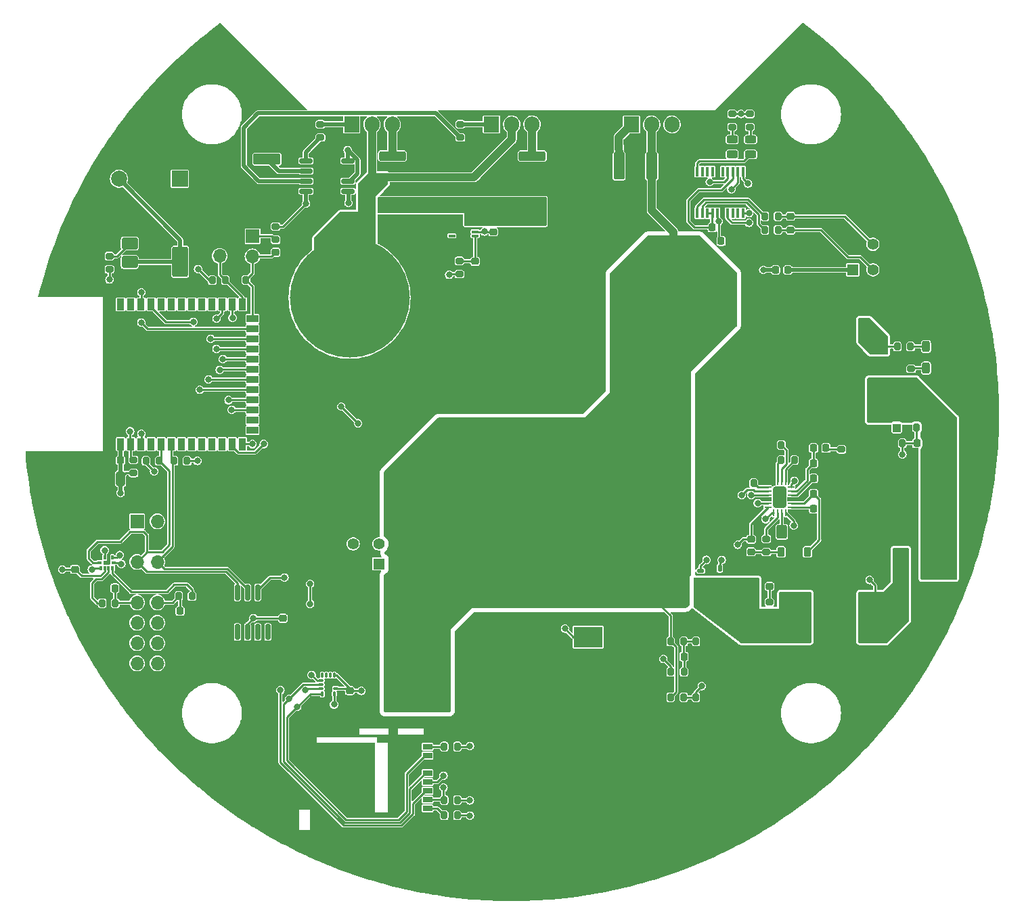
<source format=gbr>
%TF.GenerationSoftware,KiCad,Pcbnew,7.0.2-0*%
%TF.CreationDate,2023-06-29T11:19:38+08:00*%
%TF.ProjectId,H160_board,48313630-5f62-46f6-9172-642e6b696361,rev?*%
%TF.SameCoordinates,Original*%
%TF.FileFunction,Copper,L1,Top*%
%TF.FilePolarity,Positive*%
%FSLAX46Y46*%
G04 Gerber Fmt 4.6, Leading zero omitted, Abs format (unit mm)*
G04 Created by KiCad (PCBNEW 7.0.2-0) date 2023-06-29 11:19:38*
%MOMM*%
%LPD*%
G01*
G04 APERTURE LIST*
G04 Aperture macros list*
%AMRoundRect*
0 Rectangle with rounded corners*
0 $1 Rounding radius*
0 $2 $3 $4 $5 $6 $7 $8 $9 X,Y pos of 4 corners*
0 Add a 4 corners polygon primitive as box body*
4,1,4,$2,$3,$4,$5,$6,$7,$8,$9,$2,$3,0*
0 Add four circle primitives for the rounded corners*
1,1,$1+$1,$2,$3*
1,1,$1+$1,$4,$5*
1,1,$1+$1,$6,$7*
1,1,$1+$1,$8,$9*
0 Add four rect primitives between the rounded corners*
20,1,$1+$1,$2,$3,$4,$5,0*
20,1,$1+$1,$4,$5,$6,$7,0*
20,1,$1+$1,$6,$7,$8,$9,0*
20,1,$1+$1,$8,$9,$2,$3,0*%
%AMRotRect*
0 Rectangle, with rotation*
0 The origin of the aperture is its center*
0 $1 length*
0 $2 width*
0 $3 Rotation angle, in degrees counterclockwise*
0 Add horizontal line*
21,1,$1,$2,0,0,$3*%
G04 Aperture macros list end*
%TA.AperFunction,SMDPad,CuDef*%
%ADD10R,0.900000X1.500000*%
%TD*%
%TA.AperFunction,SMDPad,CuDef*%
%ADD11R,1.500000X0.900000*%
%TD*%
%TA.AperFunction,SMDPad,CuDef*%
%ADD12R,0.900000X0.900000*%
%TD*%
%TA.AperFunction,SMDPad,CuDef*%
%ADD13R,0.400000X1.200000*%
%TD*%
%TA.AperFunction,SMDPad,CuDef*%
%ADD14RoundRect,0.200000X0.275000X-0.200000X0.275000X0.200000X-0.275000X0.200000X-0.275000X-0.200000X0*%
%TD*%
%TA.AperFunction,SMDPad,CuDef*%
%ADD15RoundRect,0.200000X-0.275000X0.200000X-0.275000X-0.200000X0.275000X-0.200000X0.275000X0.200000X0*%
%TD*%
%TA.AperFunction,SMDPad,CuDef*%
%ADD16RoundRect,0.200000X-0.200000X-0.275000X0.200000X-0.275000X0.200000X0.275000X-0.200000X0.275000X0*%
%TD*%
%TA.AperFunction,SMDPad,CuDef*%
%ADD17RoundRect,0.200000X0.200000X0.275000X-0.200000X0.275000X-0.200000X-0.275000X0.200000X-0.275000X0*%
%TD*%
%TA.AperFunction,SMDPad,CuDef*%
%ADD18RoundRect,0.250000X-1.425000X0.362500X-1.425000X-0.362500X1.425000X-0.362500X1.425000X0.362500X0*%
%TD*%
%TA.AperFunction,SMDPad,CuDef*%
%ADD19RoundRect,0.250000X-0.362500X-1.425000X0.362500X-1.425000X0.362500X1.425000X-0.362500X1.425000X0*%
%TD*%
%TA.AperFunction,ComponentPad*%
%ADD20R,1.400000X1.400000*%
%TD*%
%TA.AperFunction,ComponentPad*%
%ADD21C,1.400000*%
%TD*%
%TA.AperFunction,ComponentPad*%
%ADD22C,3.000000*%
%TD*%
%TA.AperFunction,SMDPad,CuDef*%
%ADD23RoundRect,0.225000X0.225000X0.250000X-0.225000X0.250000X-0.225000X-0.250000X0.225000X-0.250000X0*%
%TD*%
%TA.AperFunction,SMDPad,CuDef*%
%ADD24RoundRect,0.243750X0.243750X0.456250X-0.243750X0.456250X-0.243750X-0.456250X0.243750X-0.456250X0*%
%TD*%
%TA.AperFunction,SMDPad,CuDef*%
%ADD25RoundRect,0.243750X0.456250X-0.243750X0.456250X0.243750X-0.456250X0.243750X-0.456250X-0.243750X0*%
%TD*%
%TA.AperFunction,SMDPad,CuDef*%
%ADD26RoundRect,0.225000X-0.225000X-0.250000X0.225000X-0.250000X0.225000X0.250000X-0.225000X0.250000X0*%
%TD*%
%TA.AperFunction,SMDPad,CuDef*%
%ADD27RoundRect,0.225000X0.250000X-0.225000X0.250000X0.225000X-0.250000X0.225000X-0.250000X-0.225000X0*%
%TD*%
%TA.AperFunction,SMDPad,CuDef*%
%ADD28RoundRect,0.225000X-0.250000X0.225000X-0.250000X-0.225000X0.250000X-0.225000X0.250000X0.225000X0*%
%TD*%
%TA.AperFunction,SMDPad,CuDef*%
%ADD29RoundRect,0.250000X0.325000X0.650000X-0.325000X0.650000X-0.325000X-0.650000X0.325000X-0.650000X0*%
%TD*%
%TA.AperFunction,SMDPad,CuDef*%
%ADD30RoundRect,0.249999X-1.450001X0.450001X-1.450001X-0.450001X1.450001X-0.450001X1.450001X0.450001X0*%
%TD*%
%TA.AperFunction,SMDPad,CuDef*%
%ADD31RoundRect,0.249999X0.450001X1.450001X-0.450001X1.450001X-0.450001X-1.450001X0.450001X-1.450001X0*%
%TD*%
%TA.AperFunction,SMDPad,CuDef*%
%ADD32RoundRect,0.125000X0.300000X-0.125000X0.300000X0.125000X-0.300000X0.125000X-0.300000X-0.125000X0*%
%TD*%
%TA.AperFunction,SMDPad,CuDef*%
%ADD33RoundRect,0.250000X1.625000X-1.955000X1.625000X1.955000X-1.625000X1.955000X-1.625000X-1.955000X0*%
%TD*%
%TA.AperFunction,SMDPad,CuDef*%
%ADD34RoundRect,0.150000X0.487500X-0.150000X0.487500X0.150000X-0.487500X0.150000X-0.487500X-0.150000X0*%
%TD*%
%TA.AperFunction,SMDPad,CuDef*%
%ADD35RoundRect,0.150000X0.450000X-0.150000X0.450000X0.150000X-0.450000X0.150000X-0.450000X-0.150000X0*%
%TD*%
%TA.AperFunction,SMDPad,CuDef*%
%ADD36RoundRect,0.150000X0.337500X-0.150000X0.337500X0.150000X-0.337500X0.150000X-0.337500X-0.150000X0*%
%TD*%
%TA.AperFunction,SMDPad,CuDef*%
%ADD37RoundRect,0.125000X0.125000X0.300000X-0.125000X0.300000X-0.125000X-0.300000X0.125000X-0.300000X0*%
%TD*%
%TA.AperFunction,SMDPad,CuDef*%
%ADD38RoundRect,0.250000X1.955000X1.625000X-1.955000X1.625000X-1.955000X-1.625000X1.955000X-1.625000X0*%
%TD*%
%TA.AperFunction,SMDPad,CuDef*%
%ADD39RoundRect,0.150000X0.150000X0.487500X-0.150000X0.487500X-0.150000X-0.487500X0.150000X-0.487500X0*%
%TD*%
%TA.AperFunction,SMDPad,CuDef*%
%ADD40RoundRect,0.150000X0.150000X0.450000X-0.150000X0.450000X-0.150000X-0.450000X0.150000X-0.450000X0*%
%TD*%
%TA.AperFunction,SMDPad,CuDef*%
%ADD41RoundRect,0.150000X0.150000X0.337500X-0.150000X0.337500X-0.150000X-0.337500X0.150000X-0.337500X0*%
%TD*%
%TA.AperFunction,ComponentPad*%
%ADD42R,2.400000X2.400000*%
%TD*%
%TA.AperFunction,ComponentPad*%
%ADD43C,2.400000*%
%TD*%
%TA.AperFunction,SMDPad,CuDef*%
%ADD44RoundRect,0.062500X0.362500X0.062500X-0.362500X0.062500X-0.362500X-0.062500X0.362500X-0.062500X0*%
%TD*%
%TA.AperFunction,SMDPad,CuDef*%
%ADD45RoundRect,0.062500X0.062500X0.362500X-0.062500X0.362500X-0.062500X-0.362500X0.062500X-0.362500X0*%
%TD*%
%TA.AperFunction,SMDPad,CuDef*%
%ADD46RoundRect,0.250000X0.575000X1.075000X-0.575000X1.075000X-0.575000X-1.075000X0.575000X-1.075000X0*%
%TD*%
%TA.AperFunction,ComponentPad*%
%ADD47C,15.000000*%
%TD*%
%TA.AperFunction,SMDPad,CuDef*%
%ADD48RoundRect,0.250000X0.850000X0.350000X-0.850000X0.350000X-0.850000X-0.350000X0.850000X-0.350000X0*%
%TD*%
%TA.AperFunction,SMDPad,CuDef*%
%ADD49RoundRect,0.250000X1.275000X1.125000X-1.275000X1.125000X-1.275000X-1.125000X1.275000X-1.125000X0*%
%TD*%
%TA.AperFunction,SMDPad,CuDef*%
%ADD50RoundRect,0.249997X2.950003X2.650003X-2.950003X2.650003X-2.950003X-2.650003X2.950003X-2.650003X0*%
%TD*%
%TA.AperFunction,SMDPad,CuDef*%
%ADD51RoundRect,0.250000X-0.750000X-0.500000X0.750000X-0.500000X0.750000X0.500000X-0.750000X0.500000X0*%
%TD*%
%TA.AperFunction,SMDPad,CuDef*%
%ADD52RoundRect,0.250000X-0.750000X-1.650000X0.750000X-1.650000X0.750000X1.650000X-0.750000X1.650000X0*%
%TD*%
%TA.AperFunction,SMDPad,CuDef*%
%ADD53R,2.900000X5.400000*%
%TD*%
%TA.AperFunction,SMDPad,CuDef*%
%ADD54RoundRect,0.250000X-0.400000X-0.625000X0.400000X-0.625000X0.400000X0.625000X-0.400000X0.625000X0*%
%TD*%
%TA.AperFunction,ComponentPad*%
%ADD55C,4.100000*%
%TD*%
%TA.AperFunction,ConnectorPad*%
%ADD56C,7.400000*%
%TD*%
%TA.AperFunction,SMDPad,CuDef*%
%ADD57RoundRect,0.150000X0.150000X-0.825000X0.150000X0.825000X-0.150000X0.825000X-0.150000X-0.825000X0*%
%TD*%
%TA.AperFunction,ComponentPad*%
%ADD58R,1.905000X2.000000*%
%TD*%
%TA.AperFunction,ComponentPad*%
%ADD59O,1.905000X2.000000*%
%TD*%
%TA.AperFunction,SMDPad,CuDef*%
%ADD60RoundRect,0.250000X-0.300000X0.300000X-0.300000X-0.300000X0.300000X-0.300000X0.300000X0.300000X0*%
%TD*%
%TA.AperFunction,SMDPad,CuDef*%
%ADD61R,0.800000X1.070000*%
%TD*%
%TA.AperFunction,SMDPad,CuDef*%
%ADD62RotRect,0.282800X0.282800X315.000000*%
%TD*%
%TA.AperFunction,SMDPad,CuDef*%
%ADD63R,0.600000X0.200000*%
%TD*%
%TA.AperFunction,SMDPad,CuDef*%
%ADD64R,0.850000X0.300000*%
%TD*%
%TA.AperFunction,SMDPad,CuDef*%
%ADD65R,0.300000X0.850000*%
%TD*%
%TA.AperFunction,ComponentPad*%
%ADD66R,2.000000X2.000000*%
%TD*%
%TA.AperFunction,ComponentPad*%
%ADD67C,2.000000*%
%TD*%
%TA.AperFunction,ComponentPad*%
%ADD68R,1.700000X1.700000*%
%TD*%
%TA.AperFunction,ComponentPad*%
%ADD69O,1.700000X1.700000*%
%TD*%
%TA.AperFunction,SMDPad,CuDef*%
%ADD70RoundRect,0.150000X0.675000X0.150000X-0.675000X0.150000X-0.675000X-0.150000X0.675000X-0.150000X0*%
%TD*%
%TA.AperFunction,ComponentPad*%
%ADD71C,0.500000*%
%TD*%
%TA.AperFunction,SMDPad,CuDef*%
%ADD72R,2.650000X3.000000*%
%TD*%
%TA.AperFunction,SMDPad,CuDef*%
%ADD73RoundRect,0.225000X-0.225000X-0.375000X0.225000X-0.375000X0.225000X0.375000X-0.225000X0.375000X0*%
%TD*%
%TA.AperFunction,SMDPad,CuDef*%
%ADD74RoundRect,0.250000X1.500000X0.550000X-1.500000X0.550000X-1.500000X-0.550000X1.500000X-0.550000X0*%
%TD*%
%TA.AperFunction,SMDPad,CuDef*%
%ADD75R,3.600000X2.600000*%
%TD*%
%TA.AperFunction,SMDPad,CuDef*%
%ADD76R,1.200000X0.700000*%
%TD*%
%TA.AperFunction,SMDPad,CuDef*%
%ADD77R,0.800000X1.000000*%
%TD*%
%TA.AperFunction,SMDPad,CuDef*%
%ADD78R,1.200000X1.000000*%
%TD*%
%TA.AperFunction,SMDPad,CuDef*%
%ADD79R,2.800000X1.000000*%
%TD*%
%TA.AperFunction,SMDPad,CuDef*%
%ADD80R,1.900000X1.300000*%
%TD*%
%TA.AperFunction,SMDPad,CuDef*%
%ADD81R,0.300000X0.580000*%
%TD*%
%TA.AperFunction,SMDPad,CuDef*%
%ADD82R,0.630000X0.350000*%
%TD*%
%TA.AperFunction,SMDPad,CuDef*%
%ADD83RoundRect,0.087500X0.087500X-0.225000X0.087500X0.225000X-0.087500X0.225000X-0.087500X-0.225000X0*%
%TD*%
%TA.AperFunction,SMDPad,CuDef*%
%ADD84RoundRect,0.087500X0.225000X-0.087500X0.225000X0.087500X-0.225000X0.087500X-0.225000X-0.087500X0*%
%TD*%
%TA.AperFunction,ViaPad*%
%ADD85C,0.800000*%
%TD*%
%TA.AperFunction,Conductor*%
%ADD86C,0.250000*%
%TD*%
%TA.AperFunction,Conductor*%
%ADD87C,0.500000*%
%TD*%
%TA.AperFunction,Conductor*%
%ADD88C,1.000000*%
%TD*%
G04 APERTURE END LIST*
D10*
%TO.P,U5,1,GND*%
%TO.N,GND*%
X49840000Y-103825000D03*
%TO.P,U5,2,3V3*%
%TO.N,+3V3*%
X51110000Y-103825000D03*
%TO.P,U5,3,EN*%
%TO.N,/FT_RST*%
X52380000Y-103825000D03*
%TO.P,U5,4,GPIO4/TOUCH4/ADC1_CH3*%
%TO.N,/ADC_INT*%
X53650000Y-103825000D03*
%TO.P,U5,5,GPIO5/TOUCH5/ADC1_CH4*%
%TO.N,unconnected-(U5-GPIO5{slash}TOUCH5{slash}ADC1_CH4-Pad5)*%
X54920000Y-103825000D03*
%TO.P,U5,6,GPIO6/TOUCH6/ADC1_CH5*%
%TO.N,/SCL*%
X56190000Y-103825000D03*
%TO.P,U5,7,GPIO7/TOUCH7/ADC1_CH6*%
%TO.N,/SDA*%
X57460000Y-103825000D03*
%TO.P,U5,8,GPIO15/U0RTS/ADC2_CH4/XTAL_32K_P*%
%TO.N,unconnected-(U5-GPIO15{slash}U0RTS{slash}ADC2_CH4{slash}XTAL_32K_P-Pad8)*%
X58730000Y-103825000D03*
%TO.P,U5,9,GPIO16/U0CTS/ADC2_CH5/XTAL_32K_N*%
%TO.N,unconnected-(U5-GPIO16{slash}U0CTS{slash}ADC2_CH5{slash}XTAL_32K_N-Pad9)*%
X60000000Y-103825000D03*
%TO.P,U5,10,GPIO17/U1TXD/ADC2_CH6*%
%TO.N,unconnected-(U5-GPIO17{slash}U1TXD{slash}ADC2_CH6-Pad10)*%
X61270000Y-103825000D03*
%TO.P,U5,11,GPIO18/U1RXD/ADC2_CH7/CLK_OUT3*%
%TO.N,unconnected-(U5-GPIO18{slash}U1RXD{slash}ADC2_CH7{slash}CLK_OUT3-Pad11)*%
X62540000Y-103825000D03*
%TO.P,U5,12,GPIO8/TOUCH8/ADC1_CH7/SUBSPICS1*%
%TO.N,unconnected-(U5-GPIO8{slash}TOUCH8{slash}ADC1_CH7{slash}SUBSPICS1-Pad12)*%
X63810000Y-103825000D03*
%TO.P,U5,13,GPIO19/U1RTS/ADC2_CH8/CLK_OUT2/USB_D-*%
%TO.N,Net-(J1-D-)*%
X65080000Y-103825000D03*
%TO.P,U5,14,GPIO20/U1CTS/ADC2_CH9/CLK_OUT1/USB_D+*%
%TO.N,Net-(J1-D+)*%
X66350000Y-103825000D03*
D11*
%TO.P,U5,15,GPIO3/TOUCH3/ADC1_CH2*%
%TO.N,unconnected-(U5-GPIO3{slash}TOUCH3{slash}ADC1_CH2-Pad15)*%
X67600000Y-102060000D03*
%TO.P,U5,16,GPIO46*%
%TO.N,unconnected-(U5-GPIO46-Pad16)*%
X67600000Y-100790000D03*
%TO.P,U5,17,GPIO9/TOUCH9/ADC1_CH8/FSPIHD/SUBSPIHD*%
%TO.N,/CS1*%
X67600000Y-99520000D03*
%TO.P,U5,18,GPIO10/TOUCH10/ADC1_CH9/FSPICS0/FSPIIO4/SUBSPICS0*%
%TO.N,/CS0*%
X67600000Y-98250000D03*
%TO.P,U5,19,GPIO11/TOUCH11/ADC2_CH0/FSPID/FSPIIO5/SUBSPID*%
%TO.N,/MOSI*%
X67600000Y-96980000D03*
%TO.P,U5,20,GPIO12/TOUCH12/ADC2_CH1/FSPICLK/FSPIIO6/SUBSPICLK*%
%TO.N,/SCK*%
X67600000Y-95710000D03*
%TO.P,U5,21,GPIO13/TOUCH13/ADC2_CH2/FSPIQ/FSPIIO7/SUBSPIQ*%
%TO.N,/MISO*%
X67600000Y-94440000D03*
%TO.P,U5,22,GPIO14/TOUCH14/ADC2_CH3/FSPIWP/FSPIDQS/SUBSPIWP*%
%TO.N,/CS2*%
X67600000Y-93170000D03*
%TO.P,U5,23,GPIO21*%
%TO.N,/CS3*%
X67600000Y-91900000D03*
%TO.P,U5,24,GPIO47/SPICLK_P/SUBSPICLK_P_DIFF*%
%TO.N,/CS4*%
X67600000Y-90630000D03*
%TO.P,U5,25,GPIO48/SPICLK_N/SUBSPICLK_N_DIFF*%
%TO.N,/BUZZER*%
X67600000Y-89360000D03*
%TO.P,U5,26,GPIO45*%
%TO.N,/TRIGGER*%
X67600000Y-88090000D03*
D10*
%TO.P,U5,27,GPIO0/BOOT*%
%TO.N,/FT_BOOT*%
X66350000Y-86325000D03*
%TO.P,U5,28,SPIIO6/GPIO35/FSPID/SUBSPID*%
%TO.N,/MOTOR_PWM*%
X65080000Y-86325000D03*
%TO.P,U5,29,SPIIO7/GPIO36/FSPICLK/SUBSPICLK*%
%TO.N,/IRQ_ORIENT*%
X63810000Y-86325000D03*
%TO.P,U5,30,SPIDQS/GPIO37/FSPIQ/SUBSPIQ*%
%TO.N,unconnected-(U5-SPIDQS{slash}GPIO37{slash}FSPIQ{slash}SUBSPIQ-Pad30)*%
X62540000Y-86325000D03*
%TO.P,U5,31,GPIO38/FSPIWP/SUBSPIWP*%
%TO.N,unconnected-(U5-GPIO38{slash}FSPIWP{slash}SUBSPIWP-Pad31)*%
X61270000Y-86325000D03*
%TO.P,U5,32,MTCK/GPIO39/CLK_OUT3/SUBSPICS1*%
%TO.N,unconnected-(U5-MTCK{slash}GPIO39{slash}CLK_OUT3{slash}SUBSPICS1-Pad32)*%
X60000000Y-86325000D03*
%TO.P,U5,33,MTDO/GPIO40/CLK_OUT2*%
%TO.N,unconnected-(U5-MTDO{slash}GPIO40{slash}CLK_OUT2-Pad33)*%
X58730000Y-86325000D03*
%TO.P,U5,34,MTDI/GPIO41/CLK_OUT1*%
%TO.N,unconnected-(U5-MTDI{slash}GPIO41{slash}CLK_OUT1-Pad34)*%
X57460000Y-86325000D03*
%TO.P,U5,35,MTMS/GPIO42*%
%TO.N,unconnected-(U5-MTMS{slash}GPIO42-Pad35)*%
X56190000Y-86325000D03*
%TO.P,U5,36,U0RXD/GPIO44/CLK_OUT2*%
%TO.N,/FT_TX*%
X54920000Y-86325000D03*
%TO.P,U5,37,U0TXD/GPIO43/CLK_OUT1*%
%TO.N,/FT_RX*%
X53650000Y-86325000D03*
%TO.P,U5,38,GPIO2/TOUCH2/ADC1_CH1*%
%TO.N,unconnected-(U5-GPIO2{slash}TOUCH2{slash}ADC1_CH1-Pad38)*%
X52380000Y-86325000D03*
%TO.P,U5,39,GPIO1/TOUCH1/ADC1_CH0*%
%TO.N,unconnected-(U5-GPIO1{slash}TOUCH1{slash}ADC1_CH0-Pad39)*%
X51110000Y-86325000D03*
%TO.P,U5,40,GND*%
%TO.N,GND*%
X49840000Y-86325000D03*
D12*
%TO.P,U5,41,GND*%
X56160000Y-97975000D03*
X57560000Y-97975000D03*
X58960000Y-97975000D03*
X56160000Y-96575000D03*
X57560000Y-96575000D03*
X58960000Y-96575000D03*
X56160000Y-95175000D03*
X57560000Y-95175000D03*
X58960000Y-95175000D03*
%TD*%
D13*
%TO.P,U9,1,~{DTR}*%
%TO.N,/FT_BOOT*%
X128957500Y-69700000D03*
%TO.P,U9,2,~{RTS}*%
%TO.N,/FT_RST*%
X128322500Y-69700000D03*
%TO.P,U9,3,VCCIO*%
%TO.N,Net-(U9-3V3OUT)*%
X127687500Y-69700000D03*
%TO.P,U9,4,RXD*%
%TO.N,/FT_RX*%
X127052500Y-69700000D03*
%TO.P,U9,5,~{RI}*%
%TO.N,unconnected-(U9-~{RI}-Pad5)*%
X126417500Y-69700000D03*
%TO.P,U9,6,GND*%
%TO.N,GND*%
X125782500Y-69700000D03*
%TO.P,U9,7,~{DSR}*%
%TO.N,unconnected-(U9-~{DSR}-Pad7)*%
X125147500Y-69700000D03*
%TO.P,U9,8,~{DCD}*%
%TO.N,unconnected-(U9-~{DCD}-Pad8)*%
X124512500Y-69700000D03*
%TO.P,U9,9,~{CTS}*%
%TO.N,unconnected-(U9-~{CTS}-Pad9)*%
X123877500Y-69700000D03*
%TO.P,U9,10,CBUS2*%
%TO.N,Net-(D4-K)*%
X123242500Y-69700000D03*
%TO.P,U9,11,USBDP*%
%TO.N,Net-(U9-USBDP)*%
X123242500Y-74900000D03*
%TO.P,U9,12,USBDM*%
%TO.N,Net-(U9-USBDM)*%
X123877500Y-74900000D03*
%TO.P,U9,13,3V3OUT*%
%TO.N,Net-(U9-3V3OUT)*%
X124512500Y-74900000D03*
%TO.P,U9,14,~{RESET}*%
X125147500Y-74900000D03*
%TO.P,U9,15,VCC*%
%TO.N,+5V*%
X125782500Y-74900000D03*
%TO.P,U9,16,GND*%
%TO.N,GND*%
X126417500Y-74900000D03*
%TO.P,U9,17,CBUS1*%
%TO.N,Net-(D3-K)*%
X127052500Y-74900000D03*
%TO.P,U9,18,CBUS0*%
%TO.N,unconnected-(U9-CBUS0-Pad18)*%
X127687500Y-74900000D03*
%TO.P,U9,19,CBUS3*%
%TO.N,unconnected-(U9-CBUS3-Pad19)*%
X128322500Y-74900000D03*
%TO.P,U9,20,TXD*%
%TO.N,/FT_TX*%
X128957500Y-74900000D03*
%TD*%
D14*
%TO.P,R37,1*%
%TO.N,Net-(J5-Pin_1)*%
X70500000Y-78225000D03*
%TO.P,R37,2*%
%TO.N,+3V3*%
X70500000Y-76575000D03*
%TD*%
D15*
%TO.P,R36,2*%
%TO.N,+3V3*%
X52700000Y-107425000D03*
%TO.P,R36,1*%
%TO.N,/FT_RST*%
X52700000Y-105775000D03*
%TD*%
D16*
%TO.P,R35,1*%
%TO.N,+3V3*%
X148275000Y-91600000D03*
%TO.P,R35,2*%
%TO.N,Net-(D6-A)*%
X149925000Y-91600000D03*
%TD*%
D14*
%TO.P,R34,1*%
%TO.N,+12V*%
X150000000Y-96025000D03*
%TO.P,R34,2*%
%TO.N,Net-(D5-A)*%
X150000000Y-94375000D03*
%TD*%
D15*
%TO.P,R33,1*%
%TO.N,+5V*%
X129800000Y-62475000D03*
%TO.P,R33,2*%
%TO.N,Net-(D4-A)*%
X129800000Y-64125000D03*
%TD*%
%TO.P,R32,1*%
%TO.N,+5V*%
X127600000Y-62475000D03*
%TO.P,R32,2*%
%TO.N,Net-(D3-A)*%
X127600000Y-64125000D03*
%TD*%
D17*
%TO.P,R31,1*%
%TO.N,/ADC3*%
X50450000Y-123719996D03*
%TO.P,R31,2*%
%TO.N,Net-(U7-AIN3)*%
X48800000Y-123719996D03*
%TD*%
D16*
%TO.P,R30,1*%
%TO.N,/ADC2*%
X58375000Y-122840000D03*
%TO.P,R30,2*%
%TO.N,Net-(U7-AIN2)*%
X60025000Y-122840000D03*
%TD*%
D17*
%TO.P,R29,1*%
%TO.N,/BAT_DIV*%
X121575000Y-132300000D03*
%TO.P,R29,2*%
%TO.N,Net-(U7-AIN1)*%
X119925000Y-132300000D03*
%TD*%
D15*
%TO.P,R28,1*%
%TO.N,/ISENSE*%
X93500000Y-80875000D03*
%TO.P,R28,2*%
%TO.N,Net-(U7-AIN0)*%
X93500000Y-82525000D03*
%TD*%
D14*
%TO.P,R27,1*%
%TO.N,/BUZZER*%
X49700000Y-81925000D03*
%TO.P,R27,2*%
%TO.N,Net-(Q5-B)*%
X49700000Y-80275000D03*
%TD*%
D16*
%TO.P,R26,1*%
%TO.N,/TRIGGER*%
X66775000Y-83250000D03*
%TO.P,R26,2*%
%TO.N,GND*%
X68425000Y-83250000D03*
%TD*%
D17*
%TO.P,R25,1*%
%TO.N,/SCL*%
X55925000Y-105900000D03*
%TO.P,R25,2*%
%TO.N,+3V3*%
X54275000Y-105900000D03*
%TD*%
D16*
%TO.P,R24,1*%
%TO.N,/SDA*%
X57775000Y-105900000D03*
%TO.P,R24,2*%
%TO.N,+3V3*%
X59425000Y-105900000D03*
%TD*%
D17*
%TO.P,R23,1*%
%TO.N,+3V3*%
X93235000Y-141655000D03*
%TO.P,R23,2*%
%TO.N,Net-(J3-DAT1)*%
X91585000Y-141655000D03*
%TD*%
%TO.P,R22,1*%
%TO.N,+3V3*%
X93235000Y-148355000D03*
%TO.P,R22,2*%
%TO.N,/CS0*%
X91585000Y-148355000D03*
%TD*%
%TO.P,R21,1*%
%TO.N,+3V3*%
X93235000Y-150255000D03*
%TO.P,R21,2*%
%TO.N,Net-(J3-DAT2)*%
X91585000Y-150255000D03*
%TD*%
%TO.P,R20,1*%
%TO.N,Net-(J6-D+)*%
X133350000Y-75300000D03*
%TO.P,R20,2*%
%TO.N,Net-(U9-USBDP)*%
X131700000Y-75300000D03*
%TD*%
%TO.P,R19,1*%
%TO.N,Net-(J6-D-)*%
X133350000Y-77000000D03*
%TO.P,R19,2*%
%TO.N,Net-(U9-USBDM)*%
X131700000Y-77000000D03*
%TD*%
D16*
%TO.P,R18,1*%
%TO.N,+3V3*%
X62575000Y-83300000D03*
%TO.P,R18,2*%
%TO.N,/FT_BOOT*%
X64225000Y-83300000D03*
%TD*%
D14*
%TO.P,R17,1*%
%TO.N,Net-(U4-OUTB)*%
X76100000Y-65425000D03*
%TO.P,R17,2*%
%TO.N,/MOTOR_GATE_B*%
X76100000Y-63775000D03*
%TD*%
%TO.P,R16,1*%
%TO.N,Net-(U4-OUTA)*%
X93600000Y-65425000D03*
%TO.P,R16,2*%
%TO.N,/MOTOR_GATE_A*%
X93600000Y-63775000D03*
%TD*%
D18*
%TO.P,R15,1*%
%TO.N,Net-(Q4-S)*%
X85100000Y-67737500D03*
%TO.P,R15,2*%
%TO.N,Net-(U3-IP+)*%
X85100000Y-73662500D03*
%TD*%
%TO.P,R14,1*%
%TO.N,Net-(Q3-S)*%
X102600000Y-67737500D03*
%TO.P,R14,2*%
%TO.N,Net-(U3-IP+)*%
X102600000Y-73662500D03*
%TD*%
D15*
%TO.P,R13,1*%
%TO.N,Net-(C14-Pad2)*%
X141275000Y-104475000D03*
%TO.P,R13,2*%
%TO.N,GND*%
X141275000Y-106125000D03*
%TD*%
D17*
%TO.P,R12,1*%
%TO.N,/FB*%
X148900000Y-103700000D03*
%TO.P,R12,2*%
%TO.N,GND*%
X147250000Y-103700000D03*
%TD*%
%TO.P,R11,1*%
%TO.N,Net-(U1-SYNCO)*%
X130300000Y-108700000D03*
%TO.P,R11,2*%
%TO.N,GND*%
X128650000Y-108700000D03*
%TD*%
D14*
%TO.P,R10,1*%
%TO.N,Net-(Q2-D)*%
X132275000Y-125250000D03*
%TO.P,R10,2*%
%TO.N,Net-(C13-Pad1)*%
X132275000Y-123600000D03*
%TD*%
D16*
%TO.P,R9,1*%
%TO.N,Net-(U1-FREQ)*%
X133750000Y-103900000D03*
%TO.P,R9,2*%
%TO.N,GND*%
X135400000Y-103900000D03*
%TD*%
D17*
%TO.P,R8,1*%
%TO.N,+12V*%
X152300000Y-101700000D03*
%TO.P,R8,2*%
%TO.N,/FB*%
X150650000Y-101700000D03*
%TD*%
%TO.P,R7,1*%
%TO.N,/VCC1*%
X135400000Y-105800000D03*
%TO.P,R7,2*%
%TO.N,Net-(U1-PG)*%
X133750000Y-105800000D03*
%TD*%
D19*
%TO.P,R6,1*%
%TO.N,/SENSE+*%
X148712500Y-118700000D03*
%TO.P,R6,2*%
%TO.N,+12V*%
X154637500Y-118700000D03*
%TD*%
D16*
%TO.P,R5,1*%
%TO.N,Net-(U1-EN{slash}SYNC)*%
X123075000Y-135500000D03*
%TO.P,R5,2*%
%TO.N,GND*%
X124725000Y-135500000D03*
%TD*%
D15*
%TO.P,R4,1*%
%TO.N,Net-(U1-BST)*%
X131875000Y-115675000D03*
%TO.P,R4,2*%
%TO.N,Net-(D1-K)*%
X131875000Y-117325000D03*
%TD*%
D16*
%TO.P,R3,1*%
%TO.N,+VDC*%
X119900000Y-135500000D03*
%TO.P,R3,2*%
%TO.N,Net-(U1-EN{slash}SYNC)*%
X121550000Y-135500000D03*
%TD*%
%TO.P,R2,1*%
%TO.N,/BAT_DIV*%
X123075000Y-128500000D03*
%TO.P,R2,2*%
%TO.N,GND*%
X124725000Y-128500000D03*
%TD*%
%TO.P,R1,1*%
%TO.N,+VDC*%
X119900000Y-128500000D03*
%TO.P,R1,2*%
%TO.N,/BAT_DIV*%
X121550000Y-128500000D03*
%TD*%
D20*
%TO.P,J6,1,VBUS*%
%TO.N,Net-(J6-VBUS)*%
X142700000Y-82000000D03*
D21*
%TO.P,J6,2,D-*%
%TO.N,Net-(J6-D-)*%
X145200000Y-82000000D03*
%TO.P,J6,3,D+*%
%TO.N,Net-(J6-D+)*%
X145200000Y-78800000D03*
%TO.P,J6,4,GND*%
%TO.N,GND*%
X142700000Y-78800000D03*
D22*
%TO.P,J6,5,Shield*%
X149970000Y-79290000D03*
X137930000Y-79290000D03*
%TD*%
D23*
%TO.P,FB1,1*%
%TO.N,Net-(J6-VBUS)*%
X134575000Y-82000000D03*
%TO.P,FB1,2*%
%TO.N,+5V*%
X133025000Y-82000000D03*
%TD*%
D24*
%TO.P,D6,1,K*%
%TO.N,GND*%
X153737500Y-91600000D03*
%TO.P,D6,2,A*%
%TO.N,Net-(D6-A)*%
X151862500Y-91600000D03*
%TD*%
%TO.P,D5,1,K*%
%TO.N,GND*%
X153737500Y-94300000D03*
%TO.P,D5,2,A*%
%TO.N,Net-(D5-A)*%
X151862500Y-94300000D03*
%TD*%
D25*
%TO.P,D4,1,K*%
%TO.N,Net-(D4-K)*%
X129900000Y-67537500D03*
%TO.P,D4,2,A*%
%TO.N,Net-(D4-A)*%
X129900000Y-65662500D03*
%TD*%
%TO.P,D3,1,K*%
%TO.N,Net-(D3-K)*%
X127600000Y-67537500D03*
%TO.P,D3,2,A*%
%TO.N,Net-(D3-A)*%
X127600000Y-65662500D03*
%TD*%
D26*
%TO.P,C34,1*%
%TO.N,Net-(U9-3V3OUT)*%
X125125000Y-76700000D03*
%TO.P,C34,2*%
%TO.N,GND*%
X126675000Y-76700000D03*
%TD*%
%TO.P,C33,1*%
%TO.N,+5V*%
X126225000Y-78400000D03*
%TO.P,C33,2*%
%TO.N,GND*%
X127775000Y-78400000D03*
%TD*%
D27*
%TO.P,C32,1*%
%TO.N,Net-(J6-D+)*%
X134900000Y-75275000D03*
%TO.P,C32,2*%
%TO.N,GND*%
X134900000Y-73725000D03*
%TD*%
D28*
%TO.P,C31,1*%
%TO.N,Net-(J6-D-)*%
X134900000Y-77025000D03*
%TO.P,C31,2*%
%TO.N,GND*%
X134900000Y-78575000D03*
%TD*%
%TO.P,C30,1*%
%TO.N,/TRIGGER*%
X70500000Y-79800000D03*
%TO.P,C30,2*%
%TO.N,GND*%
X70500000Y-81350000D03*
%TD*%
D23*
%TO.P,C29,1*%
%TO.N,/ADC3*%
X50375000Y-121840000D03*
%TO.P,C29,2*%
%TO.N,GND*%
X48825000Y-121840000D03*
%TD*%
D26*
%TO.P,C28,1*%
%TO.N,/ADC2*%
X58550000Y-124699992D03*
%TO.P,C28,2*%
%TO.N,GND*%
X60100000Y-124699992D03*
%TD*%
%TO.P,C27,1*%
%TO.N,/BAT_DIV*%
X121575000Y-130400000D03*
%TO.P,C27,2*%
%TO.N,GND*%
X123125000Y-130400000D03*
%TD*%
D28*
%TO.P,C26,1*%
%TO.N,/ISENSE*%
X95459982Y-80939939D03*
%TO.P,C26,2*%
%TO.N,GND*%
X95459982Y-82489939D03*
%TD*%
D27*
%TO.P,C25,1*%
%TO.N,+3V3*%
X71400000Y-125600000D03*
%TO.P,C25,2*%
%TO.N,GND*%
X71400000Y-124050000D03*
%TD*%
%TO.P,C24,1*%
%TO.N,+3V3*%
X45400000Y-119475000D03*
%TO.P,C24,2*%
%TO.N,GND*%
X45400000Y-117925000D03*
%TD*%
%TO.P,C23,1*%
%TO.N,+3V3*%
X79772500Y-134645000D03*
%TO.P,C23,2*%
%TO.N,GND*%
X79772500Y-133095000D03*
%TD*%
D23*
%TO.P,C22,1*%
%TO.N,+3V3*%
X51095000Y-105825000D03*
%TO.P,C22,2*%
%TO.N,GND*%
X49545000Y-105825000D03*
%TD*%
D29*
%TO.P,C21,1*%
%TO.N,+3V3*%
X51095000Y-108125000D03*
%TO.P,C21,2*%
%TO.N,GND*%
X48145000Y-108125000D03*
%TD*%
D30*
%TO.P,C20,1*%
%TO.N,+12V*%
X69400000Y-68150000D03*
%TO.P,C20,2*%
%TO.N,GND*%
X69400000Y-72250000D03*
%TD*%
D28*
%TO.P,C19,1*%
%TO.N,+3V3*%
X97700000Y-77225000D03*
%TO.P,C19,2*%
%TO.N,GND*%
X97700000Y-78775000D03*
%TD*%
D31*
%TO.P,C18,1*%
%TO.N,+VDC*%
X117550000Y-69000000D03*
%TO.P,C18,2*%
%TO.N,/MOTOR(-)*%
X113450000Y-69000000D03*
%TD*%
D29*
%TO.P,C17,1*%
%TO.N,+3V3*%
X144050000Y-89000000D03*
%TO.P,C17,2*%
%TO.N,GND*%
X141100000Y-89000000D03*
%TD*%
%TO.P,C16,1*%
%TO.N,+12V*%
X145350000Y-99100000D03*
%TO.P,C16,2*%
%TO.N,GND*%
X142400000Y-99100000D03*
%TD*%
D26*
%TO.P,C15,1*%
%TO.N,/COMP*%
X137800000Y-106200000D03*
%TO.P,C15,2*%
%TO.N,GND*%
X139350000Y-106200000D03*
%TD*%
%TO.P,C14,1*%
%TO.N,/COMP*%
X137800000Y-104300000D03*
%TO.P,C14,2*%
%TO.N,Net-(C14-Pad2)*%
X139350000Y-104300000D03*
%TD*%
D27*
%TO.P,C13,1*%
%TO.N,Net-(C13-Pad1)*%
X132275000Y-121600000D03*
%TO.P,C13,2*%
%TO.N,GND*%
X132275000Y-120050000D03*
%TD*%
D26*
%TO.P,C12,1*%
%TO.N,Net-(U1-SS)*%
X137800000Y-108100000D03*
%TO.P,C12,2*%
%TO.N,GND*%
X139350000Y-108100000D03*
%TD*%
D31*
%TO.P,C10,1*%
%TO.N,+12V*%
X152825000Y-114300000D03*
%TO.P,C10,2*%
%TO.N,GND*%
X148725000Y-114300000D03*
%TD*%
D23*
%TO.P,C9,1*%
%TO.N,+12V*%
X152250000Y-103700000D03*
%TO.P,C9,2*%
%TO.N,/FB*%
X150700000Y-103700000D03*
%TD*%
D26*
%TO.P,C8,1*%
%TO.N,/VCC1*%
X137800000Y-110000000D03*
%TO.P,C8,2*%
%TO.N,GND*%
X139350000Y-110000000D03*
%TD*%
%TO.P,C7,1*%
%TO.N,/VOUT*%
X137800000Y-111900000D03*
%TO.P,C7,2*%
%TO.N,GND*%
X139350000Y-111900000D03*
%TD*%
D27*
%TO.P,C6,1*%
%TO.N,Net-(D1-K)*%
X129975000Y-117275000D03*
%TO.P,C6,2*%
%TO.N,Net-(Q2-D)*%
X129975000Y-115725000D03*
%TD*%
D32*
%TO.P,Q1,1,S*%
%TO.N,Net-(Q2-D)*%
X123675000Y-123455000D03*
%TO.P,Q1,2,S*%
X123675000Y-122185000D03*
%TO.P,Q1,3,S*%
X123675000Y-120915000D03*
%TO.P,Q1,4,G*%
%TO.N,Net-(Q1-G)*%
X123675000Y-119645000D03*
D33*
%TO.P,Q1,5,D*%
%TO.N,+VDC*%
X120125000Y-121550000D03*
D34*
X118082600Y-123455000D03*
D35*
X118057200Y-119645000D03*
D36*
X117930200Y-122185000D03*
X117930200Y-120915000D03*
%TD*%
D37*
%TO.P,Q2,1,S*%
%TO.N,GND*%
X129880000Y-119350000D03*
%TO.P,Q2,2,S*%
X128610000Y-119350000D03*
%TO.P,Q2,3,S*%
X127340000Y-119350000D03*
%TO.P,Q2,4,G*%
%TO.N,Net-(Q2-G)*%
X126070000Y-119350000D03*
D38*
%TO.P,Q2,5,D*%
%TO.N,Net-(Q2-D)*%
X127975000Y-122900000D03*
D39*
X129880000Y-124942400D03*
D40*
X126070000Y-124967800D03*
D41*
X128610000Y-125094800D03*
X127340000Y-125094800D03*
%TD*%
D42*
%TO.P,C5,1*%
%TO.N,+VDC*%
X93000000Y-102500000D03*
D43*
%TO.P,C5,2*%
%TO.N,GND*%
X93000000Y-97500000D03*
%TD*%
D44*
%TO.P,U1,1,VCC2*%
%TO.N,/VOUT*%
X134975000Y-111700000D03*
%TO.P,U1,2,VCC1*%
%TO.N,/VCC1*%
X134975000Y-111200000D03*
%TO.P,U1,3,SGND*%
%TO.N,GND*%
X134975000Y-110700000D03*
%TO.P,U1,4,SS*%
%TO.N,Net-(U1-SS)*%
X134975000Y-110200000D03*
%TO.P,U1,5,COMP*%
%TO.N,/COMP*%
X134975000Y-109700000D03*
%TO.P,U1,6,FB*%
%TO.N,/FB*%
X134975000Y-109200000D03*
D45*
%TO.P,U1,7,CCM/AAM*%
%TO.N,/VCC1*%
X134275000Y-108500000D03*
%TO.P,U1,8,FREQ*%
%TO.N,Net-(U1-FREQ)*%
X133775000Y-108500000D03*
%TO.P,U1,9,PG*%
%TO.N,Net-(U1-PG)*%
X133275000Y-108500000D03*
%TO.P,U1,10,ILIM*%
%TO.N,GND*%
X132775000Y-108500000D03*
D44*
%TO.P,U1,11,SYNCO*%
%TO.N,Net-(U1-SYNCO)*%
X132075000Y-109200000D03*
%TO.P,U1,12,SENSE-*%
%TO.N,+12V*%
X132075000Y-109700000D03*
%TO.P,U1,13,SENSE+*%
%TO.N,/SENSE+*%
X132075000Y-110200000D03*
%TO.P,U1,14,PGND*%
%TO.N,GND*%
X132075000Y-110700000D03*
%TO.P,U1,15,BG*%
%TO.N,Net-(Q2-G)*%
X132075000Y-111200000D03*
%TO.P,U1,16,SW*%
%TO.N,Net-(Q2-D)*%
X132075000Y-111700000D03*
D45*
%TO.P,U1,17,TG*%
%TO.N,Net-(Q1-G)*%
X132775000Y-112400000D03*
%TO.P,U1,18,BST*%
%TO.N,Net-(U1-BST)*%
X133275000Y-112400000D03*
%TO.P,U1,19,IN*%
%TO.N,+VDC*%
X133775000Y-112400000D03*
%TO.P,U1,20,EN/SYNC*%
%TO.N,Net-(U1-EN{slash}SYNC)*%
X134275000Y-112400000D03*
D46*
%TO.P,U1,21*%
%TO.N,N/C*%
X133525000Y-110450000D03*
%TD*%
D47*
%TO.P,H2,1,1*%
%TO.N,+VDC*%
X120250000Y-85500000D03*
%TD*%
D48*
%TO.P,U2,1,VCC*%
%TO.N,+12V*%
X145875000Y-96400000D03*
D49*
%TO.P,U2,2,GND*%
%TO.N,GND*%
X141250000Y-95645000D03*
X141250000Y-92595000D03*
D50*
X139575000Y-94120000D03*
D49*
X137900000Y-95645000D03*
X137900000Y-92595000D03*
D48*
%TO.P,U2,3,VO*%
%TO.N,+3V3*%
X145875000Y-91840000D03*
%TD*%
D51*
%TO.P,Q5,1,B*%
%TO.N,Net-(Q5-B)*%
X52250000Y-78700000D03*
%TO.P,Q5,2,C*%
%TO.N,Net-(BZ1-+)*%
X52250000Y-81000000D03*
D52*
X58550000Y-81000000D03*
D51*
%TO.P,Q5,3,E*%
%TO.N,GND*%
X52250000Y-83300000D03*
%TD*%
D53*
%TO.P,L1,1,1*%
%TO.N,Net-(Q2-D)*%
X135550000Y-125500000D03*
%TO.P,L1,2,2*%
%TO.N,/SENSE+*%
X145450000Y-125500000D03*
%TD*%
D42*
%TO.P,C4,1*%
%TO.N,+VDC*%
X107000000Y-102500000D03*
D43*
%TO.P,C4,2*%
%TO.N,GND*%
X107000000Y-97500000D03*
%TD*%
D54*
%TO.P,C2,1*%
%TO.N,+VDC*%
X121075000Y-114300000D03*
%TO.P,C2,2*%
%TO.N,GND*%
X124175000Y-114300000D03*
%TD*%
D55*
%TO.P,H1,1,1*%
%TO.N,+VDC*%
X88131000Y-133092000D03*
D56*
X88131000Y-133092000D03*
%TD*%
D57*
%TO.P,U8,1,32KHZ*%
%TO.N,unconnected-(U8-32KHZ-Pad1)*%
X65695000Y-127300000D03*
%TO.P,U8,2,VCC*%
%TO.N,+3V3*%
X66965000Y-127300000D03*
%TO.P,U8,3,~{INT}/SQW*%
%TO.N,unconnected-(U8-~{INT}{slash}SQW-Pad3)*%
X68235000Y-127300000D03*
%TO.P,U8,4,~{RST}*%
%TO.N,unconnected-(U8-~{RST}-Pad4)*%
X69505000Y-127300000D03*
%TO.P,U8,5,GND*%
%TO.N,GND*%
X69505000Y-122350000D03*
%TO.P,U8,6,VBAT*%
%TO.N,Net-(BT1-+)*%
X68235000Y-122350000D03*
%TO.P,U8,7,SDA*%
%TO.N,/SDA*%
X66965000Y-122350000D03*
%TO.P,U8,8,SCL*%
%TO.N,/SCL*%
X65695000Y-122350000D03*
%TD*%
D58*
%TO.P,Q3,1,G*%
%TO.N,/MOTOR_GATE_A*%
X97500000Y-63800000D03*
D59*
%TO.P,Q3,2,D*%
%TO.N,/MOTOR(-)*%
X100040000Y-63800000D03*
%TO.P,Q3,3,S*%
%TO.N,Net-(Q3-S)*%
X102580000Y-63800000D03*
%TD*%
D55*
%TO.P,H4,1,1*%
%TO.N,GND*%
X66907000Y-111879000D03*
D56*
X66907000Y-111879000D03*
%TD*%
D60*
%TO.P,D2,1,K*%
%TO.N,+12V*%
X148175000Y-99000000D03*
%TO.P,D2,2,A*%
%TO.N,+5V*%
X148175000Y-101800000D03*
%TD*%
D61*
%TO.P,U3,1,IP+*%
%TO.N,Net-(U3-IP+)*%
X94500000Y-75680000D03*
D62*
X94700000Y-76215000D03*
D63*
X94400000Y-76315000D03*
D61*
%TO.P,U3,2,IP-*%
%TO.N,GND*%
X93500000Y-75680000D03*
D62*
X93300000Y-76215000D03*
D63*
X93600000Y-76315000D03*
D64*
%TO.P,U3,3,GND*%
X92550000Y-77230000D03*
%TO.P,U3,4,~{FAULT}*%
%TO.N,unconnected-(U3-~{FAULT}-Pad4)*%
X92550000Y-77730000D03*
D65*
%TO.P,U3,5,NC*%
%TO.N,GND*%
X93250000Y-78430000D03*
%TO.P,U3,6,NC*%
X93750000Y-78430000D03*
%TO.P,U3,7,NC*%
X94250000Y-78430000D03*
%TO.P,U3,8,NC*%
X94750000Y-78430000D03*
D64*
%TO.P,U3,9,VIOUT*%
%TO.N,/ISENSE*%
X95450000Y-77730000D03*
%TO.P,U3,10,VCC*%
%TO.N,+3V3*%
X95450000Y-77230000D03*
%TD*%
D54*
%TO.P,C1,1*%
%TO.N,+VDC*%
X120975000Y-111400000D03*
%TO.P,C1,2*%
%TO.N,GND*%
X124075000Y-111400000D03*
%TD*%
D58*
%TO.P,Q4,1,G*%
%TO.N,/MOTOR_GATE_B*%
X80000000Y-63800000D03*
D59*
%TO.P,Q4,2,D*%
%TO.N,/MOTOR(-)*%
X82540000Y-63800000D03*
%TO.P,Q4,3,S*%
%TO.N,Net-(Q4-S)*%
X85080000Y-63800000D03*
%TD*%
D66*
%TO.P,BZ1,1,-*%
%TO.N,+12V*%
X58500000Y-70600000D03*
D67*
%TO.P,BZ1,2,+*%
%TO.N,Net-(BZ1-+)*%
X50900000Y-70600000D03*
%TD*%
D68*
%TO.P,J5,1,Pin_1*%
%TO.N,Net-(J5-Pin_1)*%
X67600000Y-77775000D03*
D69*
%TO.P,J5,2,Pin_2*%
%TO.N,/TRIGGER*%
X67600000Y-80315000D03*
%TD*%
D70*
%TO.P,U4,1,ENA*%
%TO.N,+3V3*%
X79525000Y-72155000D03*
%TO.P,U4,2,INA*%
%TO.N,/MOTOR_PWM*%
X79525000Y-70885000D03*
%TO.P,U4,3,GND*%
%TO.N,GND*%
X79525000Y-69615000D03*
%TO.P,U4,4,INB*%
%TO.N,/MOTOR_PWM*%
X79525000Y-68345000D03*
%TO.P,U4,5,OUTB*%
%TO.N,Net-(U4-OUTB)*%
X74275000Y-68345000D03*
%TO.P,U4,6,VDD*%
%TO.N,+12V*%
X74275000Y-69615000D03*
%TO.P,U4,7,OUTA*%
%TO.N,Net-(U4-OUTA)*%
X74275000Y-70885000D03*
%TO.P,U4,8,ENB*%
%TO.N,+3V3*%
X74275000Y-72155000D03*
D71*
%TO.P,U4,9,TPAD*%
%TO.N,GND*%
X77975000Y-71500000D03*
X77975000Y-70250000D03*
X77975000Y-69000000D03*
X76900000Y-71500000D03*
X76900000Y-70250000D03*
D72*
X76900000Y-70250000D03*
D71*
X76900000Y-69000000D03*
X75825000Y-71500000D03*
X75825000Y-70250000D03*
X75825000Y-69000000D03*
%TD*%
D68*
%TO.P,J4,1,Pin_1*%
%TO.N,+12V*%
X53160000Y-113480000D03*
D69*
%TO.P,J4,2,Pin_2*%
%TO.N,+3V3*%
X55700000Y-113480000D03*
%TO.P,J4,3,Pin_3*%
%TO.N,GND*%
X53160000Y-116020000D03*
%TO.P,J4,4,Pin_4*%
X55700000Y-116020000D03*
%TO.P,J4,5,Pin_5*%
%TO.N,/SCL*%
X53160000Y-118560000D03*
%TO.P,J4,6,Pin_6*%
%TO.N,/SDA*%
X55700000Y-118560000D03*
%TO.P,J4,7,Pin_7*%
%TO.N,GND*%
X53160000Y-121100000D03*
%TO.P,J4,8,Pin_8*%
X55700000Y-121100000D03*
%TO.P,J4,9,Pin_9*%
%TO.N,/ADC3*%
X53160000Y-123640000D03*
%TO.P,J4,10,Pin_10*%
%TO.N,/ADC2*%
X55700000Y-123640000D03*
%TO.P,J4,11,Pin_11*%
%TO.N,/MOSI*%
X53160000Y-126180000D03*
%TO.P,J4,12,Pin_12*%
%TO.N,/CS4*%
X55700000Y-126180000D03*
%TO.P,J4,13,Pin_13*%
%TO.N,/SCK*%
X53160000Y-128720000D03*
%TO.P,J4,14,Pin_14*%
%TO.N,/CS3*%
X55700000Y-128720000D03*
%TO.P,J4,15,Pin_15*%
%TO.N,/MISO*%
X53160000Y-131260000D03*
%TO.P,J4,16,Pin_16*%
%TO.N,/CS2*%
X55700000Y-131260000D03*
%TD*%
D20*
%TO.P,J1,1,VBUS*%
%TO.N,+5V*%
X83400000Y-118800000D03*
D21*
%TO.P,J1,2,D-*%
%TO.N,Net-(J1-D-)*%
X83400000Y-116300000D03*
%TO.P,J1,3,D+*%
%TO.N,Net-(J1-D+)*%
X80200000Y-116300000D03*
%TO.P,J1,4,GND*%
%TO.N,GND*%
X80200000Y-118800000D03*
D22*
%TO.P,J1,5,Shield*%
X80690000Y-111530000D03*
X80690000Y-123570000D03*
%TD*%
D68*
%TO.P,J2,1,Pin_1*%
%TO.N,GND*%
X63500000Y-77725000D03*
D69*
%TO.P,J2,2,Pin_2*%
%TO.N,/FT_BOOT*%
X63500000Y-80265000D03*
%TD*%
D73*
%TO.P,D1,1,K*%
%TO.N,Net-(D1-K)*%
X133725000Y-117300000D03*
%TO.P,D1,2,A*%
%TO.N,/VCC1*%
X137025000Y-117300000D03*
%TD*%
D74*
%TO.P,C11,1*%
%TO.N,+12V*%
X153875000Y-108400000D03*
%TO.P,C11,2*%
%TO.N,GND*%
X148475000Y-108400000D03*
%TD*%
D54*
%TO.P,C3,1*%
%TO.N,+VDC*%
X133825000Y-114800000D03*
%TO.P,C3,2*%
%TO.N,GND*%
X136925000Y-114800000D03*
%TD*%
D75*
%TO.P,BT1,1,+*%
%TO.N,Net-(BT1-+)*%
X109600000Y-127950000D03*
%TO.P,BT1,2,-*%
%TO.N,GND*%
X109600000Y-157250000D03*
%TD*%
D76*
%TO.P,J3,1,DAT2*%
%TO.N,Net-(J3-DAT2)*%
X89500000Y-149400000D03*
%TO.P,J3,2,DAT3/CD*%
%TO.N,/CS0*%
X89500000Y-148300000D03*
%TO.P,J3,3,CMD*%
%TO.N,/MOSI*%
X89500000Y-147200000D03*
%TO.P,J3,4,VDD*%
%TO.N,+3V3*%
X89500000Y-146100000D03*
%TO.P,J3,5,CLK*%
%TO.N,/SCK*%
X89500000Y-145000000D03*
%TO.P,J3,6,VSS*%
%TO.N,GND*%
X89500000Y-143900000D03*
%TO.P,J3,7,DAT0*%
%TO.N,/MISO*%
X89500000Y-142800000D03*
%TO.P,J3,8,DAT1*%
%TO.N,Net-(J3-DAT1)*%
X89500000Y-141700000D03*
%TO.P,J3,9,DET_B*%
%TO.N,GND*%
X89500000Y-140750000D03*
D77*
%TO.P,J3,10,DET_A*%
X79000000Y-139800000D03*
D78*
%TO.P,J3,11,SHIELD*%
X85200000Y-139800000D03*
D79*
X74850000Y-139800000D03*
D78*
X89500000Y-150950000D03*
D80*
X74400000Y-153300000D03*
%TD*%
D47*
%TO.P,H3,1,1*%
%TO.N,/MOTOR(-)*%
X79750000Y-85500000D03*
%TD*%
D81*
%TO.P,U7,1,ADDR*%
%TO.N,GND*%
X48600000Y-118020000D03*
%TO.P,U7,2,ALERT/RDY*%
%TO.N,/ADC_INT*%
X49100000Y-118020000D03*
%TO.P,U7,3,GND*%
%TO.N,GND*%
X49600000Y-118020000D03*
%TO.P,U7,4,AIN0*%
%TO.N,Net-(U7-AIN0)*%
X50100000Y-118020000D03*
D82*
%TO.P,U7,5,AIN1*%
%TO.N,Net-(U7-AIN1)*%
X50225000Y-118645000D03*
D81*
%TO.P,U7,6,AIN2*%
%TO.N,Net-(U7-AIN2)*%
X50100000Y-119300000D03*
%TO.P,U7,7,AIN3*%
%TO.N,Net-(U7-AIN3)*%
X49600000Y-119300000D03*
%TO.P,U7,8,VDD*%
%TO.N,+3V3*%
X49100000Y-119300000D03*
%TO.P,U7,9,SDA*%
%TO.N,/SDA*%
X48600000Y-119300000D03*
D82*
%TO.P,U7,10,SCL*%
%TO.N,/SCL*%
X48500000Y-118645000D03*
%TD*%
D58*
%TO.P,Q6,1,G*%
%TO.N,/MOTOR(-)*%
X115000000Y-63800000D03*
D59*
%TO.P,Q6,2,D*%
%TO.N,+VDC*%
X117540000Y-63800000D03*
%TO.P,Q6,3,S*%
%TO.N,/MOTOR(-)*%
X120080000Y-63800000D03*
%TD*%
D83*
%TO.P,U6,1,SDO/SA0*%
%TO.N,/MISO*%
X76337500Y-135062500D03*
%TO.P,U6,2,SDX*%
%TO.N,GND*%
X76837500Y-135062500D03*
%TO.P,U6,3,SCX*%
X77337500Y-135062500D03*
%TO.P,U6,4,INT1*%
%TO.N,/IRQ_ORIENT*%
X77837500Y-135062500D03*
D84*
%TO.P,U6,5,VDDIO*%
%TO.N,+3V3*%
X78000000Y-134400000D03*
%TO.P,U6,6,GND*%
%TO.N,GND*%
X78000000Y-133900000D03*
%TO.P,U6,7,GND*%
X78000000Y-133400000D03*
D83*
%TO.P,U6,8,VDD*%
%TO.N,+3V3*%
X77837500Y-132737500D03*
%TO.P,U6,9,INT2*%
%TO.N,unconnected-(U6-INT2-Pad9)*%
X77337500Y-132737500D03*
%TO.P,U6,10,OCS_Aux*%
%TO.N,unconnected-(U6-OCS_Aux-Pad10)*%
X76837500Y-132737500D03*
%TO.P,U6,11,SDO_Aux*%
%TO.N,unconnected-(U6-SDO_Aux-Pad11)*%
X76337500Y-132737500D03*
D84*
%TO.P,U6,12,CS*%
%TO.N,/CS1*%
X76175000Y-133400000D03*
%TO.P,U6,13,SCL*%
%TO.N,/SCK*%
X76175000Y-133900000D03*
%TO.P,U6,14,SDA*%
%TO.N,/MOSI*%
X76175000Y-134400000D03*
%TD*%
D85*
%TO.N,/BUZZER*%
X49700000Y-83200000D03*
X53700000Y-88600000D03*
%TO.N,/FT_RST*%
X52300000Y-102200000D03*
%TO.N,Net-(U7-AIN1)*%
X51200000Y-118800000D03*
X119000000Y-130700000D03*
%TO.N,/FT_BOOT*%
X66350000Y-86397500D03*
%TO.N,/FT_TX*%
X60200000Y-88500000D03*
%TO.N,/FT_RX*%
X53700000Y-84800000D03*
%TO.N,/FT_TX*%
X129700000Y-74900000D03*
%TO.N,/FT_BOOT*%
X129600000Y-71200000D03*
%TO.N,/FT_RST*%
X127500000Y-71900000D03*
%TO.N,/FT_RX*%
X124800000Y-71000000D03*
%TO.N,Net-(D3-K)*%
X127600000Y-67500000D03*
X129700000Y-76100000D03*
%TO.N,+5V*%
X125909993Y-75927367D03*
X128700000Y-62475000D03*
X131500000Y-82000000D03*
%TO.N,/ADC_INT*%
X53700000Y-102500000D03*
%TO.N,GND*%
X92400000Y-75800000D03*
X90200000Y-76900000D03*
X145800000Y-108500000D03*
X90200000Y-75800000D03*
X137000000Y-113500000D03*
X127400000Y-111600000D03*
X126200000Y-110200000D03*
X143400000Y-107100000D03*
X91300000Y-76900000D03*
X144100000Y-115600000D03*
X91300000Y-75800000D03*
X125000000Y-110200000D03*
X146500000Y-112900000D03*
X145800000Y-107100000D03*
X144600000Y-109800000D03*
X126200000Y-111600000D03*
X137900000Y-92500000D03*
X145300000Y-115600000D03*
X125000000Y-112900000D03*
X145300000Y-114300000D03*
X137900000Y-95800000D03*
X145800000Y-109900000D03*
X146500000Y-115700000D03*
X141200000Y-92500000D03*
X144100000Y-112900000D03*
X144600000Y-107100000D03*
X125000000Y-111600000D03*
X127400000Y-113000000D03*
X137000000Y-114600000D03*
X126200000Y-112900000D03*
X145300000Y-112900000D03*
X127400000Y-110200000D03*
X146500000Y-114300000D03*
X144600000Y-108500000D03*
X144100000Y-114300000D03*
X143400000Y-109800000D03*
X141200000Y-95800000D03*
X143400000Y-108500000D03*
%TO.N,Net-(Q2-D)*%
X127975000Y-122900000D03*
X128300000Y-116400000D03*
%TO.N,/CS1*%
X65000000Y-99500000D03*
X75000000Y-132700000D03*
%TO.N,/CS0*%
X91500000Y-146800000D03*
X64600000Y-98300000D03*
%TO.N,/MOSI*%
X61000000Y-97000000D03*
X71100000Y-134600000D03*
X74200000Y-134600000D03*
%TO.N,/SCK*%
X62100000Y-95710000D03*
X72200000Y-135700000D03*
%TO.N,/MISO*%
X63500000Y-94500000D03*
X73200000Y-136700000D03*
%TO.N,/CS2*%
X63900000Y-93170000D03*
%TO.N,/CS3*%
X63100000Y-91900000D03*
%TO.N,/CS4*%
X62370000Y-90630000D03*
%TO.N,Net-(Q1-G)*%
X131800000Y-113200000D03*
X124400000Y-118300000D03*
%TO.N,Net-(Q2-G)*%
X130800000Y-111200000D03*
X126300000Y-118300000D03*
%TO.N,Net-(Q3-S)*%
X103700000Y-67700000D03*
X102600000Y-67700000D03*
X101500000Y-67700000D03*
%TO.N,Net-(Q4-S)*%
X84000000Y-67700000D03*
X85100000Y-67700000D03*
X86200000Y-67700000D03*
%TO.N,+12V*%
X69400000Y-68150000D03*
X128800000Y-110200000D03*
X145300000Y-100500000D03*
%TO.N,+5V*%
X148175000Y-101800000D03*
%TO.N,Net-(U3-IP+)*%
X95600000Y-75800000D03*
X102200000Y-75800000D03*
X94500000Y-74700000D03*
X100000000Y-74700000D03*
X87700000Y-74400000D03*
X86400000Y-73400000D03*
X101100000Y-75800000D03*
X86400000Y-74400000D03*
X94500000Y-73600000D03*
X93400000Y-73600000D03*
X103300000Y-75800000D03*
X100000000Y-75800000D03*
X95600000Y-74700000D03*
X85100000Y-73400000D03*
X85100000Y-74400000D03*
X95600000Y-73600000D03*
X87700000Y-73400000D03*
X83800000Y-74400000D03*
X101100000Y-74700000D03*
X100000000Y-73600000D03*
X103300000Y-74700000D03*
X102200000Y-74700000D03*
X83800000Y-73400000D03*
%TO.N,/MOTOR(-)*%
X113400000Y-65400000D03*
%TO.N,/VCC1*%
X135400000Y-105800000D03*
X137800000Y-110129500D03*
%TO.N,/SDA*%
X47500000Y-119500000D03*
%TO.N,Net-(BT1-+)*%
X106700000Y-126900000D03*
X71600000Y-120500000D03*
%TO.N,+VDC*%
X121075000Y-114300000D03*
X133825000Y-114800000D03*
%TO.N,/MOTOR_PWM*%
X65100000Y-88000000D03*
X79500000Y-67000000D03*
%TO.N,/ADC_INT*%
X49100000Y-117100000D03*
%TO.N,/FB*%
X135400000Y-108400000D03*
X148900000Y-105100000D03*
%TO.N,+3V3*%
X67700000Y-125600000D03*
X81200000Y-134700000D03*
X91500000Y-145300000D03*
X144100000Y-90600000D03*
X79600000Y-73600000D03*
X96600000Y-77200000D03*
X94800000Y-150300000D03*
X145200000Y-90600000D03*
X43800000Y-119500000D03*
X60700000Y-105900000D03*
X55300000Y-107200000D03*
X74300000Y-73700000D03*
X60800000Y-81900000D03*
X51100000Y-109900000D03*
X94800000Y-141600000D03*
X94800000Y-148400000D03*
X146300000Y-90600000D03*
X145200000Y-89500000D03*
%TO.N,/SENSE+*%
X144800000Y-120800000D03*
X130000000Y-110200000D03*
%TO.N,/IRQ_ORIENT*%
X78700000Y-99100000D03*
X74800000Y-121300000D03*
X77800000Y-136400000D03*
X74800000Y-123800000D03*
X63100000Y-88100000D03*
X80800000Y-101200000D03*
%TO.N,Net-(U1-EN{slash}SYNC)*%
X123800000Y-134100000D03*
X135300000Y-114000000D03*
%TO.N,Net-(U7-AIN0)*%
X92200000Y-82600000D03*
X51000000Y-117700000D03*
%TO.N,Net-(J1-D-)*%
X69000000Y-103800000D03*
%TO.N,Net-(J1-D+)*%
X67600000Y-103800000D03*
%TD*%
D86*
%TO.N,Net-(U7-AIN1)*%
X119925000Y-132300000D02*
X119925000Y-131625000D01*
X119925000Y-131625000D02*
X119000000Y-130700000D01*
X50225000Y-118645000D02*
X51045000Y-118645000D01*
X51045000Y-118645000D02*
X51200000Y-118800000D01*
%TO.N,/BUZZER*%
X49700000Y-83200000D02*
X49700000Y-81925000D01*
X54460000Y-89360000D02*
X53700000Y-88600000D01*
X67600000Y-89360000D02*
X54460000Y-89360000D01*
%TO.N,/FT_RST*%
X52300000Y-102200000D02*
X52300000Y-103745000D01*
%TO.N,/FT_TX*%
X54920000Y-86625000D02*
X54920000Y-86325000D01*
%TO.N,+3V3*%
X146115000Y-91600000D02*
X145875000Y-91840000D01*
%TO.N,/FT_RST*%
X52300000Y-103745000D02*
X52380000Y-103825000D01*
%TO.N,Net-(D3-K)*%
X127600000Y-67537500D02*
X127600000Y-67500000D01*
%TO.N,Net-(D5-A)*%
X150075000Y-94300000D02*
X150000000Y-94375000D01*
%TO.N,Net-(J6-D+)*%
X133375000Y-75275000D02*
X133350000Y-75300000D01*
%TO.N,+5V*%
X126225000Y-78400000D02*
X125973000Y-78148000D01*
%TO.N,/FT_RX*%
X53700000Y-86275000D02*
X53650000Y-86325000D01*
%TO.N,Net-(U9-3V3OUT)*%
X125125000Y-74922500D02*
X125147500Y-74900000D01*
%TO.N,Net-(D4-A)*%
X129900000Y-64225000D02*
X129800000Y-64125000D01*
%TO.N,Net-(J6-D-)*%
X133375000Y-77025000D02*
X133350000Y-77000000D01*
%TO.N,Net-(J1-D-)*%
X65080000Y-104280000D02*
X65080000Y-103825000D01*
X65080000Y-103825000D02*
X65080000Y-104125000D01*
%TO.N,Net-(J1-D+)*%
X66375000Y-103800000D02*
X66350000Y-103825000D01*
%TO.N,/FT_TX*%
X60200000Y-88500000D02*
X56795000Y-88500000D01*
X56795000Y-88500000D02*
X54920000Y-86625000D01*
%TO.N,/FT_RX*%
X53700000Y-84800000D02*
X53700000Y-86275000D01*
%TO.N,/FT_TX*%
X128957500Y-74900000D02*
X129700000Y-74900000D01*
%TO.N,/FT_BOOT*%
X128957500Y-70557500D02*
X129600000Y-71200000D01*
X128957500Y-69700000D02*
X128957500Y-70557500D01*
%TO.N,/FT_RST*%
X128322500Y-71077500D02*
X127500000Y-71900000D01*
X128322500Y-69700000D02*
X128322500Y-71077500D01*
%TO.N,/FT_RX*%
X126602500Y-71000000D02*
X124800000Y-71000000D01*
X127052500Y-70550000D02*
X126602500Y-71000000D01*
X127052500Y-69700000D02*
X127052500Y-70550000D01*
%TO.N,Net-(D5-A)*%
X151862500Y-94300000D02*
X150075000Y-94300000D01*
%TO.N,+3V3*%
X148275000Y-91600000D02*
X146115000Y-91600000D01*
%TO.N,Net-(D6-A)*%
X151562500Y-91600000D02*
X149925000Y-91600000D01*
%TO.N,Net-(D3-K)*%
X127583500Y-76100000D02*
X129700000Y-76100000D01*
X127052500Y-75569000D02*
X127583500Y-76100000D01*
X127052500Y-74900000D02*
X127052500Y-75569000D01*
%TO.N,Net-(U9-3V3OUT)*%
X127687500Y-69700000D02*
X127687500Y-70550000D01*
X122100000Y-73300000D02*
X122100000Y-75900000D01*
X127687500Y-70550000D02*
X126237500Y-72000000D01*
X126237500Y-72000000D02*
X123400000Y-72000000D01*
X122100000Y-75900000D02*
X122900000Y-76700000D01*
X123400000Y-72000000D02*
X122100000Y-73300000D01*
X122900000Y-76700000D02*
X125125000Y-76700000D01*
%TO.N,+5V*%
X125973000Y-75940500D02*
X125923126Y-75940500D01*
X125923126Y-75940500D02*
X125909993Y-75927367D01*
X125973000Y-78148000D02*
X125973000Y-75940500D01*
X125782500Y-75750000D02*
X125782500Y-74900000D01*
X125973000Y-75940500D02*
X125782500Y-75750000D01*
%TO.N,Net-(U9-3V3OUT)*%
X125147500Y-74900000D02*
X124512500Y-74900000D01*
X125125000Y-76700000D02*
X125125000Y-74922500D01*
%TO.N,Net-(D4-K)*%
X123242500Y-68657500D02*
X123500000Y-68400000D01*
X123242500Y-69700000D02*
X123242500Y-68657500D01*
X123500000Y-68400000D02*
X129037500Y-68400000D01*
X129037500Y-68400000D02*
X129900000Y-67537500D01*
%TO.N,+5V*%
X127600000Y-62475000D02*
X129800000Y-62475000D01*
%TO.N,Net-(D4-A)*%
X129900000Y-65662500D02*
X129900000Y-64225000D01*
%TO.N,Net-(D3-A)*%
X127600000Y-65662500D02*
X127600000Y-64125000D01*
%TO.N,Net-(U9-USBDM)*%
X123877500Y-74900000D02*
X123877500Y-74050000D01*
X123877500Y-74050000D02*
X124350500Y-73577000D01*
X124350500Y-73577000D02*
X129443842Y-73577000D01*
X130933421Y-76233421D02*
X131700000Y-77000000D01*
X129443842Y-73577000D02*
X130933421Y-75066579D01*
X130933421Y-75066579D02*
X130933421Y-76233421D01*
%TO.N,Net-(U9-USBDP)*%
X131700000Y-75300000D02*
X129600000Y-73200000D01*
X129600000Y-73200000D02*
X124092500Y-73200000D01*
X124092500Y-73200000D02*
X123242500Y-74050000D01*
X123242500Y-74050000D02*
X123242500Y-74900000D01*
%TO.N,Net-(J6-D+)*%
X134900000Y-75275000D02*
X141675000Y-75275000D01*
X141675000Y-75275000D02*
X145200000Y-78800000D01*
%TO.N,Net-(J6-D-)*%
X134900000Y-77025000D02*
X138725000Y-77025000D01*
X143600000Y-80400000D02*
X145200000Y-82000000D01*
X138725000Y-77025000D02*
X142100000Y-80400000D01*
X142100000Y-80400000D02*
X143600000Y-80400000D01*
X134900000Y-77025000D02*
X133375000Y-77025000D01*
%TO.N,Net-(J6-D+)*%
X134900000Y-75275000D02*
X133375000Y-75275000D01*
D87*
%TO.N,+5V*%
X133025000Y-82000000D02*
X131500000Y-82000000D01*
%TO.N,Net-(J6-VBUS)*%
X134575000Y-82000000D02*
X142700000Y-82000000D01*
D86*
%TO.N,+3V3*%
X70500000Y-76575000D02*
X71425000Y-76575000D01*
X71425000Y-76575000D02*
X74300000Y-73700000D01*
%TO.N,Net-(J5-Pin_1)*%
X70500000Y-78225000D02*
X70050000Y-77775000D01*
X70050000Y-77775000D02*
X67600000Y-77775000D01*
%TO.N,/ADC_INT*%
X53700000Y-102500000D02*
X53700000Y-103775000D01*
%TO.N,/FT_RST*%
X52380000Y-103825000D02*
X52380000Y-105455000D01*
X52380000Y-105455000D02*
X52700000Y-105775000D01*
%TO.N,+3V3*%
X52700000Y-107425000D02*
X51795000Y-107425000D01*
X51795000Y-107425000D02*
X51095000Y-108125000D01*
%TO.N,Net-(D1-K)*%
X133725000Y-117300000D02*
X131900000Y-117300000D01*
X131875000Y-117325000D02*
X130025000Y-117325000D01*
%TO.N,Net-(Q2-D)*%
X129975000Y-113800000D02*
X132075000Y-111700000D01*
X129975000Y-115725000D02*
X128975000Y-115725000D01*
X128975000Y-115725000D02*
X128300000Y-116400000D01*
X129975000Y-115725000D02*
X129975000Y-113800000D01*
%TO.N,Net-(U1-SS)*%
X134975000Y-110200000D02*
X135700000Y-110200000D01*
X135700000Y-110200000D02*
X137800000Y-108100000D01*
%TO.N,Net-(C13-Pad1)*%
X132275000Y-121600000D02*
X132275000Y-123600000D01*
%TO.N,Net-(C14-Pad2)*%
X141275000Y-104475000D02*
X139525000Y-104475000D01*
%TO.N,/FT_BOOT*%
X63500000Y-82575000D02*
X63500000Y-80265000D01*
X66350000Y-85425000D02*
X66350000Y-86325000D01*
X64225000Y-83300000D02*
X66350000Y-85425000D01*
X64225000Y-83300000D02*
X63500000Y-82575000D01*
%TO.N,/CS1*%
X65020000Y-99520000D02*
X65000000Y-99500000D01*
X75700000Y-133400000D02*
X75000000Y-132700000D01*
X76175000Y-133400000D02*
X75700000Y-133400000D01*
X67600000Y-99520000D02*
X65020000Y-99520000D01*
%TO.N,/CS0*%
X91500000Y-146800000D02*
X91500000Y-148270000D01*
X64650000Y-98250000D02*
X64600000Y-98300000D01*
X89500000Y-148300000D02*
X91530000Y-148300000D01*
X67600000Y-98250000D02*
X64650000Y-98250000D01*
%TO.N,/MOSI*%
X61000000Y-97000000D02*
X61020000Y-96980000D01*
X78987684Y-151554000D02*
X71100000Y-143666316D01*
X74400000Y-134400000D02*
X74200000Y-134600000D01*
X87654000Y-150112316D02*
X86212316Y-151554000D01*
X71100000Y-143666316D02*
X71100000Y-134600000D01*
X87654000Y-148796000D02*
X87654000Y-150112316D01*
X89250000Y-147200000D02*
X87654000Y-148796000D01*
X61020000Y-96980000D02*
X67600000Y-96980000D01*
X86212316Y-151554000D02*
X78987684Y-151554000D01*
X76175000Y-134400000D02*
X74400000Y-134400000D01*
%TO.N,/SCK*%
X72200000Y-135700000D02*
X72177932Y-135700000D01*
X86056158Y-151177000D02*
X87277000Y-149956158D01*
X72177932Y-135700000D02*
X71523000Y-136354932D01*
X87277000Y-149956158D02*
X87277000Y-146973000D01*
X73977932Y-133900000D02*
X72200000Y-135677932D01*
X67600000Y-95710000D02*
X62100000Y-95710000D01*
X76175000Y-133900000D02*
X73977932Y-133900000D01*
X71523000Y-143556159D02*
X79143842Y-151177000D01*
X79143842Y-151177000D02*
X86056158Y-151177000D01*
X89250000Y-145000000D02*
X87277000Y-146973000D01*
X71523000Y-136354932D02*
X71523000Y-143556159D01*
X72200000Y-135677932D02*
X72200000Y-135700000D01*
%TO.N,/MISO*%
X74837500Y-135062500D02*
X76337500Y-135062500D01*
X71900000Y-138000000D02*
X73200000Y-136700000D01*
X85900000Y-150800000D02*
X79300000Y-150800000D01*
X63560000Y-94440000D02*
X67600000Y-94440000D01*
X79300000Y-150800000D02*
X71900000Y-143400000D01*
X63500000Y-94500000D02*
X63560000Y-94440000D01*
X86900000Y-149800000D02*
X85900000Y-150800000D01*
X86900000Y-145046000D02*
X86900000Y-149800000D01*
X89146000Y-142800000D02*
X86900000Y-145046000D01*
X71900000Y-143400000D02*
X71900000Y-138000000D01*
X73200000Y-136700000D02*
X74837500Y-135062500D01*
%TO.N,/CS2*%
X67600000Y-93170000D02*
X63900000Y-93170000D01*
%TO.N,/CS3*%
X67600000Y-91900000D02*
X63100000Y-91900000D01*
%TO.N,/CS4*%
X62370000Y-90630000D02*
X67600000Y-90630000D01*
%TO.N,Net-(Q1-G)*%
X132775000Y-112400000D02*
X132600000Y-112400000D01*
X123675000Y-119025000D02*
X124400000Y-118300000D01*
X132600000Y-112400000D02*
X131800000Y-113200000D01*
X123675000Y-119645000D02*
X123675000Y-119025000D01*
%TO.N,Net-(Q2-G)*%
X126070000Y-119350000D02*
X126070000Y-118530000D01*
X126070000Y-118530000D02*
X126300000Y-118300000D01*
X130800000Y-111200000D02*
X132075000Y-111200000D01*
D88*
%TO.N,Net-(Q3-S)*%
X102600000Y-67700000D02*
X102600000Y-63820000D01*
%TO.N,Net-(Q4-S)*%
X85080000Y-63800000D02*
X85100000Y-67700000D01*
D86*
%TO.N,Net-(Q5-B)*%
X49700000Y-80275000D02*
X50675000Y-80275000D01*
X50675000Y-80275000D02*
X52250000Y-78700000D01*
%TO.N,Net-(U1-BST)*%
X131875000Y-115675000D02*
X131875000Y-114415770D01*
X133275000Y-113015770D02*
X133275000Y-112400000D01*
X131875000Y-114415770D02*
X133275000Y-113015770D01*
%TO.N,Net-(U1-PG)*%
X133275000Y-106275000D02*
X133750000Y-105800000D01*
X133275000Y-108500000D02*
X133275000Y-106275000D01*
%TO.N,Net-(U1-FREQ)*%
X134402000Y-104552000D02*
X133750000Y-103900000D01*
X134402000Y-106298000D02*
X134402000Y-104552000D01*
X133775000Y-106925000D02*
X134402000Y-106298000D01*
X133775000Y-108500000D02*
X133775000Y-106925000D01*
%TO.N,Net-(U1-SYNCO)*%
X130800000Y-109200000D02*
X130300000Y-108700000D01*
X132075000Y-109200000D02*
X130800000Y-109200000D01*
%TO.N,/ISENSE*%
X95450000Y-77730000D02*
X95450000Y-80929957D01*
X95459982Y-80939939D02*
X93564939Y-80939939D01*
%TO.N,+12V*%
X145300000Y-100500000D02*
X145300000Y-99150000D01*
X130422068Y-109700000D02*
X130270068Y-109548000D01*
D87*
X70865000Y-69615000D02*
X74275000Y-69615000D01*
D86*
X129452000Y-109548000D02*
X128800000Y-110200000D01*
X132075000Y-109700000D02*
X130422068Y-109700000D01*
X130270068Y-109548000D02*
X129452000Y-109548000D01*
D87*
X69400000Y-68150000D02*
X70865000Y-69615000D01*
%TO.N,Net-(U4-OUTA)*%
X66500000Y-69000000D02*
X66500000Y-64200000D01*
X66500000Y-64200000D02*
X68300000Y-62400000D01*
X68300000Y-62400000D02*
X90575000Y-62400000D01*
X68385000Y-70885000D02*
X66500000Y-69000000D01*
X74275000Y-70885000D02*
X68385000Y-70885000D01*
X90575000Y-62400000D02*
X93600000Y-65425000D01*
%TO.N,Net-(U4-OUTB)*%
X74275000Y-68345000D02*
X74275000Y-67250000D01*
X74275000Y-67250000D02*
X76100000Y-65425000D01*
D88*
%TO.N,/MOTOR(-)*%
X100040000Y-63800000D02*
X100040000Y-65660000D01*
X113450000Y-68600000D02*
X113400000Y-65400000D01*
X100040000Y-65660000D02*
X95300000Y-70400000D01*
X84340000Y-70400000D02*
X82540000Y-72200000D01*
X82540000Y-63800000D02*
X82540000Y-72200000D01*
X113450000Y-65350000D02*
X115000000Y-63800000D01*
X113400000Y-65400000D02*
X113450000Y-65350000D01*
X95300000Y-70400000D02*
X84340000Y-70400000D01*
D86*
%TO.N,/VCC1*%
X138502000Y-110702000D02*
X137800000Y-110000000D01*
X134975000Y-111200000D02*
X136600000Y-111200000D01*
X134275000Y-108500000D02*
X134275000Y-106958158D01*
X134275000Y-106958158D02*
X135400000Y-105833158D01*
X136600000Y-111200000D02*
X137800000Y-110000000D01*
X138502000Y-115823000D02*
X138502000Y-110702000D01*
X137025000Y-117300000D02*
X138502000Y-115823000D01*
%TO.N,/VOUT*%
X134975000Y-111700000D02*
X137600000Y-111700000D01*
%TO.N,/SCL*%
X64300000Y-119800000D02*
X65695000Y-121195000D01*
X57200000Y-107175000D02*
X55925000Y-105900000D01*
X47645000Y-118645000D02*
X47100000Y-118100000D01*
X47100000Y-118100000D02*
X47100000Y-117100000D01*
X56300000Y-117300000D02*
X57200000Y-116400000D01*
X52300000Y-114800000D02*
X54000000Y-114800000D01*
X53160000Y-118560000D02*
X54420000Y-117300000D01*
X56190000Y-103825000D02*
X56190000Y-105635000D01*
X57200000Y-116400000D02*
X57200000Y-107175000D01*
X48500000Y-118645000D02*
X47645000Y-118645000D01*
X54420000Y-117300000D02*
X56300000Y-117300000D01*
X65695000Y-121195000D02*
X65695000Y-122350000D01*
X54400000Y-119800000D02*
X64300000Y-119800000D01*
X47100000Y-117100000D02*
X48200000Y-116000000D01*
X48200000Y-116000000D02*
X51100000Y-116000000D01*
X54420000Y-115220000D02*
X54420000Y-117300000D01*
X53160000Y-118560000D02*
X54400000Y-119800000D01*
X54000000Y-114800000D02*
X54420000Y-115220000D01*
X51100000Y-116000000D02*
X52300000Y-114800000D01*
%TO.N,/SDA*%
X48600000Y-119300000D02*
X47700000Y-119300000D01*
X57577000Y-116623000D02*
X57577000Y-106098000D01*
X55700000Y-118560000D02*
X56563000Y-119423000D01*
X55700000Y-118500000D02*
X57577000Y-116623000D01*
X56563000Y-119423000D02*
X64456158Y-119423000D01*
X57460000Y-105585000D02*
X57775000Y-105900000D01*
X64456158Y-119423000D02*
X66965000Y-121931842D01*
X47700000Y-119300000D02*
X47500000Y-119500000D01*
X57460000Y-103825000D02*
X57460000Y-105585000D01*
%TO.N,Net-(BT1-+)*%
X69811486Y-120500000D02*
X71600000Y-120500000D01*
X68235000Y-122076486D02*
X69811486Y-120500000D01*
X107750000Y-127950000D02*
X106700000Y-126900000D01*
X109600000Y-127950000D02*
X107750000Y-127950000D01*
%TO.N,+VDC*%
X133775000Y-112400000D02*
X133775000Y-114750000D01*
X119900000Y-125272400D02*
X118082600Y-123455000D01*
X119900000Y-135500000D02*
X120577000Y-134823000D01*
X120577000Y-129177000D02*
X119900000Y-128500000D01*
X119900000Y-128500000D02*
X119900000Y-125272400D01*
D88*
X117550000Y-74550000D02*
X117550000Y-68600000D01*
X120250000Y-77250000D02*
X117550000Y-74550000D01*
X117540000Y-63800000D02*
X117540000Y-68590000D01*
D86*
X120577000Y-134823000D02*
X120577000Y-129177000D01*
D88*
X120250000Y-85500000D02*
X120250000Y-77250000D01*
D87*
%TO.N,Net-(BZ1-+)*%
X52250000Y-81000000D02*
X58550000Y-81000000D01*
X58550000Y-81000000D02*
X58550000Y-78250000D01*
X58550000Y-78250000D02*
X50900000Y-70600000D01*
D86*
%TO.N,/ADC3*%
X50529996Y-123640000D02*
X53160000Y-123640000D01*
X50375000Y-121840000D02*
X50375000Y-123644996D01*
%TO.N,/ADC2*%
X58375000Y-122840000D02*
X57575000Y-123640000D01*
X57575000Y-123640000D02*
X55700000Y-123640000D01*
X58550000Y-124699992D02*
X58550000Y-123015000D01*
%TO.N,Net-(J3-DAT2)*%
X89500000Y-149400000D02*
X90730000Y-149400000D01*
X90730000Y-149400000D02*
X91585000Y-150255000D01*
%TO.N,Net-(J3-DAT1)*%
X89500000Y-141700000D02*
X91540000Y-141700000D01*
%TO.N,/BAT_DIV*%
X121550000Y-128500000D02*
X123075000Y-128500000D01*
X121550000Y-128500000D02*
X121550000Y-130375000D01*
X121575000Y-130400000D02*
X121575000Y-132300000D01*
D87*
%TO.N,/MOTOR_GATE_A*%
X93600000Y-63775000D02*
X97475000Y-63775000D01*
%TO.N,/MOTOR_GATE_B*%
X76100000Y-63775000D02*
X79975000Y-63775000D01*
D86*
%TO.N,/MOTOR_PWM*%
X65080000Y-87980000D02*
X65100000Y-88000000D01*
D87*
X80727000Y-69983291D02*
X79825291Y-70885000D01*
X80727000Y-68227000D02*
X80727000Y-69983291D01*
D86*
X65080000Y-86325000D02*
X65080000Y-87980000D01*
D87*
X79500000Y-67000000D02*
X79525000Y-67025000D01*
X79525000Y-67025000D02*
X79525000Y-68345000D01*
X79500000Y-67000000D02*
X80727000Y-68227000D01*
D86*
%TO.N,/ADC_INT*%
X49100000Y-118020000D02*
X49100000Y-117100000D01*
%TO.N,/FB*%
X148900000Y-105100000D02*
X148900000Y-103700000D01*
X150700000Y-103700000D02*
X148900000Y-103700000D01*
X134975000Y-109200000D02*
X134975000Y-108825000D01*
X150650000Y-101700000D02*
X150650000Y-103650000D01*
X134975000Y-108825000D02*
X135400000Y-108400000D01*
%TO.N,/COMP*%
X135666842Y-109700000D02*
X136983421Y-108383421D01*
X137800000Y-104300000D02*
X137800000Y-106200000D01*
X134975000Y-109700000D02*
X135666842Y-109700000D01*
X136983421Y-108383421D02*
X136983421Y-107016579D01*
X136983421Y-107016579D02*
X137800000Y-106200000D01*
%TO.N,+3V3*%
X79772500Y-134645000D02*
X81145000Y-134645000D01*
X94745000Y-141655000D02*
X94800000Y-141600000D01*
X94755000Y-150255000D02*
X94800000Y-150300000D01*
X93235000Y-150255000D02*
X94755000Y-150255000D01*
X95450000Y-77230000D02*
X96570000Y-77230000D01*
X48544000Y-120300000D02*
X46225000Y-120300000D01*
X78000000Y-134400000D02*
X79527500Y-134400000D01*
X46225000Y-120300000D02*
X45400000Y-119475000D01*
D87*
X74275000Y-72155000D02*
X74275000Y-73675000D01*
D86*
X43825000Y-119475000D02*
X43800000Y-119500000D01*
D87*
X79600000Y-72230000D02*
X79525000Y-72155000D01*
D86*
X78130126Y-132737500D02*
X79772500Y-134379874D01*
X59425000Y-105900000D02*
X60700000Y-105900000D01*
X94755000Y-148355000D02*
X94800000Y-148400000D01*
X45400000Y-119475000D02*
X43825000Y-119475000D01*
D87*
X51110000Y-103825000D02*
X51110000Y-105810000D01*
D86*
X93235000Y-148355000D02*
X94755000Y-148355000D01*
X90700000Y-146100000D02*
X91500000Y-145300000D01*
X96600000Y-77200000D02*
X96630000Y-77230000D01*
D87*
X51095000Y-105825000D02*
X51095000Y-108125000D01*
D86*
X62200000Y-83300000D02*
X60800000Y-81900000D01*
X96630000Y-77230000D02*
X97695000Y-77230000D01*
D87*
X51095000Y-108125000D02*
X51095000Y-109895000D01*
D86*
X77837500Y-132737500D02*
X78130126Y-132737500D01*
X54275000Y-106175000D02*
X55300000Y-107200000D01*
X71400000Y-125600000D02*
X68100000Y-125600000D01*
D87*
X79600000Y-73600000D02*
X79600000Y-72230000D01*
D86*
X49100000Y-119300000D02*
X49100000Y-119744000D01*
D87*
X74275000Y-73675000D02*
X74300000Y-73700000D01*
X51095000Y-109895000D02*
X51100000Y-109900000D01*
D86*
X49100000Y-119744000D02*
X48544000Y-120300000D01*
X96570000Y-77230000D02*
X96600000Y-77200000D01*
X67700000Y-125600000D02*
X66965000Y-126335000D01*
X93235000Y-141655000D02*
X94745000Y-141655000D01*
X62575000Y-83300000D02*
X62200000Y-83300000D01*
X68100000Y-125600000D02*
X67700000Y-125600000D01*
X81145000Y-134645000D02*
X81200000Y-134700000D01*
X89500000Y-146100000D02*
X90700000Y-146100000D01*
X66965000Y-126335000D02*
X66965000Y-127300000D01*
%TO.N,/TRIGGER*%
X67600000Y-82425000D02*
X67600000Y-80315000D01*
X67600000Y-84075000D02*
X67600000Y-88090000D01*
X66775000Y-83250000D02*
X67600000Y-82425000D01*
X69985000Y-80315000D02*
X70500000Y-79800000D01*
X66775000Y-83250000D02*
X67600000Y-84075000D01*
X67600000Y-80315000D02*
X69985000Y-80315000D01*
%TO.N,/SENSE+*%
X145450000Y-121450000D02*
X144800000Y-120800000D01*
X145450000Y-125500000D02*
X145450000Y-121450000D01*
X130000000Y-110200000D02*
X132075000Y-110200000D01*
%TO.N,/IRQ_ORIENT*%
X78700000Y-99100000D02*
X80800000Y-101200000D01*
X63810000Y-86325000D02*
X63810000Y-87390000D01*
X77800000Y-136400000D02*
X77800000Y-135100000D01*
X74800000Y-121300000D02*
X74800000Y-123800000D01*
X63810000Y-87390000D02*
X63100000Y-88100000D01*
%TO.N,Net-(U1-EN{slash}SYNC)*%
X123075000Y-135500000D02*
X123075000Y-134825000D01*
X123075000Y-134825000D02*
X123800000Y-134100000D01*
X121550000Y-135500000D02*
X123075000Y-135500000D01*
X135300000Y-114000000D02*
X135300000Y-113425000D01*
X135300000Y-113425000D02*
X134275000Y-112400000D01*
%TO.N,Net-(U7-AIN0)*%
X50680000Y-118020000D02*
X51000000Y-117700000D01*
X93500000Y-82525000D02*
X92275000Y-82525000D01*
X50100000Y-118020000D02*
X50680000Y-118020000D01*
X92275000Y-82525000D02*
X92200000Y-82600000D01*
%TO.N,Net-(U7-AIN2)*%
X59400000Y-121400000D02*
X60025000Y-122025000D01*
X60025000Y-122025000D02*
X60025000Y-122840000D01*
X57800000Y-121400000D02*
X59400000Y-121400000D01*
X50100000Y-119300000D02*
X50100000Y-120000000D01*
X52400000Y-122300000D02*
X56900000Y-122300000D01*
X50100000Y-120000000D02*
X52400000Y-122300000D01*
X56900000Y-122300000D02*
X57800000Y-121400000D01*
%TO.N,Net-(U7-AIN3)*%
X48740000Y-120700000D02*
X48000000Y-120700000D01*
X47500000Y-121200000D02*
X47500000Y-123000000D01*
X49600000Y-119300000D02*
X49600000Y-119840000D01*
X48219996Y-123719996D02*
X48800000Y-123719996D01*
X48000000Y-120700000D02*
X47500000Y-121200000D01*
X49600000Y-119840000D02*
X48740000Y-120700000D01*
X47500000Y-123000000D02*
X48219996Y-123719996D01*
%TO.N,Net-(J1-D-)*%
X67973000Y-104827000D02*
X69000000Y-103800000D01*
X65080000Y-104125000D02*
X65782000Y-104827000D01*
X65782000Y-104827000D02*
X67973000Y-104827000D01*
%TO.N,Net-(J1-D+)*%
X67600000Y-103800000D02*
X66375000Y-103800000D01*
%TD*%
%TA.AperFunction,Conductor*%
%TO.N,+VDC*%
G36*
X123592148Y-77718954D02*
G01*
X123672930Y-77772930D01*
X128127070Y-82227070D01*
X128181046Y-82307852D01*
X128200000Y-82403140D01*
X128200000Y-88896860D01*
X128181046Y-88992148D01*
X128127070Y-89072930D01*
X122499999Y-94700000D01*
X122499999Y-120064781D01*
X122481045Y-120160069D01*
X122439297Y-120227707D01*
X122391985Y-120282386D01*
X122332307Y-120413303D01*
X122310685Y-120487130D01*
X122309842Y-120498987D01*
X122291975Y-120623871D01*
X122294224Y-123802459D01*
X122275337Y-123897760D01*
X122221418Y-123978580D01*
X122221294Y-123978704D01*
X121972931Y-124227069D01*
X121892150Y-124281046D01*
X121796862Y-124300000D01*
X95100000Y-124300000D01*
X92400000Y-127000000D01*
X92400000Y-127000001D01*
X92400000Y-137151000D01*
X92381046Y-137246288D01*
X92327070Y-137327070D01*
X92246288Y-137381046D01*
X92151000Y-137400000D01*
X84249000Y-137400000D01*
X84153712Y-137381046D01*
X84072930Y-137327070D01*
X84018954Y-137246288D01*
X84000000Y-137151000D01*
X84000000Y-120240062D01*
X84018954Y-120144774D01*
X84072930Y-120063992D01*
X84153712Y-120010016D01*
X84188780Y-120001066D01*
X84207479Y-119994091D01*
X84207483Y-119994091D01*
X84342331Y-119943796D01*
X84457546Y-119857546D01*
X84543796Y-119742331D01*
X84594091Y-119607483D01*
X84600500Y-119547873D01*
X84600499Y-118052128D01*
X84594091Y-117992517D01*
X84543796Y-117857669D01*
X84476508Y-117767784D01*
X84457546Y-117742453D01*
X84380591Y-117684845D01*
X84342331Y-117656204D01*
X84342329Y-117656203D01*
X84264588Y-117627207D01*
X84181931Y-117576148D01*
X84125106Y-117497345D01*
X84102764Y-117402793D01*
X84118305Y-117306890D01*
X84169364Y-117224233D01*
X84183849Y-117209899D01*
X84290981Y-117112236D01*
X84425058Y-116934689D01*
X84524229Y-116735528D01*
X84585115Y-116521536D01*
X84605643Y-116300000D01*
X84585115Y-116078464D01*
X84524229Y-115864472D01*
X84455831Y-115727112D01*
X84425059Y-115665313D01*
X84425058Y-115665312D01*
X84425058Y-115665311D01*
X84290981Y-115487764D01*
X84126562Y-115337876D01*
X84126560Y-115337874D01*
X84126557Y-115337872D01*
X84117916Y-115332522D01*
X84046879Y-115266244D01*
X84006613Y-115177825D01*
X84000000Y-115120820D01*
X84000000Y-107403140D01*
X84018954Y-107307852D01*
X84072930Y-107227070D01*
X90727070Y-100572930D01*
X90807852Y-100518954D01*
X90903140Y-100500000D01*
X109199999Y-100500000D01*
X109200000Y-100500000D01*
X112300000Y-97400000D01*
X112300000Y-82503139D01*
X112318954Y-82407852D01*
X112372930Y-82327070D01*
X116927070Y-77772930D01*
X117007852Y-77718954D01*
X117103140Y-77700000D01*
X123496860Y-77700000D01*
X123592148Y-77718954D01*
G37*
%TD.AperFunction*%
%TD*%
%TA.AperFunction,Conductor*%
%TO.N,/MOTOR(-)*%
G36*
X84442121Y-69920002D02*
G01*
X84488614Y-69973658D01*
X84500000Y-70026000D01*
X84500000Y-71247809D01*
X84479998Y-71315930D01*
X84463095Y-71336904D01*
X83000000Y-72799998D01*
X83000000Y-81347810D01*
X82979998Y-81415931D01*
X82963095Y-81436905D01*
X82736905Y-81663095D01*
X82674593Y-81697121D01*
X82647810Y-81700000D01*
X75426000Y-81700000D01*
X75357879Y-81679998D01*
X75311386Y-81626342D01*
X75300000Y-81574000D01*
X75300000Y-78052190D01*
X75320002Y-77984069D01*
X75336905Y-77963095D01*
X78563095Y-74736905D01*
X78625407Y-74702879D01*
X78652190Y-74700000D01*
X80700000Y-74700000D01*
X80799999Y-74600001D01*
X80800000Y-74600000D01*
X80800000Y-71252190D01*
X80820002Y-71184069D01*
X80836905Y-71163095D01*
X82063095Y-69936905D01*
X82125407Y-69902879D01*
X82152190Y-69900000D01*
X84374000Y-69900000D01*
X84442121Y-69920002D01*
G37*
%TD.AperFunction*%
%TD*%
%TA.AperFunction,Conductor*%
%TO.N,+12V*%
G36*
X150815931Y-95520002D02*
G01*
X150836905Y-95536905D01*
X155663095Y-100363095D01*
X155697121Y-100425407D01*
X155700000Y-100452190D01*
X155700000Y-120674000D01*
X155679998Y-120742121D01*
X155626342Y-120788614D01*
X155574000Y-120800000D01*
X151326000Y-120800000D01*
X151257879Y-120779998D01*
X151211386Y-120726342D01*
X151200000Y-120674000D01*
X151200000Y-104406177D01*
X151220002Y-104338056D01*
X151250493Y-104305308D01*
X151267544Y-104292544D01*
X151350175Y-104182163D01*
X151398360Y-104052973D01*
X151404500Y-103995864D01*
X151404500Y-103404136D01*
X151398360Y-103347027D01*
X151350175Y-103217837D01*
X151267544Y-103107456D01*
X151257571Y-103099990D01*
X151250490Y-103094689D01*
X151207944Y-103037853D01*
X151200000Y-102993822D01*
X151200000Y-102307611D01*
X151220002Y-102239490D01*
X151224612Y-102232801D01*
X151256369Y-102189773D01*
X151301621Y-102060451D01*
X151304500Y-102029749D01*
X151304499Y-101370252D01*
X151301621Y-101339549D01*
X151256369Y-101210227D01*
X151256369Y-101210226D01*
X151224621Y-101167209D01*
X151200263Y-101100522D01*
X151200254Y-101100253D01*
X151193148Y-101093147D01*
X151148365Y-101079998D01*
X151141665Y-101075379D01*
X151064773Y-101018630D01*
X150935453Y-100973379D01*
X150907685Y-100970775D01*
X150907678Y-100970774D01*
X150904749Y-100970500D01*
X150901795Y-100970500D01*
X150398188Y-100970500D01*
X150398166Y-100970500D01*
X150395252Y-100970501D01*
X150392328Y-100970775D01*
X150392329Y-100970775D01*
X150364547Y-100973379D01*
X150235226Y-101018630D01*
X150158335Y-101075379D01*
X150091648Y-101099737D01*
X150083514Y-101100000D01*
X148824445Y-101100000D01*
X148756324Y-101079998D01*
X148748936Y-101074868D01*
X148719268Y-101052658D01*
X148583339Y-101001959D01*
X148526603Y-100995859D01*
X148526585Y-100995858D01*
X148523255Y-100995500D01*
X148519887Y-100995500D01*
X147830116Y-100995500D01*
X147830097Y-100995500D01*
X147826746Y-100995501D01*
X147823404Y-100995860D01*
X147823389Y-100995861D01*
X147766661Y-101001959D01*
X147630731Y-101052658D01*
X147601064Y-101074868D01*
X147534544Y-101099679D01*
X147525555Y-101100000D01*
X144626000Y-101100000D01*
X144557879Y-101079998D01*
X144511386Y-101026342D01*
X144500000Y-100974000D01*
X144500000Y-95626000D01*
X144520002Y-95557879D01*
X144573658Y-95511386D01*
X144626000Y-95500000D01*
X150747810Y-95500000D01*
X150815931Y-95520002D01*
G37*
%TD.AperFunction*%
%TD*%
%TA.AperFunction,Conductor*%
%TO.N,GND*%
G36*
X136468939Y-51103244D02*
G01*
X136478949Y-51110896D01*
X137661523Y-52014924D01*
X137662778Y-52015909D01*
X138874023Y-52991828D01*
X138875234Y-52992829D01*
X138877415Y-52994680D01*
X140061215Y-53999381D01*
X140062415Y-54000426D01*
X141222310Y-55036914D01*
X141223424Y-55037935D01*
X141781503Y-55562863D01*
X142356501Y-56103706D01*
X142357649Y-56104814D01*
X143369415Y-57106364D01*
X143465780Y-57201893D01*
X143466868Y-57202998D01*
X144386544Y-58161086D01*
X144546652Y-58328166D01*
X144547705Y-58329293D01*
X144957221Y-58778312D01*
X145395596Y-59258974D01*
X145438106Y-59305677D01*
X145598299Y-59481670D01*
X145599318Y-59482817D01*
X146387452Y-60392568D01*
X146620135Y-60661763D01*
X146621119Y-60662929D01*
X147358756Y-61559653D01*
X147611420Y-61867589D01*
X147612369Y-61868774D01*
X148305825Y-62757067D01*
X148571525Y-63098387D01*
X148572438Y-63099589D01*
X149226306Y-63982749D01*
X149499806Y-64353323D01*
X149500683Y-64354541D01*
X150118192Y-65234714D01*
X150395694Y-65631634D01*
X150396535Y-65632868D01*
X150980050Y-66511459D01*
X151258592Y-66932470D01*
X151259396Y-66933718D01*
X151810962Y-67812054D01*
X152087886Y-68254904D01*
X152088654Y-68256165D01*
X152609827Y-69135146D01*
X152631389Y-69171679D01*
X152883100Y-69598174D01*
X152883831Y-69599448D01*
X153376027Y-70480046D01*
X153569247Y-70827500D01*
X153643634Y-70961264D01*
X153644305Y-70962505D01*
X153928874Y-71503617D01*
X154108519Y-71845215D01*
X154369059Y-72343403D01*
X154369717Y-72344697D01*
X154465110Y-72537903D01*
X154804576Y-73225452D01*
X154806443Y-73229232D01*
X154902265Y-73424498D01*
X155058914Y-73743718D01*
X155059535Y-73745022D01*
X155469582Y-74631855D01*
X155712678Y-75161155D01*
X155713262Y-75162466D01*
X156097255Y-76051868D01*
X156329963Y-76594864D01*
X156330510Y-76596182D01*
X156688838Y-77488028D01*
X156910354Y-78043878D01*
X156910861Y-78045195D01*
X157174282Y-78752499D01*
X157243856Y-78939309D01*
X157453485Y-79507293D01*
X157453959Y-79508622D01*
X157761929Y-80404847D01*
X157959000Y-80984141D01*
X157959437Y-80985474D01*
X158242688Y-81883740D01*
X158426556Y-82473428D01*
X158426956Y-82474764D01*
X158685717Y-83374853D01*
X158855842Y-83974157D01*
X158856206Y-83975495D01*
X159090666Y-84877118D01*
X159246598Y-85485415D01*
X159246915Y-85486713D01*
X159457229Y-86389492D01*
X159598556Y-87006186D01*
X159598847Y-87007525D01*
X159751285Y-87746783D01*
X159781858Y-87895050D01*
X159785177Y-87911143D01*
X159911476Y-88535412D01*
X159911731Y-88536750D01*
X160074235Y-89440927D01*
X160185168Y-90072163D01*
X160185388Y-90073499D01*
X160324209Y-90977939D01*
X160405761Y-91523781D01*
X160414907Y-91585000D01*
X160419449Y-91615397D01*
X160419631Y-91616721D01*
X160457701Y-91915405D01*
X160534898Y-92521082D01*
X160614166Y-93164144D01*
X160614315Y-93165473D01*
X160706136Y-94069285D01*
X160769184Y-94717291D01*
X160769299Y-94718615D01*
X160837792Y-95621446D01*
X160884421Y-96274025D01*
X160884501Y-96275343D01*
X160929783Y-97176758D01*
X160959782Y-97833081D01*
X160959828Y-97834394D01*
X160982023Y-98734060D01*
X160995227Y-99393590D01*
X160995240Y-99394895D01*
X160994467Y-100292252D01*
X160990731Y-100954536D01*
X160990710Y-100955832D01*
X160967097Y-101850466D01*
X160946298Y-102514781D01*
X160946245Y-102516068D01*
X160899919Y-103407614D01*
X160861956Y-104073427D01*
X160861870Y-104074704D01*
X160792959Y-104962754D01*
X160737763Y-105629356D01*
X160737645Y-105630622D01*
X160646292Y-106514672D01*
X160573795Y-107181628D01*
X160573646Y-107182883D01*
X160460010Y-108062366D01*
X160370165Y-108729193D01*
X160369985Y-108730435D01*
X160234214Y-109604951D01*
X160126902Y-110271669D01*
X159969061Y-111141296D01*
X159844353Y-111806782D01*
X159664698Y-112670504D01*
X159522622Y-113334141D01*
X159321326Y-114191519D01*
X159161915Y-114852777D01*
X158939157Y-115703375D01*
X158762479Y-116361645D01*
X158518443Y-117205039D01*
X158324559Y-117859829D01*
X158059489Y-118695415D01*
X157848444Y-119346331D01*
X157562585Y-120173570D01*
X157334438Y-120820194D01*
X157028014Y-121638652D01*
X156782917Y-122280351D01*
X156456101Y-123089732D01*
X156194213Y-123725926D01*
X155847281Y-124525695D01*
X155568705Y-125155986D01*
X155201900Y-125945720D01*
X154906840Y-126569513D01*
X154520404Y-127348804D01*
X154208992Y-127965706D01*
X153803314Y-128733893D01*
X153475642Y-129343600D01*
X153050949Y-130100360D01*
X152707314Y-130702210D01*
X152263871Y-131447168D01*
X151904455Y-132040752D01*
X151442605Y-132773414D01*
X151067625Y-133358292D01*
X150587636Y-134078308D01*
X150197364Y-134653979D01*
X149699593Y-135360887D01*
X149294214Y-135927005D01*
X148779058Y-136620313D01*
X148358794Y-137176499D01*
X147826534Y-137855888D01*
X147391735Y-138401618D01*
X146842707Y-139066716D01*
X146393641Y-139601600D01*
X145828246Y-140251974D01*
X145365164Y-140775658D01*
X144783741Y-141410964D01*
X144307011Y-141922990D01*
X144260954Y-141970806D01*
X143709982Y-142542813D01*
X143219809Y-143042913D01*
X142607559Y-143646894D01*
X142104354Y-144134607D01*
X141477196Y-144722476D01*
X140961354Y-145197385D01*
X140319814Y-145768683D01*
X140229670Y-145847500D01*
X139791457Y-146230639D01*
X139135952Y-146785032D01*
X139072811Y-146837442D01*
X138595574Y-147233566D01*
X137926432Y-147770805D01*
X137374391Y-148205591D01*
X136692167Y-148725262D01*
X136128724Y-149146063D01*
X135433858Y-149647862D01*
X134859447Y-150054324D01*
X134152277Y-150538033D01*
X133567353Y-150929808D01*
X132848366Y-151395118D01*
X132253284Y-151771947D01*
X131522949Y-152218573D01*
X130918100Y-152580187D01*
X130176856Y-153007880D01*
X129562685Y-153353995D01*
X128811043Y-153762479D01*
X128187885Y-154092889D01*
X127426382Y-154481892D01*
X126794650Y-154796355D01*
X126023757Y-155165655D01*
X125636123Y-155346355D01*
X125383829Y-155463965D01*
X124604040Y-155813341D01*
X123956496Y-156095212D01*
X123168283Y-156424473D01*
X122946052Y-156514500D01*
X122513425Y-156689758D01*
X121717198Y-156998740D01*
X121055695Y-157247158D01*
X120251958Y-157535675D01*
X119584095Y-157767111D01*
X118773546Y-158034924D01*
X118099672Y-158249243D01*
X117282755Y-158496218D01*
X116603462Y-158693220D01*
X115780589Y-158919241D01*
X115096430Y-159098759D01*
X114268150Y-159303681D01*
X113579398Y-159465638D01*
X112746384Y-159649301D01*
X112053560Y-159793565D01*
X111216205Y-159955892D01*
X110519851Y-160082345D01*
X109678668Y-160223239D01*
X108979229Y-160331796D01*
X108134883Y-160451152D01*
X107432689Y-160541755D01*
X106585707Y-160639504D01*
X105881364Y-160712068D01*
X105032162Y-160788168D01*
X104326196Y-160842637D01*
X103475362Y-160897035D01*
X102768191Y-160933377D01*
X101916256Y-160966040D01*
X101208362Y-160984228D01*
X100355916Y-160995134D01*
X99647751Y-160995156D01*
X98795344Y-160984301D01*
X98087371Y-160966154D01*
X97235526Y-160933546D01*
X96528281Y-160897243D01*
X95677495Y-160842900D01*
X95100990Y-160798454D01*
X94971475Y-160788469D01*
X94122294Y-160712423D01*
X93417968Y-160639904D01*
X92570939Y-160542200D01*
X91868765Y-160451643D01*
X91024420Y-160332339D01*
X90547425Y-160258336D01*
X90324924Y-160223817D01*
X90184811Y-160200357D01*
X89483811Y-160082986D01*
X88874500Y-159972378D01*
X88787386Y-159956565D01*
X88783913Y-159955892D01*
X88707402Y-159941064D01*
X87950029Y-159794289D01*
X87257231Y-159650074D01*
X86424164Y-159466451D01*
X85735417Y-159304539D01*
X84907179Y-159099681D01*
X84222933Y-158920184D01*
X83400054Y-158694214D01*
X82720813Y-158497272D01*
X81903810Y-158250325D01*
X81229975Y-158036063D01*
X80419392Y-157768294D01*
X79751494Y-157536891D01*
X78947762Y-157248430D01*
X78286241Y-157000051D01*
X77489966Y-156691105D01*
X76835190Y-156425900D01*
X76046877Y-156096653D01*
X75399335Y-155814830D01*
X74893091Y-155588049D01*
X74619446Y-155465464D01*
X74388215Y-155357690D01*
X73979642Y-155167258D01*
X73208618Y-154797952D01*
X72729431Y-154559459D01*
X72576931Y-154483559D01*
X71815371Y-154094586D01*
X71812170Y-154092889D01*
X71192141Y-153764187D01*
X70440596Y-153355814D01*
X69826253Y-153009651D01*
X69536383Y-152842421D01*
X69085067Y-152582050D01*
X69081950Y-152580187D01*
X68480232Y-152220493D01*
X67749827Y-151773885D01*
X67548082Y-151646149D01*
X67154703Y-151397079D01*
X66435747Y-150931852D01*
X65850755Y-150540084D01*
X65143555Y-150056416D01*
X64569151Y-149650011D01*
X64430643Y-149550000D01*
X73450000Y-149550000D01*
X73450000Y-152100000D01*
X74800000Y-152100000D01*
X74800000Y-149550000D01*
X73450000Y-149550000D01*
X64430643Y-149550000D01*
X63874224Y-149148231D01*
X63310809Y-148727504D01*
X62628492Y-148207828D01*
X62420568Y-148044088D01*
X62076461Y-147773103D01*
X61407272Y-147235893D01*
X60866876Y-146787398D01*
X60798880Y-146729898D01*
X60526721Y-146499748D01*
X60211347Y-146233054D01*
X59682955Y-145771123D01*
X59041404Y-145199885D01*
X58741466Y-144923781D01*
X58525468Y-144724947D01*
X57898340Y-144137178D01*
X57395083Y-143649475D01*
X56782767Y-143045500D01*
X56292599Y-142545465D01*
X56015189Y-142257500D01*
X55695537Y-141925684D01*
X55218787Y-141413700D01*
X54637252Y-140778348D01*
X54560825Y-140691930D01*
X54174232Y-140254795D01*
X53882555Y-139919321D01*
X53608721Y-139604368D01*
X53159698Y-139069600D01*
X52610544Y-138404432D01*
X52175789Y-137858822D01*
X51876616Y-137477000D01*
X58767680Y-137477000D01*
X58767760Y-137478577D01*
X58786866Y-137855336D01*
X58786867Y-137855350D01*
X58786947Y-137856919D01*
X58787185Y-137858476D01*
X58787187Y-137858490D01*
X58844310Y-138231364D01*
X58844312Y-138231374D01*
X58844552Y-138232940D01*
X58939902Y-138601204D01*
X58940447Y-138602677D01*
X58940451Y-138602688D01*
X59027048Y-138836507D01*
X59072019Y-138957932D01*
X59072708Y-138959338D01*
X59072710Y-138959341D01*
X59238852Y-139298045D01*
X59238860Y-139298059D01*
X59239549Y-139299464D01*
X59240382Y-139300801D01*
X59240388Y-139300811D01*
X59384396Y-139531850D01*
X59440771Y-139622295D01*
X59673620Y-139923112D01*
X59674707Y-139924255D01*
X59674710Y-139924259D01*
X59934616Y-140197680D01*
X59934624Y-140197687D01*
X59935709Y-140198829D01*
X59936909Y-140199859D01*
X59936912Y-140199862D01*
X60000901Y-140254795D01*
X60224346Y-140446616D01*
X60536571Y-140663931D01*
X60537943Y-140664692D01*
X60537947Y-140664695D01*
X60737865Y-140775658D01*
X60869179Y-140848543D01*
X61218758Y-140998559D01*
X61581720Y-141112439D01*
X61954340Y-141189015D01*
X62332796Y-141227500D01*
X62334389Y-141227500D01*
X62711611Y-141227500D01*
X62713204Y-141227500D01*
X63091660Y-141189015D01*
X63464280Y-141112439D01*
X63827242Y-140998559D01*
X64176821Y-140848543D01*
X64509429Y-140663931D01*
X64821654Y-140446616D01*
X65110291Y-140198829D01*
X65372380Y-139923112D01*
X65605229Y-139622295D01*
X65769391Y-139358921D01*
X65769439Y-139358886D01*
X65769670Y-139358472D01*
X65806451Y-139299464D01*
X65944496Y-139018039D01*
X65944633Y-139017918D01*
X65945209Y-139016588D01*
X65973282Y-138959357D01*
X65973281Y-138959357D01*
X65973981Y-138957932D01*
X66083928Y-138661063D01*
X66084134Y-138660841D01*
X66084848Y-138658580D01*
X66106098Y-138601204D01*
X66186220Y-138291752D01*
X66186477Y-138291412D01*
X66187147Y-138288172D01*
X66201448Y-138232940D01*
X66259053Y-137856919D01*
X66278320Y-137477000D01*
X66259053Y-137097081D01*
X66201448Y-136721060D01*
X66187143Y-136665811D01*
X66186482Y-136662616D01*
X66186221Y-136662251D01*
X66176126Y-136623260D01*
X66106098Y-136352796D01*
X66105544Y-136351300D01*
X66084857Y-136295443D01*
X66084141Y-136293178D01*
X66083928Y-136292936D01*
X65973981Y-135996068D01*
X65945207Y-135937408D01*
X65944637Y-135936090D01*
X65944496Y-135935960D01*
X65854505Y-135752500D01*
X65807147Y-135655954D01*
X65807143Y-135655947D01*
X65806451Y-135654536D01*
X65769688Y-135595555D01*
X65769442Y-135595117D01*
X65769391Y-135595078D01*
X65668972Y-135433972D01*
X65605229Y-135331705D01*
X65372380Y-135030888D01*
X65350271Y-135007629D01*
X65111383Y-134756319D01*
X65111375Y-134756311D01*
X65110291Y-134755171D01*
X65108473Y-134753610D01*
X64929539Y-134600000D01*
X70567948Y-134600000D01*
X70586076Y-134737703D01*
X70639229Y-134866027D01*
X70723781Y-134976218D01*
X70775252Y-135015712D01*
X70823047Y-135052386D01*
X70846965Y-135093813D01*
X70847500Y-135101971D01*
X70847500Y-143635285D01*
X70846299Y-143647479D01*
X70842551Y-143666315D01*
X70852658Y-143717118D01*
X70862149Y-143764836D01*
X70917956Y-143848358D01*
X70933925Y-143859028D01*
X70943396Y-143866801D01*
X78787195Y-151710599D01*
X78794968Y-151720070D01*
X78805641Y-151736043D01*
X78889163Y-151791850D01*
X78892963Y-151792605D01*
X78904471Y-151794895D01*
X78987683Y-151811448D01*
X78987683Y-151811447D01*
X78987684Y-151811448D01*
X79000035Y-151808991D01*
X79006521Y-151807701D01*
X79018715Y-151806500D01*
X86181285Y-151806500D01*
X86193479Y-151807701D01*
X86212315Y-151811448D01*
X86212315Y-151811447D01*
X86212316Y-151811448D01*
X86295530Y-151794894D01*
X86310837Y-151791850D01*
X86394359Y-151736043D01*
X86405030Y-151720070D01*
X86412798Y-151710605D01*
X87810605Y-150312798D01*
X87820070Y-150305030D01*
X87836043Y-150294359D01*
X87891850Y-150210837D01*
X87893711Y-150201480D01*
X87911448Y-150112316D01*
X87907701Y-150093479D01*
X87906500Y-150081285D01*
X87906500Y-149762558D01*
X88772500Y-149762558D01*
X88779898Y-149799748D01*
X88808078Y-149841922D01*
X88850252Y-149870102D01*
X88887442Y-149877500D01*
X88887443Y-149877500D01*
X90112557Y-149877500D01*
X90112558Y-149877500D01*
X90149748Y-149870102D01*
X90191922Y-149841922D01*
X90220102Y-149799748D01*
X90227500Y-149762558D01*
X90227500Y-149715000D01*
X90245806Y-149670806D01*
X90290000Y-149652500D01*
X90599523Y-149652500D01*
X90643717Y-149670806D01*
X91039194Y-150066282D01*
X91057500Y-150110476D01*
X91057500Y-150566337D01*
X91057500Y-150566352D01*
X91057501Y-150568374D01*
X91057766Y-150570387D01*
X91057767Y-150570402D01*
X91063778Y-150616070D01*
X91112588Y-150720744D01*
X91194255Y-150802411D01*
X91218943Y-150813923D01*
X91298929Y-150851221D01*
X91346625Y-150857500D01*
X91823374Y-150857499D01*
X91871071Y-150851221D01*
X91975744Y-150802411D01*
X92057411Y-150720744D01*
X92106221Y-150616071D01*
X92112500Y-150568375D01*
X92112500Y-150566352D01*
X92707500Y-150566352D01*
X92707501Y-150568374D01*
X92707766Y-150570387D01*
X92707767Y-150570402D01*
X92713778Y-150616070D01*
X92762588Y-150720744D01*
X92844255Y-150802411D01*
X92868943Y-150813923D01*
X92948929Y-150851221D01*
X92996625Y-150857500D01*
X93473374Y-150857499D01*
X93521071Y-150851221D01*
X93625744Y-150802411D01*
X93707411Y-150720744D01*
X93756221Y-150616071D01*
X93762500Y-150568375D01*
X93762500Y-150566325D01*
X93762527Y-150565914D01*
X93783682Y-150523011D01*
X93824893Y-150507500D01*
X94273225Y-150507500D01*
X94317419Y-150525806D01*
X94330967Y-150546082D01*
X94339227Y-150566025D01*
X94423781Y-150676218D01*
X94533972Y-150760770D01*
X94533973Y-150760770D01*
X94533974Y-150760771D01*
X94662295Y-150813923D01*
X94800000Y-150832052D01*
X94937705Y-150813923D01*
X95066026Y-150760771D01*
X95176218Y-150676218D01*
X95260771Y-150566026D01*
X95313923Y-150437705D01*
X95332052Y-150300000D01*
X95313923Y-150162295D01*
X95260771Y-150033974D01*
X95260770Y-150033973D01*
X95260770Y-150033972D01*
X95176218Y-149923781D01*
X95066027Y-149839229D01*
X94937703Y-149786076D01*
X94820876Y-149770696D01*
X94800000Y-149767948D01*
X94799999Y-149767948D01*
X94662296Y-149786076D01*
X94533972Y-149839229D01*
X94423783Y-149923780D01*
X94382143Y-149978048D01*
X94340716Y-150001965D01*
X94332558Y-150002500D01*
X93824893Y-150002500D01*
X93780699Y-149984194D01*
X93762527Y-149944088D01*
X93762499Y-149943661D01*
X93762499Y-149941626D01*
X93762231Y-149939591D01*
X93756221Y-149893929D01*
X93707411Y-149789255D01*
X93625744Y-149707588D01*
X93521070Y-149658778D01*
X93475408Y-149652767D01*
X93475398Y-149652766D01*
X93473375Y-149652500D01*
X93471328Y-149652500D01*
X92998662Y-149652500D01*
X92998646Y-149652500D01*
X92996626Y-149652501D01*
X92994613Y-149652765D01*
X92994597Y-149652767D01*
X92948929Y-149658778D01*
X92844255Y-149707588D01*
X92762588Y-149789255D01*
X92713778Y-149893929D01*
X92707767Y-149939591D01*
X92707767Y-149939594D01*
X92707500Y-149941625D01*
X92707500Y-149943670D01*
X92707500Y-149943671D01*
X92707500Y-150566337D01*
X92707500Y-150566352D01*
X92112500Y-150566352D01*
X92112499Y-149941626D01*
X92106221Y-149893929D01*
X92057411Y-149789256D01*
X92057411Y-149789255D01*
X91975744Y-149707588D01*
X91871070Y-149658778D01*
X91825408Y-149652767D01*
X91825398Y-149652766D01*
X91823375Y-149652500D01*
X91821328Y-149652500D01*
X91365477Y-149652500D01*
X91321283Y-149634194D01*
X90930485Y-149243396D01*
X90922712Y-149233925D01*
X90912042Y-149217956D01*
X90828521Y-149162150D01*
X90828520Y-149162150D01*
X90813214Y-149159105D01*
X90799406Y-149156358D01*
X90730000Y-149142551D01*
X90711163Y-149146299D01*
X90698969Y-149147500D01*
X90290000Y-149147500D01*
X90245806Y-149129194D01*
X90227500Y-149085000D01*
X90227500Y-149037442D01*
X90220102Y-149000252D01*
X90191922Y-148958078D01*
X90149748Y-148929898D01*
X90112558Y-148922500D01*
X88887442Y-148922500D01*
X88868847Y-148926199D01*
X88850251Y-148929898D01*
X88808078Y-148958078D01*
X88779898Y-149000251D01*
X88779897Y-149000252D01*
X88779898Y-149000252D01*
X88772500Y-149037442D01*
X88772500Y-149762558D01*
X87906500Y-149762558D01*
X87906500Y-148926476D01*
X87924806Y-148882282D01*
X88332065Y-148475023D01*
X88665807Y-148141281D01*
X88710000Y-148122976D01*
X88754194Y-148141282D01*
X88772500Y-148185476D01*
X88772500Y-148662558D01*
X88779898Y-148699748D01*
X88808078Y-148741922D01*
X88850252Y-148770102D01*
X88887442Y-148777500D01*
X88887443Y-148777500D01*
X90112557Y-148777500D01*
X90112558Y-148777500D01*
X90149748Y-148770102D01*
X90191922Y-148741922D01*
X90220102Y-148699748D01*
X90227500Y-148662558D01*
X90227500Y-148615000D01*
X90245806Y-148570806D01*
X90290000Y-148552500D01*
X90995001Y-148552500D01*
X91039195Y-148570806D01*
X91057501Y-148615000D01*
X91057501Y-148668374D01*
X91057766Y-148670387D01*
X91057767Y-148670402D01*
X91063778Y-148716070D01*
X91112588Y-148820744D01*
X91194255Y-148902411D01*
X91257819Y-148932051D01*
X91298929Y-148951221D01*
X91346625Y-148957500D01*
X91823374Y-148957499D01*
X91871071Y-148951221D01*
X91975744Y-148902411D01*
X92057411Y-148820744D01*
X92106221Y-148716071D01*
X92112500Y-148668375D01*
X92112500Y-148666352D01*
X92707500Y-148666352D01*
X92707501Y-148668374D01*
X92707766Y-148670387D01*
X92707767Y-148670402D01*
X92713778Y-148716070D01*
X92762588Y-148820744D01*
X92844255Y-148902411D01*
X92907819Y-148932051D01*
X92948929Y-148951221D01*
X92996625Y-148957500D01*
X93473374Y-148957499D01*
X93521071Y-148951221D01*
X93625744Y-148902411D01*
X93707411Y-148820744D01*
X93756221Y-148716071D01*
X93762500Y-148668375D01*
X93762500Y-148666325D01*
X93762527Y-148665914D01*
X93783682Y-148623011D01*
X93824893Y-148607500D01*
X94273225Y-148607500D01*
X94317419Y-148625806D01*
X94330967Y-148646082D01*
X94339227Y-148666025D01*
X94423781Y-148776218D01*
X94533972Y-148860770D01*
X94533973Y-148860770D01*
X94533974Y-148860771D01*
X94662295Y-148913923D01*
X94800000Y-148932052D01*
X94937705Y-148913923D01*
X95066026Y-148860771D01*
X95176218Y-148776218D01*
X95260771Y-148666026D01*
X95313923Y-148537705D01*
X95332052Y-148400000D01*
X95313923Y-148262295D01*
X95260771Y-148133974D01*
X95260770Y-148133973D01*
X95260770Y-148133972D01*
X95176218Y-148023781D01*
X95066027Y-147939229D01*
X94937703Y-147886076D01*
X94800000Y-147867948D01*
X94662296Y-147886076D01*
X94533972Y-147939229D01*
X94423783Y-148023780D01*
X94382143Y-148078048D01*
X94340716Y-148101965D01*
X94332558Y-148102500D01*
X93824893Y-148102500D01*
X93780699Y-148084194D01*
X93762527Y-148044088D01*
X93762499Y-148043661D01*
X93762499Y-148041626D01*
X93762231Y-148039591D01*
X93756221Y-147993929D01*
X93707411Y-147889255D01*
X93625744Y-147807588D01*
X93521070Y-147758778D01*
X93475408Y-147752767D01*
X93475398Y-147752766D01*
X93473375Y-147752500D01*
X93471328Y-147752500D01*
X92998662Y-147752500D01*
X92998646Y-147752500D01*
X92996626Y-147752501D01*
X92994613Y-147752765D01*
X92994597Y-147752767D01*
X92948929Y-147758778D01*
X92844255Y-147807588D01*
X92762588Y-147889255D01*
X92713778Y-147993929D01*
X92707767Y-148039591D01*
X92707767Y-148039594D01*
X92707500Y-148041625D01*
X92707500Y-148043670D01*
X92707500Y-148043671D01*
X92707500Y-148666337D01*
X92707500Y-148666352D01*
X92112500Y-148666352D01*
X92112499Y-148041626D01*
X92106221Y-147993929D01*
X92057411Y-147889256D01*
X92057411Y-147889255D01*
X91975744Y-147807588D01*
X91871070Y-147758778D01*
X91825408Y-147752767D01*
X91825398Y-147752766D01*
X91823375Y-147752500D01*
X91821328Y-147752500D01*
X91815000Y-147752500D01*
X91770806Y-147734194D01*
X91752500Y-147690000D01*
X91752500Y-147301971D01*
X91770806Y-147257777D01*
X91776948Y-147252389D01*
X91876218Y-147176218D01*
X91960771Y-147066026D01*
X92013923Y-146937705D01*
X92032052Y-146800000D01*
X92013923Y-146662295D01*
X91960771Y-146533974D01*
X91960770Y-146533973D01*
X91960770Y-146533972D01*
X91876218Y-146423781D01*
X91766027Y-146339229D01*
X91637703Y-146286076D01*
X91500000Y-146267948D01*
X91362296Y-146286076D01*
X91233972Y-146339229D01*
X91123781Y-146423781D01*
X91039229Y-146533972D01*
X90986076Y-146662296D01*
X90967948Y-146800000D01*
X90986076Y-146937703D01*
X91039229Y-147066027D01*
X91123781Y-147176218D01*
X91186491Y-147224336D01*
X91223047Y-147252386D01*
X91246965Y-147293813D01*
X91247500Y-147301971D01*
X91247500Y-147742943D01*
X91229194Y-147787137D01*
X91211416Y-147799586D01*
X91194256Y-147807588D01*
X91112588Y-147889255D01*
X91059713Y-148002648D01*
X91058678Y-148002165D01*
X91039963Y-148034584D01*
X91001915Y-148047500D01*
X90290000Y-148047500D01*
X90245806Y-148029194D01*
X90227500Y-147985000D01*
X90227500Y-147937442D01*
X90220102Y-147900252D01*
X90191922Y-147858078D01*
X90149748Y-147829898D01*
X90112558Y-147822500D01*
X90112557Y-147822500D01*
X89135477Y-147822500D01*
X89091283Y-147804194D01*
X89072977Y-147760000D01*
X89091283Y-147715806D01*
X89111283Y-147695806D01*
X89155477Y-147677500D01*
X90112557Y-147677500D01*
X90112558Y-147677500D01*
X90149748Y-147670102D01*
X90191922Y-147641922D01*
X90220102Y-147599748D01*
X90227500Y-147562558D01*
X90227500Y-146837442D01*
X90220102Y-146800252D01*
X90191922Y-146758078D01*
X90149748Y-146729898D01*
X90112558Y-146722500D01*
X88887442Y-146722500D01*
X88868847Y-146726199D01*
X88850251Y-146729898D01*
X88808078Y-146758078D01*
X88779898Y-146800251D01*
X88772500Y-146837442D01*
X88772500Y-147294523D01*
X88754194Y-147338717D01*
X87636194Y-148456717D01*
X87592000Y-148475023D01*
X87547806Y-148456717D01*
X87529500Y-148412523D01*
X87529500Y-147103477D01*
X87547806Y-147059283D01*
X88665806Y-145941283D01*
X88710000Y-145922977D01*
X88754194Y-145941283D01*
X88772500Y-145985477D01*
X88772500Y-146462558D01*
X88779898Y-146499748D01*
X88808078Y-146541922D01*
X88850252Y-146570102D01*
X88887442Y-146577500D01*
X88887443Y-146577500D01*
X90112557Y-146577500D01*
X90112558Y-146577500D01*
X90149748Y-146570102D01*
X90191922Y-146541922D01*
X90220102Y-146499748D01*
X90227500Y-146462558D01*
X90227500Y-146415000D01*
X90245806Y-146370806D01*
X90290000Y-146352500D01*
X90668969Y-146352500D01*
X90681163Y-146353701D01*
X90700000Y-146357448D01*
X90791588Y-146339229D01*
X90798521Y-146337850D01*
X90882043Y-146282043D01*
X90892714Y-146266070D01*
X90900482Y-146256605D01*
X91323597Y-145833490D01*
X91367790Y-145815185D01*
X91375941Y-145815719D01*
X91500000Y-145832052D01*
X91637705Y-145813923D01*
X91766026Y-145760771D01*
X91876218Y-145676218D01*
X91960771Y-145566026D01*
X92013923Y-145437705D01*
X92032052Y-145300000D01*
X92013923Y-145162295D01*
X91960771Y-145033974D01*
X91960770Y-145033973D01*
X91960770Y-145033972D01*
X91876218Y-144923781D01*
X91766027Y-144839229D01*
X91637703Y-144786076D01*
X91500000Y-144767948D01*
X91362296Y-144786076D01*
X91233972Y-144839229D01*
X91123781Y-144923781D01*
X91039229Y-145033972D01*
X90986076Y-145162296D01*
X90967948Y-145300000D01*
X90984279Y-145424049D01*
X90971898Y-145470255D01*
X90966508Y-145476401D01*
X90613717Y-145829194D01*
X90569523Y-145847500D01*
X90290000Y-145847500D01*
X90245806Y-145829194D01*
X90227500Y-145785000D01*
X90227500Y-145737442D01*
X90220102Y-145700252D01*
X90191922Y-145658078D01*
X90149748Y-145629898D01*
X90112558Y-145622500D01*
X90112557Y-145622500D01*
X89135477Y-145622500D01*
X89091283Y-145604194D01*
X89072977Y-145560000D01*
X89091283Y-145515806D01*
X89111283Y-145495806D01*
X89155477Y-145477500D01*
X90112557Y-145477500D01*
X90112558Y-145477500D01*
X90149748Y-145470102D01*
X90191922Y-145441922D01*
X90220102Y-145399748D01*
X90227500Y-145362558D01*
X90227500Y-144637442D01*
X90220102Y-144600252D01*
X90191922Y-144558078D01*
X90149748Y-144529898D01*
X90112558Y-144522500D01*
X88887442Y-144522500D01*
X88868847Y-144526199D01*
X88850251Y-144529898D01*
X88808078Y-144558078D01*
X88779898Y-144600251D01*
X88772500Y-144637442D01*
X88772500Y-145094523D01*
X88754194Y-145138717D01*
X87259194Y-146633716D01*
X87215000Y-146652022D01*
X87170806Y-146633716D01*
X87152500Y-146589522D01*
X87152500Y-145176476D01*
X87170806Y-145132282D01*
X89007282Y-143295806D01*
X89051476Y-143277500D01*
X90112557Y-143277500D01*
X90112558Y-143277500D01*
X90149748Y-143270102D01*
X90191922Y-143241922D01*
X90220102Y-143199748D01*
X90227500Y-143162558D01*
X90227500Y-142437442D01*
X90220102Y-142400252D01*
X90191922Y-142358078D01*
X90149748Y-142329898D01*
X90112558Y-142322500D01*
X88887442Y-142322500D01*
X88876393Y-142324698D01*
X88850251Y-142329898D01*
X88808078Y-142358078D01*
X88779898Y-142400251D01*
X88772500Y-142437442D01*
X88772500Y-142790522D01*
X88754194Y-142834716D01*
X86743395Y-144845514D01*
X86733926Y-144853285D01*
X86717957Y-144863955D01*
X86665569Y-144942361D01*
X86657796Y-144951832D01*
X86657114Y-144952513D01*
X86658450Y-144966076D01*
X86642551Y-145045998D01*
X86646299Y-145064834D01*
X86647500Y-145077029D01*
X86647500Y-149669523D01*
X86629194Y-149713717D01*
X85813717Y-150529194D01*
X85769523Y-150547500D01*
X79430477Y-150547500D01*
X79386283Y-150529194D01*
X72170806Y-143313717D01*
X72152500Y-143269523D01*
X72152500Y-140500000D01*
X75600000Y-140500000D01*
X75600000Y-141200000D01*
X82837500Y-141200000D01*
X82881694Y-141218306D01*
X82900000Y-141262500D01*
X82900000Y-149900000D01*
X84500000Y-149900000D01*
X84500000Y-142062558D01*
X88772500Y-142062558D01*
X88779898Y-142099748D01*
X88808078Y-142141922D01*
X88850252Y-142170102D01*
X88887442Y-142177500D01*
X88887443Y-142177500D01*
X90112557Y-142177500D01*
X90112558Y-142177500D01*
X90149748Y-142170102D01*
X90191922Y-142141922D01*
X90220102Y-142099748D01*
X90227500Y-142062558D01*
X90227500Y-142015000D01*
X90245806Y-141970806D01*
X90290000Y-141952500D01*
X91000599Y-141952500D01*
X91044793Y-141970806D01*
X91062565Y-142006844D01*
X91063779Y-142016073D01*
X91112588Y-142120744D01*
X91194255Y-142202411D01*
X91298928Y-142251221D01*
X91298929Y-142251221D01*
X91346625Y-142257500D01*
X91823374Y-142257499D01*
X91871071Y-142251221D01*
X91975744Y-142202411D01*
X92057411Y-142120744D01*
X92106221Y-142016071D01*
X92112500Y-141968375D01*
X92112500Y-141966352D01*
X92707500Y-141966352D01*
X92707501Y-141968374D01*
X92707766Y-141970387D01*
X92707767Y-141970402D01*
X92713778Y-142016070D01*
X92762588Y-142120744D01*
X92844255Y-142202411D01*
X92948929Y-142251221D01*
X92996625Y-142257500D01*
X93473374Y-142257499D01*
X93521071Y-142251221D01*
X93625744Y-142202411D01*
X93707411Y-142120744D01*
X93756221Y-142016071D01*
X93762500Y-141968375D01*
X93762500Y-141966325D01*
X93762527Y-141965914D01*
X93783682Y-141923011D01*
X93824893Y-141907500D01*
X94340231Y-141907500D01*
X94384425Y-141925806D01*
X94389816Y-141931953D01*
X94423781Y-141976218D01*
X94533972Y-142060770D01*
X94533973Y-142060770D01*
X94533974Y-142060771D01*
X94662295Y-142113923D01*
X94800000Y-142132052D01*
X94937705Y-142113923D01*
X95066026Y-142060771D01*
X95176218Y-141976218D01*
X95260771Y-141866026D01*
X95313923Y-141737705D01*
X95332052Y-141600000D01*
X95313923Y-141462295D01*
X95260771Y-141333974D01*
X95260770Y-141333973D01*
X95260770Y-141333972D01*
X95176218Y-141223781D01*
X95066027Y-141139229D01*
X94937703Y-141086076D01*
X94800000Y-141067948D01*
X94662296Y-141086076D01*
X94533972Y-141139229D01*
X94423781Y-141223781D01*
X94339227Y-141333975D01*
X94326825Y-141363918D01*
X94293000Y-141397743D01*
X94269083Y-141402500D01*
X93824893Y-141402500D01*
X93780699Y-141384194D01*
X93762527Y-141344088D01*
X93762499Y-141343661D01*
X93762499Y-141341626D01*
X93762231Y-141339591D01*
X93756221Y-141293929D01*
X93707411Y-141189255D01*
X93625744Y-141107588D01*
X93521070Y-141058778D01*
X93475408Y-141052767D01*
X93475398Y-141052766D01*
X93473375Y-141052500D01*
X93471328Y-141052500D01*
X92998662Y-141052500D01*
X92998646Y-141052500D01*
X92996626Y-141052501D01*
X92994613Y-141052765D01*
X92994597Y-141052767D01*
X92948929Y-141058778D01*
X92844255Y-141107588D01*
X92762588Y-141189255D01*
X92713778Y-141293929D01*
X92707767Y-141339591D01*
X92707767Y-141339594D01*
X92707500Y-141341625D01*
X92707500Y-141343670D01*
X92707500Y-141343671D01*
X92707500Y-141966337D01*
X92707500Y-141966352D01*
X92112500Y-141966352D01*
X92112499Y-141341626D01*
X92106221Y-141293929D01*
X92106220Y-141293929D01*
X92057411Y-141189255D01*
X91975744Y-141107588D01*
X91871070Y-141058778D01*
X91825408Y-141052767D01*
X91825398Y-141052766D01*
X91823375Y-141052500D01*
X91821328Y-141052500D01*
X91348662Y-141052500D01*
X91348646Y-141052500D01*
X91346626Y-141052501D01*
X91344613Y-141052765D01*
X91344597Y-141052767D01*
X91298929Y-141058778D01*
X91194255Y-141107588D01*
X91112588Y-141189255D01*
X91063778Y-141293929D01*
X91057767Y-141339591D01*
X91057767Y-141339594D01*
X91057500Y-141341625D01*
X91057500Y-141343671D01*
X91057500Y-141385000D01*
X91039194Y-141429194D01*
X90995000Y-141447500D01*
X90290000Y-141447500D01*
X90245806Y-141429194D01*
X90227500Y-141385000D01*
X90227500Y-141337442D01*
X90226810Y-141333972D01*
X90220102Y-141300252D01*
X90191922Y-141258078D01*
X90149748Y-141229898D01*
X90112558Y-141222500D01*
X88887442Y-141222500D01*
X88868847Y-141226199D01*
X88850251Y-141229898D01*
X88808078Y-141258078D01*
X88779898Y-141300251D01*
X88779897Y-141300252D01*
X88779898Y-141300252D01*
X88772500Y-141337442D01*
X88772500Y-142062558D01*
X84500000Y-142062558D01*
X84500000Y-141200000D01*
X83262500Y-141200000D01*
X83218306Y-141181694D01*
X83200000Y-141137500D01*
X83200000Y-140500000D01*
X75600000Y-140500000D01*
X72152500Y-140500000D01*
X72152500Y-139400000D01*
X81000000Y-139400000D01*
X81000000Y-140150000D01*
X84600000Y-140150000D01*
X84600000Y-139400000D01*
X85800000Y-139400000D01*
X85800000Y-140150000D01*
X89050000Y-140150000D01*
X89050000Y-139400000D01*
X85800000Y-139400000D01*
X84600000Y-139400000D01*
X81000000Y-139400000D01*
X72152500Y-139400000D01*
X72152500Y-138130476D01*
X72170806Y-138086282D01*
X72596372Y-137660716D01*
X73023597Y-137233490D01*
X73067790Y-137215185D01*
X73075941Y-137215719D01*
X73200000Y-137232052D01*
X73337705Y-137213923D01*
X73466026Y-137160771D01*
X73576218Y-137076218D01*
X73660771Y-136966026D01*
X73713923Y-136837705D01*
X73732052Y-136700000D01*
X73715720Y-136575946D01*
X73728100Y-136529742D01*
X73733483Y-136523604D01*
X74923782Y-135333306D01*
X74967977Y-135315000D01*
X75984966Y-135315000D01*
X76029160Y-135333306D01*
X76046265Y-135365307D01*
X76047474Y-135371388D01*
X76094994Y-135442506D01*
X76166110Y-135490025D01*
X76178584Y-135492506D01*
X76228825Y-135502500D01*
X76446174Y-135502499D01*
X76446175Y-135502499D01*
X76487436Y-135494292D01*
X76508889Y-135490025D01*
X76580006Y-135442506D01*
X76627525Y-135371389D01*
X76640000Y-135308675D01*
X76639999Y-134816326D01*
X76637756Y-134805051D01*
X76627525Y-134753611D01*
X76615295Y-134735307D01*
X76580006Y-134682494D01*
X76580005Y-134682493D01*
X76577347Y-134678515D01*
X76568015Y-134631599D01*
X76577348Y-134609069D01*
X76602525Y-134571389D01*
X76615000Y-134508675D01*
X76614999Y-134291326D01*
X76612030Y-134276401D01*
X76602525Y-134228611D01*
X76573200Y-134184723D01*
X76563868Y-134137807D01*
X76573199Y-134115278D01*
X76602525Y-134071389D01*
X76615000Y-134008675D01*
X76614999Y-133791326D01*
X76602525Y-133728611D01*
X76573200Y-133684723D01*
X76563868Y-133637807D01*
X76573199Y-133615278D01*
X76602525Y-133571389D01*
X76615000Y-133508675D01*
X76614999Y-133291326D01*
X76604984Y-133240975D01*
X76614316Y-133194061D01*
X76654090Y-133167485D01*
X76678476Y-133167485D01*
X76694317Y-133170635D01*
X76728825Y-133177500D01*
X76946174Y-133177499D01*
X76946175Y-133177499D01*
X76961852Y-133174380D01*
X77008889Y-133165025D01*
X77052777Y-133135699D01*
X77099692Y-133126368D01*
X77122222Y-133135700D01*
X77166110Y-133165025D01*
X77178478Y-133167485D01*
X77228825Y-133177500D01*
X77446174Y-133177499D01*
X77446175Y-133177499D01*
X77461852Y-133174380D01*
X77508889Y-133165025D01*
X77552777Y-133135699D01*
X77599692Y-133126368D01*
X77622222Y-133135700D01*
X77666110Y-133165025D01*
X77678478Y-133167485D01*
X77728825Y-133177500D01*
X77946174Y-133177499D01*
X77946175Y-133177499D01*
X77977531Y-133171261D01*
X78008889Y-133165025D01*
X78080006Y-133117506D01*
X78080007Y-133117504D01*
X78081139Y-133116748D01*
X78128055Y-133107415D01*
X78160057Y-133124520D01*
X79076343Y-134040806D01*
X79094649Y-134085000D01*
X79076343Y-134129194D01*
X79032149Y-134147500D01*
X78384008Y-134147500D01*
X78349285Y-134136967D01*
X78308888Y-134109974D01*
X78246175Y-134097500D01*
X77753824Y-134097500D01*
X77691111Y-134109974D01*
X77619993Y-134157494D01*
X77572474Y-134228610D01*
X77560000Y-134291324D01*
X77560000Y-134508675D01*
X77572474Y-134571388D01*
X77597652Y-134609069D01*
X77606984Y-134655985D01*
X77597652Y-134678515D01*
X77547474Y-134753610D01*
X77535000Y-134816324D01*
X77535000Y-135308674D01*
X77546299Y-135365476D01*
X77547500Y-135377669D01*
X77547500Y-135898028D01*
X77529194Y-135942222D01*
X77523047Y-135947613D01*
X77423781Y-136023781D01*
X77339229Y-136133972D01*
X77286076Y-136262296D01*
X77267948Y-136400000D01*
X77286076Y-136537703D01*
X77339229Y-136666027D01*
X77423781Y-136776218D01*
X77533972Y-136860770D01*
X77533973Y-136860770D01*
X77533974Y-136860771D01*
X77662295Y-136913923D01*
X77800000Y-136932052D01*
X77937705Y-136913923D01*
X78066026Y-136860771D01*
X78176218Y-136776218D01*
X78260771Y-136666026D01*
X78313923Y-136537705D01*
X78332052Y-136400000D01*
X78313923Y-136262295D01*
X78260771Y-136133974D01*
X78260770Y-136133973D01*
X78260770Y-136133972D01*
X78176218Y-136023781D01*
X78076953Y-135947613D01*
X78053035Y-135906186D01*
X78052500Y-135898028D01*
X78052500Y-135494292D01*
X78070806Y-135450098D01*
X78079945Y-135442597D01*
X78080007Y-135442505D01*
X78127525Y-135371389D01*
X78140000Y-135308675D01*
X78139999Y-134816326D01*
X78132215Y-134777191D01*
X78141547Y-134730276D01*
X78181321Y-134703700D01*
X78193514Y-134702499D01*
X78246175Y-134702499D01*
X78281197Y-134695533D01*
X78308889Y-134690025D01*
X78349285Y-134663032D01*
X78384008Y-134652500D01*
X79107501Y-134652500D01*
X79151695Y-134670806D01*
X79170001Y-134715000D01*
X79170001Y-134903453D01*
X79179983Y-134971972D01*
X79231651Y-135077662D01*
X79314837Y-135160848D01*
X79372599Y-135189086D01*
X79420528Y-135212517D01*
X79489047Y-135222500D01*
X80055952Y-135222499D01*
X80055953Y-135222499D01*
X80064665Y-135221229D01*
X80124472Y-135212517D01*
X80230162Y-135160848D01*
X80313348Y-135077662D01*
X80343634Y-135015712D01*
X80365017Y-134971973D01*
X80368074Y-134950990D01*
X80392560Y-134909896D01*
X80429921Y-134897500D01*
X80669083Y-134897500D01*
X80713277Y-134915806D01*
X80726825Y-134936082D01*
X80739227Y-134966024D01*
X80823781Y-135076218D01*
X80933972Y-135160770D01*
X80933973Y-135160770D01*
X80933974Y-135160771D01*
X81062295Y-135213923D01*
X81200000Y-135232052D01*
X81337705Y-135213923D01*
X81466026Y-135160771D01*
X81576218Y-135076218D01*
X81660771Y-134966026D01*
X81713923Y-134837705D01*
X81732052Y-134700000D01*
X81713923Y-134562295D01*
X81660771Y-134433974D01*
X81660770Y-134433973D01*
X81660770Y-134433972D01*
X81576218Y-134323781D01*
X81466027Y-134239229D01*
X81337703Y-134186076D01*
X81220876Y-134170696D01*
X81200000Y-134167948D01*
X81199999Y-134167948D01*
X81062296Y-134186076D01*
X80933972Y-134239229D01*
X80823781Y-134323781D01*
X80789816Y-134368047D01*
X80748389Y-134391965D01*
X80740231Y-134392500D01*
X80429921Y-134392500D01*
X80385727Y-134374194D01*
X80368074Y-134339011D01*
X80365855Y-134323781D01*
X80365017Y-134318028D01*
X80332362Y-134251231D01*
X80313348Y-134212337D01*
X80230162Y-134129151D01*
X80124473Y-134077483D01*
X80055953Y-134067500D01*
X79843103Y-134067500D01*
X79798909Y-134049194D01*
X78330611Y-132580896D01*
X78322838Y-132571425D01*
X78312169Y-132555457D01*
X78281841Y-132535193D01*
X78228647Y-132499650D01*
X78213340Y-132496605D01*
X78200314Y-132494013D01*
X78179027Y-132489779D01*
X78139254Y-132463202D01*
X78129924Y-132440674D01*
X78127525Y-132428611D01*
X78080006Y-132357494D01*
X78080005Y-132357493D01*
X78008889Y-132309974D01*
X77946175Y-132297500D01*
X77728824Y-132297500D01*
X77666111Y-132309974D01*
X77622223Y-132339300D01*
X77575307Y-132348632D01*
X77552778Y-132339300D01*
X77508889Y-132309975D01*
X77508888Y-132309974D01*
X77508887Y-132309974D01*
X77446175Y-132297500D01*
X77228824Y-132297500D01*
X77166111Y-132309974D01*
X77122223Y-132339300D01*
X77075307Y-132348632D01*
X77052778Y-132339300D01*
X77008889Y-132309975D01*
X77008888Y-132309974D01*
X77008887Y-132309974D01*
X76946175Y-132297500D01*
X76728824Y-132297500D01*
X76666111Y-132309974D01*
X76622223Y-132339300D01*
X76575307Y-132348632D01*
X76552778Y-132339300D01*
X76508889Y-132309975D01*
X76508888Y-132309974D01*
X76508887Y-132309974D01*
X76446175Y-132297500D01*
X76228824Y-132297500D01*
X76166111Y-132309974D01*
X76094993Y-132357494D01*
X76047474Y-132428610D01*
X76035000Y-132491324D01*
X76035000Y-132983675D01*
X76042784Y-133022808D01*
X76033451Y-133069724D01*
X75993677Y-133096299D01*
X75981486Y-133097500D01*
X75928824Y-133097500D01*
X75866109Y-133109974D01*
X75849383Y-133121151D01*
X75802467Y-133130483D01*
X75770467Y-133113378D01*
X75533491Y-132876402D01*
X75515185Y-132832208D01*
X75515719Y-132824060D01*
X75532052Y-132700000D01*
X75513923Y-132562295D01*
X75460771Y-132433974D01*
X75460770Y-132433973D01*
X75460770Y-132433972D01*
X75376218Y-132323781D01*
X75266027Y-132239229D01*
X75137703Y-132186076D01*
X75000000Y-132167948D01*
X74862296Y-132186076D01*
X74733972Y-132239229D01*
X74623781Y-132323781D01*
X74539229Y-132433972D01*
X74486076Y-132562296D01*
X74467948Y-132700000D01*
X74486076Y-132837703D01*
X74539229Y-132966027D01*
X74623781Y-133076218D01*
X74733972Y-133160770D01*
X74733973Y-133160770D01*
X74733974Y-133160771D01*
X74862295Y-133213923D01*
X75000000Y-133232052D01*
X75124051Y-133215720D01*
X75170255Y-133228100D01*
X75176402Y-133233491D01*
X75483717Y-133540806D01*
X75502023Y-133585000D01*
X75483717Y-133629194D01*
X75439523Y-133647500D01*
X74008962Y-133647500D01*
X73996769Y-133646299D01*
X73977932Y-133642552D01*
X73879410Y-133662148D01*
X73854656Y-133674526D01*
X73843337Y-133686253D01*
X73795887Y-133717957D01*
X73785217Y-133733926D01*
X73777446Y-133743395D01*
X72356900Y-135163941D01*
X72312706Y-135182247D01*
X72304549Y-135181712D01*
X72200000Y-135167948D01*
X72199999Y-135167948D01*
X72062296Y-135186076D01*
X71933972Y-135239229D01*
X71823781Y-135323781D01*
X71739229Y-135433972D01*
X71686076Y-135562296D01*
X71667948Y-135699999D01*
X71681712Y-135804548D01*
X71669332Y-135850754D01*
X71663941Y-135856900D01*
X71459194Y-136061648D01*
X71415000Y-136079954D01*
X71370806Y-136061648D01*
X71352500Y-136017454D01*
X71352500Y-135101971D01*
X71370806Y-135057777D01*
X71376948Y-135052389D01*
X71476218Y-134976218D01*
X71560771Y-134866026D01*
X71613923Y-134737705D01*
X71632052Y-134600000D01*
X71613923Y-134462295D01*
X71560771Y-134333974D01*
X71560770Y-134333973D01*
X71560770Y-134333972D01*
X71476218Y-134223781D01*
X71366027Y-134139229D01*
X71237703Y-134086076D01*
X71120876Y-134070696D01*
X71100000Y-134067948D01*
X71099999Y-134067948D01*
X70962296Y-134086076D01*
X70833972Y-134139229D01*
X70723781Y-134223781D01*
X70639229Y-134333972D01*
X70586076Y-134462296D01*
X70567948Y-134600000D01*
X64929539Y-134600000D01*
X64822852Y-134508412D01*
X64822846Y-134508407D01*
X64821654Y-134507384D01*
X64557866Y-134323782D01*
X64510721Y-134290968D01*
X64510717Y-134290965D01*
X64509429Y-134290069D01*
X64508062Y-134289310D01*
X64508052Y-134289304D01*
X64178202Y-134106223D01*
X64178194Y-134106219D01*
X64176821Y-134105457D01*
X63827242Y-133955441D01*
X63825742Y-133954970D01*
X63825733Y-133954967D01*
X63465795Y-133842036D01*
X63465788Y-133842034D01*
X63464280Y-133841561D01*
X63462733Y-133841243D01*
X63462725Y-133841241D01*
X63093203Y-133765302D01*
X63093201Y-133765301D01*
X63091660Y-133764985D01*
X63090101Y-133764826D01*
X63090085Y-133764824D01*
X62714792Y-133726661D01*
X62714782Y-133726660D01*
X62713204Y-133726500D01*
X62332796Y-133726500D01*
X62331218Y-133726660D01*
X62331207Y-133726661D01*
X61955914Y-133764824D01*
X61955895Y-133764826D01*
X61954340Y-133764985D01*
X61952801Y-133765301D01*
X61952796Y-133765302D01*
X61583274Y-133841241D01*
X61583261Y-133841244D01*
X61581720Y-133841561D01*
X61580215Y-133842032D01*
X61580204Y-133842036D01*
X61220266Y-133954967D01*
X61220250Y-133954972D01*
X61218758Y-133955441D01*
X61217309Y-133956062D01*
X61217303Y-133956065D01*
X60870632Y-134104833D01*
X60870624Y-134104836D01*
X60869179Y-134105457D01*
X60867813Y-134106214D01*
X60867797Y-134106223D01*
X60537947Y-134289304D01*
X60537928Y-134289315D01*
X60536571Y-134290069D01*
X60535291Y-134290959D01*
X60535278Y-134290968D01*
X60225640Y-134506483D01*
X60225635Y-134506486D01*
X60224346Y-134507384D01*
X60223162Y-134508400D01*
X60223147Y-134508412D01*
X59936912Y-134754137D01*
X59936898Y-134754150D01*
X59935709Y-134755171D01*
X59934634Y-134756301D01*
X59934616Y-134756319D01*
X59674710Y-135029740D01*
X59674698Y-135029753D01*
X59673620Y-135030888D01*
X59672661Y-135032126D01*
X59672654Y-135032135D01*
X59441731Y-135330464D01*
X59441725Y-135330471D01*
X59440771Y-135331705D01*
X59439939Y-135333038D01*
X59439936Y-135333044D01*
X59240388Y-135653188D01*
X59240378Y-135653205D01*
X59239549Y-135654536D01*
X59238864Y-135655931D01*
X59238852Y-135655954D01*
X59072710Y-135994658D01*
X59072705Y-135994668D01*
X59072019Y-135996068D01*
X59071476Y-135997533D01*
X59071473Y-135997541D01*
X58940451Y-136351311D01*
X58940445Y-136351328D01*
X58939902Y-136352796D01*
X58939506Y-136354321D01*
X58939505Y-136354328D01*
X58859684Y-136662616D01*
X58844552Y-136721060D01*
X58844312Y-136722621D01*
X58844310Y-136722635D01*
X58787187Y-137095509D01*
X58787185Y-137095525D01*
X58786947Y-137097081D01*
X58786867Y-137098647D01*
X58786866Y-137098663D01*
X58780930Y-137215720D01*
X58767680Y-137477000D01*
X51876616Y-137477000D01*
X51773732Y-137345693D01*
X51643430Y-137179394D01*
X51629356Y-137160770D01*
X51223155Y-136623260D01*
X51187996Y-136575948D01*
X50707940Y-135929963D01*
X50705822Y-135927005D01*
X50302554Y-135363907D01*
X49804732Y-134657016D01*
X49414386Y-134081312D01*
X49405177Y-134067500D01*
X48934372Y-133361351D01*
X48848930Y-133228100D01*
X48789683Y-133135700D01*
X48559407Y-132776573D01*
X48097451Y-132043841D01*
X47884685Y-131692501D01*
X47738077Y-131450407D01*
X47624720Y-131260000D01*
X52177770Y-131260000D01*
X52196642Y-131451622D01*
X52252538Y-131635885D01*
X52319599Y-131761345D01*
X52343306Y-131805698D01*
X52465459Y-131954541D01*
X52614302Y-132076694D01*
X52694058Y-132119324D01*
X52784114Y-132167461D01*
X52784116Y-132167461D01*
X52784117Y-132167462D01*
X52968376Y-132223357D01*
X53160000Y-132242230D01*
X53351624Y-132223357D01*
X53535883Y-132167462D01*
X53705698Y-132076694D01*
X53854541Y-131954541D01*
X53976694Y-131805698D01*
X54066226Y-131638195D01*
X54067461Y-131635885D01*
X54100649Y-131526480D01*
X54123357Y-131451624D01*
X54142230Y-131260000D01*
X54717770Y-131260000D01*
X54736642Y-131451622D01*
X54792538Y-131635885D01*
X54859599Y-131761345D01*
X54883306Y-131805698D01*
X55005459Y-131954541D01*
X55154302Y-132076694D01*
X55234058Y-132119324D01*
X55324114Y-132167461D01*
X55324116Y-132167461D01*
X55324117Y-132167462D01*
X55508376Y-132223357D01*
X55700000Y-132242230D01*
X55891624Y-132223357D01*
X56075883Y-132167462D01*
X56245698Y-132076694D01*
X56394541Y-131954541D01*
X56516694Y-131805698D01*
X56606226Y-131638195D01*
X56607461Y-131635885D01*
X56640649Y-131526480D01*
X56663357Y-131451624D01*
X56682230Y-131260000D01*
X56663357Y-131068376D01*
X56607462Y-130884117D01*
X56607461Y-130884116D01*
X56607461Y-130884114D01*
X56559324Y-130794058D01*
X56516694Y-130714302D01*
X56394541Y-130565459D01*
X56245698Y-130443306D01*
X56228235Y-130433972D01*
X56075885Y-130352538D01*
X55891622Y-130296642D01*
X55700000Y-130277770D01*
X55508377Y-130296642D01*
X55324114Y-130352538D01*
X55154303Y-130443305D01*
X55005459Y-130565459D01*
X54883305Y-130714303D01*
X54792538Y-130884114D01*
X54736642Y-131068377D01*
X54717770Y-131260000D01*
X54142230Y-131260000D01*
X54123357Y-131068376D01*
X54067462Y-130884117D01*
X54067461Y-130884116D01*
X54067461Y-130884114D01*
X54019324Y-130794058D01*
X53976694Y-130714302D01*
X53854541Y-130565459D01*
X53705698Y-130443306D01*
X53688235Y-130433972D01*
X53535885Y-130352538D01*
X53351622Y-130296642D01*
X53160000Y-130277770D01*
X52968377Y-130296642D01*
X52784114Y-130352538D01*
X52614303Y-130443305D01*
X52465459Y-130565459D01*
X52343305Y-130714303D01*
X52252538Y-130884114D01*
X52196642Y-131068377D01*
X52177770Y-131260000D01*
X47624720Y-131260000D01*
X47294526Y-130705371D01*
X47282010Y-130683453D01*
X46950910Y-130103638D01*
X46526106Y-129346786D01*
X46198433Y-128737165D01*
X46189367Y-128720000D01*
X52177770Y-128720000D01*
X52196642Y-128911622D01*
X52252538Y-129095885D01*
X52305964Y-129195836D01*
X52343306Y-129265698D01*
X52465459Y-129414541D01*
X52614302Y-129536694D01*
X52694058Y-129579324D01*
X52784114Y-129627461D01*
X52784116Y-129627461D01*
X52784117Y-129627462D01*
X52968376Y-129683357D01*
X53160000Y-129702230D01*
X53351624Y-129683357D01*
X53535883Y-129627462D01*
X53705698Y-129536694D01*
X53854541Y-129414541D01*
X53976694Y-129265698D01*
X54067462Y-129095883D01*
X54123357Y-128911624D01*
X54142230Y-128720000D01*
X54717770Y-128720000D01*
X54736642Y-128911622D01*
X54792538Y-129095885D01*
X54845964Y-129195836D01*
X54883306Y-129265698D01*
X55005459Y-129414541D01*
X55154302Y-129536694D01*
X55234058Y-129579324D01*
X55324114Y-129627461D01*
X55324116Y-129627461D01*
X55324117Y-129627462D01*
X55508376Y-129683357D01*
X55700000Y-129702230D01*
X55891624Y-129683357D01*
X56075883Y-129627462D01*
X56245698Y-129536694D01*
X56394541Y-129414541D01*
X56516694Y-129265698D01*
X56607462Y-129095883D01*
X56663357Y-128911624D01*
X56682230Y-128720000D01*
X56663357Y-128528376D01*
X56607462Y-128344117D01*
X56607461Y-128344116D01*
X56607461Y-128344114D01*
X56524374Y-128188671D01*
X56516694Y-128174302D01*
X56510235Y-128166432D01*
X65267500Y-128166432D01*
X65267706Y-128168215D01*
X65267708Y-128168234D01*
X65270191Y-128189632D01*
X65312096Y-128284542D01*
X65385457Y-128357903D01*
X65432911Y-128378855D01*
X65480366Y-128399808D01*
X65488423Y-128400742D01*
X65501765Y-128402291D01*
X65501768Y-128402291D01*
X65503568Y-128402500D01*
X65505371Y-128402500D01*
X65884629Y-128402500D01*
X65886432Y-128402500D01*
X65888232Y-128402291D01*
X65888234Y-128402291D01*
X65893519Y-128401677D01*
X65909634Y-128399808D01*
X66004542Y-128357903D01*
X66077903Y-128284542D01*
X66119808Y-128189634D01*
X66122500Y-128166432D01*
X66537500Y-128166432D01*
X66537706Y-128168215D01*
X66537708Y-128168234D01*
X66540191Y-128189632D01*
X66582096Y-128284542D01*
X66655457Y-128357903D01*
X66702912Y-128378855D01*
X66750366Y-128399808D01*
X66758423Y-128400742D01*
X66771765Y-128402291D01*
X66771768Y-128402291D01*
X66773568Y-128402500D01*
X66775371Y-128402500D01*
X67154629Y-128402500D01*
X67156432Y-128402500D01*
X67158232Y-128402291D01*
X67158234Y-128402291D01*
X67163519Y-128401677D01*
X67179634Y-128399808D01*
X67274542Y-128357903D01*
X67347903Y-128284542D01*
X67389808Y-128189634D01*
X67392500Y-128166432D01*
X67807500Y-128166432D01*
X67807706Y-128168215D01*
X67807708Y-128168234D01*
X67810191Y-128189632D01*
X67852096Y-128284542D01*
X67925457Y-128357903D01*
X67972911Y-128378855D01*
X68020366Y-128399808D01*
X68028423Y-128400742D01*
X68041765Y-128402291D01*
X68041768Y-128402291D01*
X68043568Y-128402500D01*
X68045371Y-128402500D01*
X68424629Y-128402500D01*
X68426432Y-128402500D01*
X68428232Y-128402291D01*
X68428234Y-128402291D01*
X68433519Y-128401677D01*
X68449634Y-128399808D01*
X68544542Y-128357903D01*
X68617903Y-128284542D01*
X68659808Y-128189634D01*
X68662500Y-128166432D01*
X69077500Y-128166432D01*
X69077706Y-128168215D01*
X69077708Y-128168234D01*
X69080191Y-128189632D01*
X69122096Y-128284542D01*
X69195457Y-128357903D01*
X69242912Y-128378855D01*
X69290366Y-128399808D01*
X69298423Y-128400742D01*
X69311765Y-128402291D01*
X69311768Y-128402291D01*
X69313568Y-128402500D01*
X69315371Y-128402500D01*
X69694629Y-128402500D01*
X69696432Y-128402500D01*
X69698232Y-128402291D01*
X69698234Y-128402291D01*
X69703519Y-128401677D01*
X69719634Y-128399808D01*
X69814542Y-128357903D01*
X69887903Y-128284542D01*
X69929808Y-128189634D01*
X69932500Y-128166432D01*
X69932500Y-126433568D01*
X69929808Y-126410366D01*
X69887903Y-126315458D01*
X69887903Y-126315457D01*
X69814542Y-126242096D01*
X69719632Y-126200191D01*
X69698234Y-126197708D01*
X69698215Y-126197706D01*
X69696432Y-126197500D01*
X69313568Y-126197500D01*
X69311785Y-126197706D01*
X69311765Y-126197708D01*
X69290367Y-126200191D01*
X69195457Y-126242096D01*
X69122096Y-126315457D01*
X69080191Y-126410367D01*
X69077708Y-126431765D01*
X69077706Y-126431785D01*
X69077500Y-126433568D01*
X69077500Y-128166432D01*
X68662500Y-128166432D01*
X68662500Y-126433568D01*
X68659808Y-126410366D01*
X68617903Y-126315458D01*
X68617903Y-126315457D01*
X68544542Y-126242096D01*
X68449632Y-126200191D01*
X68428234Y-126197708D01*
X68428215Y-126197706D01*
X68426432Y-126197500D01*
X68043568Y-126197500D01*
X68041785Y-126197706D01*
X68041765Y-126197708D01*
X68020367Y-126200191D01*
X67925457Y-126242096D01*
X67852096Y-126315457D01*
X67810191Y-126410367D01*
X67807708Y-126431765D01*
X67807706Y-126431785D01*
X67807500Y-126433568D01*
X67807500Y-128166432D01*
X67392500Y-128166432D01*
X67392500Y-126433568D01*
X67389808Y-126410366D01*
X67363274Y-126350270D01*
X67362170Y-126302448D01*
X67376253Y-126280834D01*
X67523597Y-126133490D01*
X67567790Y-126115185D01*
X67575941Y-126115719D01*
X67700000Y-126132052D01*
X67837705Y-126113923D01*
X67966026Y-126060771D01*
X68076218Y-125976218D01*
X68152386Y-125876952D01*
X68193813Y-125853035D01*
X68201971Y-125852500D01*
X70742579Y-125852500D01*
X70786773Y-125870806D01*
X70804426Y-125905989D01*
X70807483Y-125926972D01*
X70859151Y-126032662D01*
X70942337Y-126115848D01*
X70996415Y-126142285D01*
X71048028Y-126167517D01*
X71116547Y-126177500D01*
X71683452Y-126177499D01*
X71683453Y-126177499D01*
X71692165Y-126176229D01*
X71751972Y-126167517D01*
X71857662Y-126115848D01*
X71940848Y-126032662D01*
X71992517Y-125926972D01*
X72002500Y-125858453D01*
X72002499Y-125341548D01*
X71992517Y-125273028D01*
X71964951Y-125216642D01*
X71940848Y-125167337D01*
X71857662Y-125084151D01*
X71751973Y-125032483D01*
X71683453Y-125022500D01*
X71116546Y-125022500D01*
X71048027Y-125032483D01*
X70942337Y-125084151D01*
X70859151Y-125167337D01*
X70807482Y-125273026D01*
X70804426Y-125294010D01*
X70779940Y-125335104D01*
X70742579Y-125347500D01*
X68201971Y-125347500D01*
X68157777Y-125329194D01*
X68152386Y-125323047D01*
X68076218Y-125223781D01*
X67966027Y-125139229D01*
X67837703Y-125086076D01*
X67700000Y-125067948D01*
X67562296Y-125086076D01*
X67433972Y-125139229D01*
X67323781Y-125223781D01*
X67239229Y-125333972D01*
X67186076Y-125462296D01*
X67167948Y-125600000D01*
X67184279Y-125724049D01*
X67171898Y-125770255D01*
X67166508Y-125776401D01*
X66808395Y-126134514D01*
X66798927Y-126142285D01*
X66782957Y-126152956D01*
X66761922Y-126184437D01*
X66735201Y-126206887D01*
X66655456Y-126242097D01*
X66582096Y-126315457D01*
X66540191Y-126410367D01*
X66537708Y-126431765D01*
X66537706Y-126431785D01*
X66537500Y-126433568D01*
X66537500Y-128166432D01*
X66122500Y-128166432D01*
X66122500Y-126433568D01*
X66119808Y-126410366D01*
X66077903Y-126315458D01*
X66077903Y-126315457D01*
X66004542Y-126242096D01*
X65909632Y-126200191D01*
X65888234Y-126197708D01*
X65888215Y-126197706D01*
X65886432Y-126197500D01*
X65503568Y-126197500D01*
X65501785Y-126197706D01*
X65501765Y-126197708D01*
X65480367Y-126200191D01*
X65385457Y-126242096D01*
X65312096Y-126315457D01*
X65270191Y-126410367D01*
X65267708Y-126431765D01*
X65267706Y-126431785D01*
X65267500Y-126433568D01*
X65267500Y-128166432D01*
X56510235Y-128166432D01*
X56394541Y-128025459D01*
X56245698Y-127903306D01*
X56182794Y-127869683D01*
X56075885Y-127812538D01*
X55891622Y-127756642D01*
X55700000Y-127737770D01*
X55508377Y-127756642D01*
X55324114Y-127812538D01*
X55154303Y-127903305D01*
X55005459Y-128025459D01*
X54883305Y-128174303D01*
X54792538Y-128344114D01*
X54736642Y-128528377D01*
X54717770Y-128720000D01*
X54142230Y-128720000D01*
X54123357Y-128528376D01*
X54067462Y-128344117D01*
X54067461Y-128344116D01*
X54067461Y-128344114D01*
X53984374Y-128188671D01*
X53976694Y-128174302D01*
X53854541Y-128025459D01*
X53705698Y-127903306D01*
X53642794Y-127869683D01*
X53535885Y-127812538D01*
X53351622Y-127756642D01*
X53180933Y-127739831D01*
X53160000Y-127737770D01*
X53159999Y-127737770D01*
X52968377Y-127756642D01*
X52784114Y-127812538D01*
X52614303Y-127903305D01*
X52465459Y-128025459D01*
X52343305Y-128174303D01*
X52252538Y-128344114D01*
X52196642Y-128528377D01*
X52177770Y-128720000D01*
X46189367Y-128720000D01*
X45792711Y-127969008D01*
X45675964Y-127737770D01*
X45481221Y-127352048D01*
X45094776Y-126572853D01*
X45087786Y-126558078D01*
X44973007Y-126315457D01*
X44908924Y-126179999D01*
X52177770Y-126179999D01*
X52196642Y-126371622D01*
X52252538Y-126555885D01*
X52296132Y-126637442D01*
X52343306Y-126725698D01*
X52465459Y-126874541D01*
X52614302Y-126996694D01*
X52680744Y-127032208D01*
X52784114Y-127087461D01*
X52784116Y-127087461D01*
X52784117Y-127087462D01*
X52968376Y-127143357D01*
X53160000Y-127162230D01*
X53351624Y-127143357D01*
X53535883Y-127087462D01*
X53705698Y-126996694D01*
X53854541Y-126874541D01*
X53976694Y-126725698D01*
X54067462Y-126555883D01*
X54123357Y-126371624D01*
X54142230Y-126180000D01*
X54142230Y-126179999D01*
X54717770Y-126179999D01*
X54736642Y-126371622D01*
X54792538Y-126555885D01*
X54836132Y-126637442D01*
X54883306Y-126725698D01*
X55005459Y-126874541D01*
X55154302Y-126996694D01*
X55220744Y-127032208D01*
X55324114Y-127087461D01*
X55324116Y-127087461D01*
X55324117Y-127087462D01*
X55508376Y-127143357D01*
X55700000Y-127162230D01*
X55891624Y-127143357D01*
X56075883Y-127087462D01*
X56245698Y-126996694D01*
X56394541Y-126874541D01*
X56516694Y-126725698D01*
X56607462Y-126555883D01*
X56663357Y-126371624D01*
X56682230Y-126180000D01*
X56663357Y-125988376D01*
X56607462Y-125804117D01*
X56607461Y-125804116D01*
X56607461Y-125804114D01*
X56550959Y-125698408D01*
X56516694Y-125634302D01*
X56394541Y-125485459D01*
X56245698Y-125363306D01*
X56190818Y-125333972D01*
X56075885Y-125272538D01*
X55891622Y-125216642D01*
X55700000Y-125197770D01*
X55508377Y-125216642D01*
X55324114Y-125272538D01*
X55154303Y-125363305D01*
X55005459Y-125485459D01*
X54883305Y-125634303D01*
X54792538Y-125804114D01*
X54736642Y-125988377D01*
X54717770Y-126179999D01*
X54142230Y-126179999D01*
X54123357Y-125988376D01*
X54067462Y-125804117D01*
X54067461Y-125804116D01*
X54067461Y-125804114D01*
X54010959Y-125698408D01*
X53976694Y-125634302D01*
X53854541Y-125485459D01*
X53705698Y-125363306D01*
X53650818Y-125333972D01*
X53535885Y-125272538D01*
X53351622Y-125216642D01*
X53160000Y-125197770D01*
X52968377Y-125216642D01*
X52784114Y-125272538D01*
X52614303Y-125363305D01*
X52465459Y-125485459D01*
X52343305Y-125634303D01*
X52252538Y-125804114D01*
X52196642Y-125988377D01*
X52177770Y-126179999D01*
X44908924Y-126179999D01*
X44799639Y-125948992D01*
X44527563Y-125363305D01*
X44432804Y-125159321D01*
X44154225Y-124529127D01*
X43807216Y-123729314D01*
X43779624Y-123662296D01*
X43545283Y-123093117D01*
X43218415Y-122283747D01*
X43203594Y-122244951D01*
X42973317Y-121642160D01*
X42666798Y-120823602D01*
X42663843Y-120815228D01*
X42438654Y-120177110D01*
X42204629Y-119500000D01*
X43267948Y-119500000D01*
X43286076Y-119637703D01*
X43339229Y-119766027D01*
X43423781Y-119876218D01*
X43533972Y-119960770D01*
X43533973Y-119960770D01*
X43533974Y-119960771D01*
X43662295Y-120013923D01*
X43800000Y-120032052D01*
X43937705Y-120013923D01*
X44066026Y-119960771D01*
X44176218Y-119876218D01*
X44186180Y-119863235D01*
X44265780Y-119759499D01*
X44266657Y-119760172D01*
X44294576Y-119732257D01*
X44318491Y-119727500D01*
X44742579Y-119727500D01*
X44786773Y-119745806D01*
X44804426Y-119780989D01*
X44807483Y-119801972D01*
X44859151Y-119907662D01*
X44942337Y-119990848D01*
X45034971Y-120036134D01*
X45048028Y-120042517D01*
X45116547Y-120052500D01*
X45594522Y-120052499D01*
X45638716Y-120070805D01*
X46024513Y-120456602D01*
X46032286Y-120466073D01*
X46042957Y-120482043D01*
X46057530Y-120491780D01*
X46117869Y-120532097D01*
X46126479Y-120537850D01*
X46224999Y-120557448D01*
X46224999Y-120557447D01*
X46225000Y-120557448D01*
X46237351Y-120554991D01*
X46243837Y-120553701D01*
X46256031Y-120552500D01*
X47639523Y-120552500D01*
X47683717Y-120570806D01*
X47702023Y-120615000D01*
X47683717Y-120659194D01*
X47343395Y-120999514D01*
X47333926Y-121007285D01*
X47317957Y-121017955D01*
X47265569Y-121096361D01*
X47257796Y-121105832D01*
X47257114Y-121106513D01*
X47258450Y-121120076D01*
X47242551Y-121199998D01*
X47246299Y-121218834D01*
X47247500Y-121231029D01*
X47247500Y-122968969D01*
X47246299Y-122981163D01*
X47242551Y-123000000D01*
X47256894Y-123072097D01*
X47262149Y-123098520D01*
X47317956Y-123182042D01*
X47333925Y-123192712D01*
X47343396Y-123200485D01*
X48019509Y-123876598D01*
X48027282Y-123886069D01*
X48037952Y-123902038D01*
X48091332Y-123937705D01*
X48121474Y-123957846D01*
X48222579Y-123977958D01*
X48262353Y-124004534D01*
X48272646Y-124034850D01*
X48272500Y-124033369D01*
X48272725Y-124035085D01*
X48272727Y-124035092D01*
X48272765Y-124035379D01*
X48272767Y-124035404D01*
X48278778Y-124081066D01*
X48327588Y-124185740D01*
X48409255Y-124267407D01*
X48513929Y-124316217D01*
X48561625Y-124322496D01*
X49038374Y-124322495D01*
X49086071Y-124316217D01*
X49190744Y-124267407D01*
X49272411Y-124185740D01*
X49321221Y-124081067D01*
X49327500Y-124033371D01*
X49327499Y-123406622D01*
X49321844Y-123363662D01*
X49321221Y-123358925D01*
X49272411Y-123254251D01*
X49190744Y-123172584D01*
X49086070Y-123123774D01*
X49040408Y-123117763D01*
X49040398Y-123117762D01*
X49038375Y-123117496D01*
X49036328Y-123117496D01*
X48563662Y-123117496D01*
X48563646Y-123117496D01*
X48561626Y-123117497D01*
X48559613Y-123117761D01*
X48559597Y-123117763D01*
X48513929Y-123123774D01*
X48409255Y-123172584D01*
X48327588Y-123254251D01*
X48296540Y-123320833D01*
X48261271Y-123353150D01*
X48213482Y-123351063D01*
X48195702Y-123338613D01*
X48012497Y-123155408D01*
X47770806Y-122913716D01*
X47752500Y-122869522D01*
X47752500Y-121330477D01*
X47770806Y-121286283D01*
X48086283Y-120970806D01*
X48130477Y-120952500D01*
X48708969Y-120952500D01*
X48721163Y-120953701D01*
X48740000Y-120957448D01*
X48836570Y-120938238D01*
X48838521Y-120937850D01*
X48922043Y-120882043D01*
X48932714Y-120866070D01*
X48940482Y-120856605D01*
X49752329Y-120044757D01*
X49796522Y-120026452D01*
X49840716Y-120044758D01*
X49857821Y-120076759D01*
X49862149Y-120098520D01*
X49917956Y-120182042D01*
X49933925Y-120192712D01*
X49943396Y-120200485D01*
X52199513Y-122456602D01*
X52207286Y-122466073D01*
X52217956Y-122482042D01*
X52284681Y-122526626D01*
X52301479Y-122537850D01*
X52399999Y-122557448D01*
X52399999Y-122557447D01*
X52400000Y-122557448D01*
X52412351Y-122554991D01*
X52418837Y-122553701D01*
X52431031Y-122552500D01*
X52956601Y-122552500D01*
X53000795Y-122570806D01*
X53019101Y-122615000D01*
X53000795Y-122659194D01*
X52973440Y-122672132D01*
X52974267Y-122674856D01*
X52784114Y-122732538D01*
X52614303Y-122823305D01*
X52465459Y-122945459D01*
X52343305Y-123094303D01*
X52252538Y-123264115D01*
X52239776Y-123306186D01*
X52231841Y-123332348D01*
X52228566Y-123343143D01*
X52198219Y-123380120D01*
X52168757Y-123387500D01*
X51024362Y-123387500D01*
X50980168Y-123369194D01*
X50967718Y-123351413D01*
X50922411Y-123254251D01*
X50840744Y-123172584D01*
X50736070Y-123123774D01*
X50690411Y-123117763D01*
X50690395Y-123117761D01*
X50688375Y-123117496D01*
X50686333Y-123117496D01*
X50685905Y-123117468D01*
X50643005Y-123096305D01*
X50627500Y-123055102D01*
X50627500Y-122497420D01*
X50645806Y-122453226D01*
X50680989Y-122435573D01*
X50701972Y-122432517D01*
X50807662Y-122380848D01*
X50890848Y-122297662D01*
X50942517Y-122191972D01*
X50952500Y-122123453D01*
X50952499Y-121556548D01*
X50942517Y-121488028D01*
X50914439Y-121430593D01*
X50890848Y-121382337D01*
X50807662Y-121299151D01*
X50701973Y-121247483D01*
X50633453Y-121237500D01*
X50116546Y-121237500D01*
X50048027Y-121247483D01*
X49942337Y-121299151D01*
X49859151Y-121382337D01*
X49807483Y-121488026D01*
X49797500Y-121556546D01*
X49797500Y-122123453D01*
X49807483Y-122191972D01*
X49859151Y-122297662D01*
X49942337Y-122380848D01*
X50031314Y-122424346D01*
X50048028Y-122432517D01*
X50069003Y-122435573D01*
X50069010Y-122435574D01*
X50110103Y-122460060D01*
X50122499Y-122497421D01*
X50122499Y-123103276D01*
X50104193Y-123147470D01*
X50086414Y-123159920D01*
X50059254Y-123172585D01*
X49977588Y-123254251D01*
X49928778Y-123358925D01*
X49922767Y-123404587D01*
X49922767Y-123404593D01*
X49922500Y-123406621D01*
X49922500Y-123408666D01*
X49922500Y-123408667D01*
X49922500Y-124031333D01*
X49922500Y-124031348D01*
X49922501Y-124033370D01*
X49922766Y-124035383D01*
X49922767Y-124035398D01*
X49928778Y-124081066D01*
X49977588Y-124185740D01*
X50059255Y-124267407D01*
X50163928Y-124316217D01*
X50163929Y-124316217D01*
X50211625Y-124322496D01*
X50688374Y-124322495D01*
X50736071Y-124316217D01*
X50840744Y-124267407D01*
X50922411Y-124185740D01*
X50971221Y-124081067D01*
X50977500Y-124033371D01*
X50977500Y-123955000D01*
X50995806Y-123910806D01*
X51040000Y-123892500D01*
X52168757Y-123892500D01*
X52212951Y-123910806D01*
X52228565Y-123936855D01*
X52228823Y-123937705D01*
X52252538Y-124015884D01*
X52319147Y-124140500D01*
X52343306Y-124185698D01*
X52465459Y-124334541D01*
X52614302Y-124456694D01*
X52694058Y-124499324D01*
X52784114Y-124547461D01*
X52784116Y-124547461D01*
X52784117Y-124547462D01*
X52968376Y-124603357D01*
X53160000Y-124622230D01*
X53351624Y-124603357D01*
X53535883Y-124547462D01*
X53705698Y-124456694D01*
X53854541Y-124334541D01*
X53976694Y-124185698D01*
X54067462Y-124015883D01*
X54123357Y-123831624D01*
X54142230Y-123640000D01*
X54123357Y-123448376D01*
X54067462Y-123264117D01*
X54067461Y-123264115D01*
X54067461Y-123264114D01*
X54018537Y-123172584D01*
X53976694Y-123094302D01*
X53854541Y-122945459D01*
X53705698Y-122823306D01*
X53695396Y-122817799D01*
X53535885Y-122732538D01*
X53345733Y-122674856D01*
X53346731Y-122671565D01*
X53315084Y-122654648D01*
X53301200Y-122608871D01*
X53323751Y-122566685D01*
X53363399Y-122552500D01*
X55496601Y-122552500D01*
X55540795Y-122570806D01*
X55559101Y-122615000D01*
X55540795Y-122659194D01*
X55513440Y-122672132D01*
X55514267Y-122674856D01*
X55324114Y-122732538D01*
X55154303Y-122823305D01*
X55005459Y-122945459D01*
X54883305Y-123094303D01*
X54792538Y-123264114D01*
X54736642Y-123448377D01*
X54717770Y-123640000D01*
X54736642Y-123831622D01*
X54792538Y-124015885D01*
X54877799Y-124175396D01*
X54883306Y-124185698D01*
X55005459Y-124334541D01*
X55154302Y-124456694D01*
X55234058Y-124499324D01*
X55324114Y-124547461D01*
X55324116Y-124547461D01*
X55324117Y-124547462D01*
X55508376Y-124603357D01*
X55700000Y-124622230D01*
X55891624Y-124603357D01*
X56075883Y-124547462D01*
X56245698Y-124456694D01*
X56394541Y-124334541D01*
X56516694Y-124185698D01*
X56607462Y-124015883D01*
X56631434Y-123936856D01*
X56661781Y-123899880D01*
X56691243Y-123892500D01*
X57543969Y-123892500D01*
X57556163Y-123893701D01*
X57575000Y-123897448D01*
X57663677Y-123879808D01*
X57673521Y-123877850D01*
X57757043Y-123822043D01*
X57767714Y-123806070D01*
X57775482Y-123796605D01*
X58111283Y-123460804D01*
X58155473Y-123442499D01*
X58235000Y-123442499D01*
X58279194Y-123460805D01*
X58297500Y-123504999D01*
X58297499Y-124042571D01*
X58279193Y-124086765D01*
X58244010Y-124104418D01*
X58223027Y-124107475D01*
X58117337Y-124159143D01*
X58034151Y-124242329D01*
X57982483Y-124348018D01*
X57972500Y-124416538D01*
X57972500Y-124983445D01*
X57982483Y-125051964D01*
X58034151Y-125157654D01*
X58117337Y-125240840D01*
X58182177Y-125272538D01*
X58223028Y-125292509D01*
X58291547Y-125302492D01*
X58808452Y-125302491D01*
X58808453Y-125302491D01*
X58817165Y-125301221D01*
X58876972Y-125292509D01*
X58982662Y-125240840D01*
X59065848Y-125157654D01*
X59117517Y-125051964D01*
X59127500Y-124983445D01*
X59127499Y-124416540D01*
X59117517Y-124348020D01*
X59083196Y-124277815D01*
X59065848Y-124242329D01*
X58982662Y-124159143D01*
X58876973Y-124107474D01*
X58855988Y-124104417D01*
X58814895Y-124079930D01*
X58802500Y-124042570D01*
X58802500Y-123799999D01*
X74267948Y-123799999D01*
X74286076Y-123937703D01*
X74339229Y-124066027D01*
X74423781Y-124176218D01*
X74533972Y-124260770D01*
X74533973Y-124260770D01*
X74533974Y-124260771D01*
X74662295Y-124313923D01*
X74800000Y-124332052D01*
X74937705Y-124313923D01*
X75066026Y-124260771D01*
X75176218Y-124176218D01*
X75260771Y-124066026D01*
X75313923Y-123937705D01*
X75332052Y-123800000D01*
X75313923Y-123662295D01*
X75260771Y-123533974D01*
X75260770Y-123533973D01*
X75260770Y-123533972D01*
X75176218Y-123423781D01*
X75076953Y-123347613D01*
X75053035Y-123306186D01*
X75052500Y-123298028D01*
X75052500Y-121801971D01*
X75070806Y-121757777D01*
X75076948Y-121752389D01*
X75176218Y-121676218D01*
X75260771Y-121566026D01*
X75313923Y-121437705D01*
X75332052Y-121300000D01*
X75313923Y-121162295D01*
X75260771Y-121033974D01*
X75260770Y-121033973D01*
X75260770Y-121033972D01*
X75176218Y-120923781D01*
X75066027Y-120839229D01*
X74937703Y-120786076D01*
X74820876Y-120770696D01*
X74800000Y-120767948D01*
X74799999Y-120767948D01*
X74662296Y-120786076D01*
X74533972Y-120839229D01*
X74423781Y-120923781D01*
X74339229Y-121033972D01*
X74286076Y-121162296D01*
X74267948Y-121300000D01*
X74286076Y-121437703D01*
X74339229Y-121566027D01*
X74423781Y-121676218D01*
X74486491Y-121724336D01*
X74523047Y-121752386D01*
X74546965Y-121793813D01*
X74547500Y-121801971D01*
X74547500Y-123298028D01*
X74529194Y-123342222D01*
X74523047Y-123347613D01*
X74423781Y-123423781D01*
X74339229Y-123533972D01*
X74286076Y-123662296D01*
X74267948Y-123799999D01*
X58802500Y-123799999D01*
X58802500Y-123376543D01*
X58820806Y-123332349D01*
X58847411Y-123305744D01*
X58896221Y-123201071D01*
X58902500Y-123153375D01*
X58902499Y-122526626D01*
X58896221Y-122478929D01*
X58885809Y-122456600D01*
X58847411Y-122374255D01*
X58765744Y-122292588D01*
X58661070Y-122243778D01*
X58615408Y-122237767D01*
X58615398Y-122237766D01*
X58613375Y-122237500D01*
X58611328Y-122237500D01*
X58138662Y-122237500D01*
X58138646Y-122237500D01*
X58136626Y-122237501D01*
X58134613Y-122237765D01*
X58134597Y-122237767D01*
X58088929Y-122243778D01*
X57984255Y-122292588D01*
X57902588Y-122374255D01*
X57853778Y-122478929D01*
X57847767Y-122524591D01*
X57847767Y-122524597D01*
X57847500Y-122526625D01*
X57847500Y-122528671D01*
X57847500Y-122984522D01*
X57829194Y-123028716D01*
X57488717Y-123369194D01*
X57444523Y-123387500D01*
X56691243Y-123387500D01*
X56647049Y-123369194D01*
X56631434Y-123343143D01*
X56628160Y-123332349D01*
X56607462Y-123264117D01*
X56516694Y-123094302D01*
X56394541Y-122945459D01*
X56245698Y-122823306D01*
X56235396Y-122817799D01*
X56075885Y-122732538D01*
X55885733Y-122674856D01*
X55886731Y-122671565D01*
X55855084Y-122654648D01*
X55841200Y-122608871D01*
X55863751Y-122566685D01*
X55903399Y-122552500D01*
X56868969Y-122552500D01*
X56881163Y-122553701D01*
X56899999Y-122557448D01*
X56899999Y-122557447D01*
X56900000Y-122557448D01*
X56983214Y-122540894D01*
X56998521Y-122537850D01*
X57082043Y-122482043D01*
X57092714Y-122466070D01*
X57100482Y-122456605D01*
X57886282Y-121670806D01*
X57930477Y-121652500D01*
X59269523Y-121652500D01*
X59313717Y-121670806D01*
X59754194Y-122111283D01*
X59772500Y-122155477D01*
X59772500Y-122155479D01*
X59772499Y-122188309D01*
X59754192Y-122232503D01*
X59736413Y-122244951D01*
X59634255Y-122292588D01*
X59552588Y-122374255D01*
X59503778Y-122478929D01*
X59497767Y-122524591D01*
X59497767Y-122524597D01*
X59497500Y-122526625D01*
X59497500Y-122528670D01*
X59497500Y-122528671D01*
X59497500Y-123151337D01*
X59497500Y-123151352D01*
X59497501Y-123153374D01*
X59497766Y-123155387D01*
X59497767Y-123155402D01*
X59503778Y-123201070D01*
X59552588Y-123305744D01*
X59634255Y-123387411D01*
X59738928Y-123436220D01*
X59738929Y-123436221D01*
X59786625Y-123442500D01*
X60263374Y-123442499D01*
X60311071Y-123436221D01*
X60415744Y-123387411D01*
X60497411Y-123305744D01*
X60546221Y-123201071D01*
X60552500Y-123153375D01*
X60552499Y-122526626D01*
X60546221Y-122478929D01*
X60535809Y-122456600D01*
X60497411Y-122374255D01*
X60415744Y-122292588D01*
X60313585Y-122244951D01*
X60281268Y-122209683D01*
X60277500Y-122188312D01*
X60277500Y-122056024D01*
X60278701Y-122043831D01*
X60282447Y-122025000D01*
X60262850Y-121926479D01*
X60255532Y-121915527D01*
X60207043Y-121842957D01*
X60191073Y-121832286D01*
X60181602Y-121824513D01*
X59600485Y-121243396D01*
X59592712Y-121233925D01*
X59582042Y-121217956D01*
X59498521Y-121162150D01*
X59498516Y-121162149D01*
X59483214Y-121159105D01*
X59469406Y-121156358D01*
X59400000Y-121142551D01*
X59381163Y-121146299D01*
X59368969Y-121147500D01*
X57831031Y-121147500D01*
X57818837Y-121146299D01*
X57799999Y-121142551D01*
X57701479Y-121162149D01*
X57617955Y-121217957D01*
X57607285Y-121233926D01*
X57599514Y-121243395D01*
X56813717Y-122029194D01*
X56769523Y-122047500D01*
X52530477Y-122047500D01*
X52486283Y-122029194D01*
X50370806Y-119913716D01*
X50352500Y-119869522D01*
X50352500Y-119685050D01*
X50363033Y-119650327D01*
X50367473Y-119643682D01*
X50370102Y-119639748D01*
X50377500Y-119602558D01*
X50377500Y-119009999D01*
X50395806Y-118965806D01*
X50440000Y-118947500D01*
X50552557Y-118947500D01*
X50552558Y-118947500D01*
X50589748Y-118940102D01*
X50602652Y-118931479D01*
X50649565Y-118922146D01*
X50689340Y-118948721D01*
X50695115Y-118959526D01*
X50699662Y-118970503D01*
X50739229Y-119066027D01*
X50823781Y-119176218D01*
X50933972Y-119260770D01*
X50933973Y-119260770D01*
X50933974Y-119260771D01*
X51062295Y-119313923D01*
X51200000Y-119332052D01*
X51337705Y-119313923D01*
X51466026Y-119260771D01*
X51576218Y-119176218D01*
X51660771Y-119066026D01*
X51713923Y-118937705D01*
X51732052Y-118800000D01*
X51713923Y-118662295D01*
X51660771Y-118533974D01*
X51660770Y-118533973D01*
X51660770Y-118533972D01*
X51576218Y-118423781D01*
X51466027Y-118339229D01*
X51337703Y-118286076D01*
X51285016Y-118279140D01*
X51243589Y-118255222D01*
X51231209Y-118209017D01*
X51255127Y-118167590D01*
X51263253Y-118162899D01*
X51376218Y-118076218D01*
X51410680Y-118031306D01*
X51460771Y-117966026D01*
X51513923Y-117837705D01*
X51532052Y-117700000D01*
X51513923Y-117562295D01*
X51460771Y-117433974D01*
X51460770Y-117433973D01*
X51460770Y-117433972D01*
X51376218Y-117323781D01*
X51266027Y-117239229D01*
X51137703Y-117186076D01*
X51000000Y-117167948D01*
X50862296Y-117186076D01*
X50733972Y-117239229D01*
X50623781Y-117323781D01*
X50539229Y-117433972D01*
X50486076Y-117562296D01*
X50475689Y-117641198D01*
X50451771Y-117682625D01*
X50405566Y-117695005D01*
X50364139Y-117671087D01*
X50361757Y-117667763D01*
X50341922Y-117638078D01*
X50299748Y-117609898D01*
X50284395Y-117606844D01*
X50262558Y-117602500D01*
X49937442Y-117602500D01*
X49918847Y-117606199D01*
X49900251Y-117609898D01*
X49858078Y-117638078D01*
X49829898Y-117680251D01*
X49829897Y-117680252D01*
X49829898Y-117680252D01*
X49822500Y-117717442D01*
X49822500Y-118322558D01*
X49823980Y-118330000D01*
X49824945Y-118334849D01*
X49815613Y-118381766D01*
X49789898Y-118420251D01*
X49782500Y-118457442D01*
X49782500Y-118820000D01*
X49764194Y-118864194D01*
X49720000Y-118882500D01*
X49437442Y-118882500D01*
X49435683Y-118882850D01*
X49400251Y-118889898D01*
X49384723Y-118900274D01*
X49337806Y-118909606D01*
X49315277Y-118900274D01*
X49299748Y-118889898D01*
X49264317Y-118882850D01*
X49262558Y-118882500D01*
X49005000Y-118882500D01*
X48960806Y-118864194D01*
X48942500Y-118820000D01*
X48942500Y-118500000D01*
X48960806Y-118455806D01*
X49005000Y-118437500D01*
X49262557Y-118437500D01*
X49262558Y-118437500D01*
X49299748Y-118430102D01*
X49341922Y-118401922D01*
X49370102Y-118359748D01*
X49377500Y-118322558D01*
X49377500Y-117717442D01*
X49376679Y-117713317D01*
X49370102Y-117680252D01*
X49363332Y-117670120D01*
X49363032Y-117669671D01*
X49352500Y-117634949D01*
X49352500Y-117601968D01*
X49370807Y-117557775D01*
X49376948Y-117552389D01*
X49476218Y-117476218D01*
X49560771Y-117366026D01*
X49613923Y-117237705D01*
X49632052Y-117100000D01*
X49613923Y-116962295D01*
X49560771Y-116833974D01*
X49560770Y-116833973D01*
X49560770Y-116833972D01*
X49476218Y-116723781D01*
X49366027Y-116639229D01*
X49237703Y-116586076D01*
X49100000Y-116567948D01*
X48962296Y-116586076D01*
X48833972Y-116639229D01*
X48723781Y-116723781D01*
X48639229Y-116833972D01*
X48586076Y-116962296D01*
X48567948Y-117100000D01*
X48586076Y-117237703D01*
X48639229Y-117366027D01*
X48723781Y-117476218D01*
X48779584Y-117519036D01*
X48823047Y-117552386D01*
X48846965Y-117593813D01*
X48847500Y-117601971D01*
X48847500Y-117634949D01*
X48836967Y-117669672D01*
X48829897Y-117680252D01*
X48822500Y-117717441D01*
X48822500Y-118280000D01*
X48804194Y-118324194D01*
X48760000Y-118342500D01*
X48172442Y-118342500D01*
X48135252Y-118349898D01*
X48093078Y-118378078D01*
X48093076Y-118378080D01*
X48087260Y-118381967D01*
X48052536Y-118392500D01*
X47775477Y-118392500D01*
X47731283Y-118374194D01*
X47370806Y-118013716D01*
X47352500Y-117969522D01*
X47352500Y-117230477D01*
X47370806Y-117186283D01*
X48286283Y-116270806D01*
X48330477Y-116252500D01*
X51068969Y-116252500D01*
X51081163Y-116253701D01*
X51100000Y-116257448D01*
X51192533Y-116239041D01*
X51198521Y-116237850D01*
X51282043Y-116182043D01*
X51292714Y-116166070D01*
X51300482Y-116156605D01*
X52386282Y-115070806D01*
X52430477Y-115052500D01*
X53869523Y-115052500D01*
X53913717Y-115070806D01*
X54149194Y-115306282D01*
X54167500Y-115350476D01*
X54167499Y-117169522D01*
X54149193Y-117213716D01*
X53682369Y-117680540D01*
X53638175Y-117698846D01*
X53608713Y-117691466D01*
X53535884Y-117652538D01*
X53351622Y-117596642D01*
X53180933Y-117579831D01*
X53160000Y-117577770D01*
X53159999Y-117577770D01*
X52968377Y-117596642D01*
X52784114Y-117652538D01*
X52614303Y-117743305D01*
X52465459Y-117865459D01*
X52343305Y-118014303D01*
X52252538Y-118184114D01*
X52196642Y-118368377D01*
X52177770Y-118560000D01*
X52196642Y-118751622D01*
X52252538Y-118935885D01*
X52313317Y-119049593D01*
X52343306Y-119105698D01*
X52465459Y-119254541D01*
X52614302Y-119376694D01*
X52670406Y-119406682D01*
X52784114Y-119467461D01*
X52784116Y-119467461D01*
X52784117Y-119467462D01*
X52968376Y-119523357D01*
X53160000Y-119542230D01*
X53351624Y-119523357D01*
X53535883Y-119467462D01*
X53608713Y-119428532D01*
X53656318Y-119423844D01*
X53682370Y-119439459D01*
X54199513Y-119956602D01*
X54207286Y-119966073D01*
X54217957Y-119982043D01*
X54288524Y-120029194D01*
X54301479Y-120037850D01*
X54308411Y-120039229D01*
X54399999Y-120057448D01*
X54399999Y-120057447D01*
X54400000Y-120057448D01*
X54412351Y-120054991D01*
X54418837Y-120053701D01*
X54431031Y-120052500D01*
X64169523Y-120052500D01*
X64213717Y-120070806D01*
X65366038Y-121223127D01*
X65384344Y-121267321D01*
X65366039Y-121311515D01*
X65312096Y-121365458D01*
X65270191Y-121460367D01*
X65267708Y-121481765D01*
X65267706Y-121481785D01*
X65267500Y-121483568D01*
X65267500Y-123216432D01*
X65267706Y-123218215D01*
X65267708Y-123218234D01*
X65270191Y-123239632D01*
X65312096Y-123334542D01*
X65385457Y-123407903D01*
X65402462Y-123415411D01*
X65480366Y-123449808D01*
X65488423Y-123450742D01*
X65501765Y-123452291D01*
X65501768Y-123452291D01*
X65503568Y-123452500D01*
X65505371Y-123452500D01*
X65884629Y-123452500D01*
X65886432Y-123452500D01*
X65888232Y-123452291D01*
X65888234Y-123452291D01*
X65893519Y-123451677D01*
X65909634Y-123449808D01*
X66004542Y-123407903D01*
X66077903Y-123334542D01*
X66119808Y-123239634D01*
X66122500Y-123216432D01*
X66122500Y-121597318D01*
X66140806Y-121553124D01*
X66185000Y-121534818D01*
X66229192Y-121553123D01*
X66428455Y-121752386D01*
X66519193Y-121843124D01*
X66537499Y-121887318D01*
X66537499Y-123214628D01*
X66537500Y-123214645D01*
X66537500Y-123216432D01*
X66537706Y-123218215D01*
X66537708Y-123218234D01*
X66540191Y-123239632D01*
X66582096Y-123334542D01*
X66655457Y-123407903D01*
X66672462Y-123415411D01*
X66750366Y-123449808D01*
X66758423Y-123450742D01*
X66771765Y-123452291D01*
X66771768Y-123452291D01*
X66773568Y-123452500D01*
X66775371Y-123452500D01*
X67154629Y-123452500D01*
X67156432Y-123452500D01*
X67158232Y-123452291D01*
X67158234Y-123452291D01*
X67163519Y-123451677D01*
X67179634Y-123449808D01*
X67274542Y-123407903D01*
X67347903Y-123334542D01*
X67389808Y-123239634D01*
X67392500Y-123216432D01*
X67807500Y-123216432D01*
X67807706Y-123218215D01*
X67807708Y-123218234D01*
X67810191Y-123239632D01*
X67852096Y-123334542D01*
X67925457Y-123407903D01*
X67942462Y-123415411D01*
X68020366Y-123449808D01*
X68028423Y-123450742D01*
X68041765Y-123452291D01*
X68041768Y-123452291D01*
X68043568Y-123452500D01*
X68045371Y-123452500D01*
X68424629Y-123452500D01*
X68426432Y-123452500D01*
X68428232Y-123452291D01*
X68428234Y-123452291D01*
X68433519Y-123451677D01*
X68449634Y-123449808D01*
X68544542Y-123407903D01*
X68617903Y-123334542D01*
X68659808Y-123239634D01*
X68662500Y-123216432D01*
X68662500Y-122031963D01*
X68680806Y-121987769D01*
X69897769Y-120770806D01*
X69941963Y-120752500D01*
X71098029Y-120752500D01*
X71142223Y-120770806D01*
X71147610Y-120776948D01*
X71151723Y-120782308D01*
X71223781Y-120876218D01*
X71333972Y-120960770D01*
X71333973Y-120960770D01*
X71333974Y-120960771D01*
X71462295Y-121013923D01*
X71600000Y-121032052D01*
X71737705Y-121013923D01*
X71866026Y-120960771D01*
X71976218Y-120876218D01*
X72060771Y-120766026D01*
X72113923Y-120637705D01*
X72132052Y-120500000D01*
X72113923Y-120362295D01*
X72060771Y-120233974D01*
X72060770Y-120233973D01*
X72060770Y-120233972D01*
X71976218Y-120123781D01*
X71866027Y-120039229D01*
X71737703Y-119986076D01*
X71600000Y-119967948D01*
X71462296Y-119986076D01*
X71333972Y-120039229D01*
X71223781Y-120123781D01*
X71147614Y-120223047D01*
X71106187Y-120246965D01*
X71098029Y-120247500D01*
X69842517Y-120247500D01*
X69830323Y-120246299D01*
X69811485Y-120242551D01*
X69730375Y-120258687D01*
X69712965Y-120262149D01*
X69629441Y-120317957D01*
X69618771Y-120333926D01*
X69611000Y-120343395D01*
X68647615Y-121306781D01*
X68603421Y-121325087D01*
X68559227Y-121306781D01*
X68544542Y-121292096D01*
X68449632Y-121250191D01*
X68428234Y-121247708D01*
X68428215Y-121247706D01*
X68426432Y-121247500D01*
X68043568Y-121247500D01*
X68041785Y-121247706D01*
X68041765Y-121247708D01*
X68020367Y-121250191D01*
X67925457Y-121292096D01*
X67852096Y-121365457D01*
X67810191Y-121460367D01*
X67807708Y-121481765D01*
X67807706Y-121481785D01*
X67807500Y-121483568D01*
X67807500Y-123216432D01*
X67392500Y-123216432D01*
X67392500Y-121483568D01*
X67389808Y-121460366D01*
X67347903Y-121365458D01*
X67347903Y-121365457D01*
X67274542Y-121292096D01*
X67179632Y-121250191D01*
X67158234Y-121247708D01*
X67158215Y-121247706D01*
X67156432Y-121247500D01*
X66773568Y-121247500D01*
X66771785Y-121247706D01*
X66771765Y-121247708D01*
X66750366Y-121250191D01*
X66713270Y-121266569D01*
X66665448Y-121267671D01*
X66643834Y-121253587D01*
X64656643Y-119266396D01*
X64648870Y-119256925D01*
X64647277Y-119254541D01*
X64638201Y-119240957D01*
X64627750Y-119233974D01*
X64554679Y-119185150D01*
X64539372Y-119182105D01*
X64525564Y-119179358D01*
X64456158Y-119165551D01*
X64437321Y-119169299D01*
X64425127Y-119170500D01*
X56693477Y-119170500D01*
X56649283Y-119152194D01*
X56579459Y-119082370D01*
X56561153Y-119038176D01*
X56568533Y-119008713D01*
X56607462Y-118935883D01*
X56663357Y-118751624D01*
X56682230Y-118560000D01*
X56663357Y-118368376D01*
X56607462Y-118184117D01*
X56607461Y-118184116D01*
X56607461Y-118184114D01*
X56547633Y-118072184D01*
X56542944Y-118024579D01*
X56558557Y-117998530D01*
X57733605Y-116823482D01*
X57743070Y-116815714D01*
X57759043Y-116805043D01*
X57814850Y-116721521D01*
X57818390Y-116703722D01*
X57820223Y-116694509D01*
X57829258Y-116649091D01*
X57834448Y-116623000D01*
X57830700Y-116604160D01*
X57829499Y-116591965D01*
X57829499Y-116300000D01*
X79367942Y-116300000D01*
X79386124Y-116472996D01*
X79438487Y-116634152D01*
X79439877Y-116638428D01*
X79526851Y-116789071D01*
X79643245Y-116918340D01*
X79783971Y-117020583D01*
X79942880Y-117091334D01*
X80113026Y-117127500D01*
X80286974Y-117127500D01*
X80457120Y-117091334D01*
X80616029Y-117020583D01*
X80756755Y-116918340D01*
X80873149Y-116789071D01*
X80960123Y-116638428D01*
X81013876Y-116472995D01*
X81032058Y-116300000D01*
X82567942Y-116300000D01*
X82586124Y-116472996D01*
X82638487Y-116634152D01*
X82639877Y-116638428D01*
X82726851Y-116789071D01*
X82843245Y-116918340D01*
X82983971Y-117020583D01*
X83142880Y-117091334D01*
X83313026Y-117127500D01*
X83486974Y-117127500D01*
X83557211Y-117112570D01*
X83604244Y-117121287D01*
X83631339Y-117160709D01*
X83629850Y-117192379D01*
X83619313Y-117226031D01*
X83603906Y-117321107D01*
X83603902Y-117321132D01*
X83603773Y-117321932D01*
X83603684Y-117322750D01*
X83603684Y-117322758D01*
X83597988Y-117375732D01*
X83610810Y-117519036D01*
X83632907Y-117612550D01*
X83633153Y-117613590D01*
X83633384Y-117614378D01*
X83633391Y-117614403D01*
X83648399Y-117665515D01*
X83715090Y-117793010D01*
X83771422Y-117871129D01*
X83771915Y-117871812D01*
X83772178Y-117872138D01*
X83784404Y-117918356D01*
X83760354Y-117959706D01*
X83722465Y-117972500D01*
X82687442Y-117972500D01*
X82668847Y-117976199D01*
X82650251Y-117979898D01*
X82608078Y-118008078D01*
X82579898Y-118050251D01*
X82579897Y-118050252D01*
X82579898Y-118050252D01*
X82572500Y-118087442D01*
X82572500Y-119512558D01*
X82579898Y-119549748D01*
X82608078Y-119591922D01*
X82650252Y-119620102D01*
X82687442Y-119627500D01*
X83652283Y-119627500D01*
X83696477Y-119645806D01*
X83714783Y-119690000D01*
X83698779Y-119731765D01*
X83652621Y-119783150D01*
X83599112Y-119863235D01*
X83598644Y-119863936D01*
X83598220Y-119864651D01*
X83571034Y-119910470D01*
X83523166Y-120046158D01*
X83504510Y-120139946D01*
X83504507Y-120139965D01*
X83504213Y-120141444D01*
X83504064Y-120142952D01*
X83504063Y-120142962D01*
X83494706Y-120237969D01*
X83494500Y-120240062D01*
X83494500Y-137151000D01*
X83494651Y-137152533D01*
X83502624Y-137233491D01*
X83504213Y-137249618D01*
X83504507Y-137251099D01*
X83504510Y-137251115D01*
X83523002Y-137344079D01*
X83523167Y-137344906D01*
X83536549Y-137397335D01*
X83536550Y-137397337D01*
X83598643Y-137527125D01*
X83652151Y-137607207D01*
X83652161Y-137607222D01*
X83652620Y-137607908D01*
X83653116Y-137608571D01*
X83653122Y-137608579D01*
X83685054Y-137651235D01*
X83792088Y-137747378D01*
X83822071Y-137767411D01*
X83872874Y-137801356D01*
X83919409Y-137828966D01*
X84055094Y-137876833D01*
X84150382Y-137895787D01*
X84249000Y-137905500D01*
X84250541Y-137905500D01*
X92149459Y-137905500D01*
X92151000Y-137905500D01*
X92249618Y-137895787D01*
X92344906Y-137876833D01*
X92397335Y-137863451D01*
X92527126Y-137801356D01*
X92607908Y-137747380D01*
X92651233Y-137714947D01*
X92651235Y-137714945D01*
X92747381Y-137607908D01*
X92770828Y-137572814D01*
X92801356Y-137527126D01*
X92828966Y-137480591D01*
X92830233Y-137477000D01*
X133721680Y-137477000D01*
X133721760Y-137478577D01*
X133740866Y-137855336D01*
X133740867Y-137855350D01*
X133740947Y-137856919D01*
X133741185Y-137858476D01*
X133741187Y-137858490D01*
X133798310Y-138231364D01*
X133798312Y-138231374D01*
X133798552Y-138232940D01*
X133893902Y-138601204D01*
X133894447Y-138602677D01*
X133894451Y-138602688D01*
X133981048Y-138836507D01*
X134026019Y-138957932D01*
X134026708Y-138959338D01*
X134026710Y-138959341D01*
X134192852Y-139298045D01*
X134192860Y-139298059D01*
X134193549Y-139299464D01*
X134194382Y-139300801D01*
X134194388Y-139300811D01*
X134338396Y-139531850D01*
X134394771Y-139622295D01*
X134627620Y-139923112D01*
X134628707Y-139924255D01*
X134628710Y-139924259D01*
X134888616Y-140197680D01*
X134888624Y-140197687D01*
X134889709Y-140198829D01*
X134890909Y-140199859D01*
X134890912Y-140199862D01*
X134954901Y-140254795D01*
X135178346Y-140446616D01*
X135490571Y-140663931D01*
X135491943Y-140664692D01*
X135491947Y-140664695D01*
X135691865Y-140775658D01*
X135823179Y-140848543D01*
X136172758Y-140998559D01*
X136535720Y-141112439D01*
X136908340Y-141189015D01*
X137286796Y-141227500D01*
X137288389Y-141227500D01*
X137665611Y-141227500D01*
X137667204Y-141227500D01*
X138045660Y-141189015D01*
X138418280Y-141112439D01*
X138781242Y-140998559D01*
X139130821Y-140848543D01*
X139463429Y-140663931D01*
X139775654Y-140446616D01*
X140064291Y-140198829D01*
X140326380Y-139923112D01*
X140559229Y-139622295D01*
X140723391Y-139358921D01*
X140723439Y-139358886D01*
X140723670Y-139358472D01*
X140760451Y-139299464D01*
X140898496Y-139018039D01*
X140898633Y-139017918D01*
X140899209Y-139016588D01*
X140927282Y-138959357D01*
X140927281Y-138959357D01*
X140927981Y-138957932D01*
X141037928Y-138661063D01*
X141038134Y-138660841D01*
X141038848Y-138658580D01*
X141060098Y-138601204D01*
X141140220Y-138291752D01*
X141140477Y-138291412D01*
X141141147Y-138288172D01*
X141155448Y-138232940D01*
X141213053Y-137856919D01*
X141232320Y-137477000D01*
X141213053Y-137097081D01*
X141155448Y-136721060D01*
X141141143Y-136665811D01*
X141140482Y-136662616D01*
X141140221Y-136662251D01*
X141130126Y-136623260D01*
X141060098Y-136352796D01*
X141059544Y-136351300D01*
X141038857Y-136295443D01*
X141038141Y-136293178D01*
X141037928Y-136292936D01*
X140927981Y-135996068D01*
X140899207Y-135937408D01*
X140898637Y-135936090D01*
X140898496Y-135935960D01*
X140808505Y-135752500D01*
X140761147Y-135655954D01*
X140761143Y-135655947D01*
X140760451Y-135654536D01*
X140723688Y-135595555D01*
X140723442Y-135595117D01*
X140723391Y-135595078D01*
X140622972Y-135433972D01*
X140559229Y-135331705D01*
X140326380Y-135030888D01*
X140304271Y-135007629D01*
X140065383Y-134756319D01*
X140065375Y-134756311D01*
X140064291Y-134755171D01*
X140062473Y-134753610D01*
X139776852Y-134508412D01*
X139776846Y-134508407D01*
X139775654Y-134507384D01*
X139511866Y-134323782D01*
X139464721Y-134290968D01*
X139464717Y-134290965D01*
X139463429Y-134290069D01*
X139462062Y-134289310D01*
X139462052Y-134289304D01*
X139132202Y-134106223D01*
X139132194Y-134106219D01*
X139130821Y-134105457D01*
X138781242Y-133955441D01*
X138779742Y-133954970D01*
X138779733Y-133954967D01*
X138419795Y-133842036D01*
X138419788Y-133842034D01*
X138418280Y-133841561D01*
X138416733Y-133841243D01*
X138416725Y-133841241D01*
X138047203Y-133765302D01*
X138047201Y-133765301D01*
X138045660Y-133764985D01*
X138044101Y-133764826D01*
X138044085Y-133764824D01*
X137668792Y-133726661D01*
X137668782Y-133726660D01*
X137667204Y-133726500D01*
X137286796Y-133726500D01*
X137285218Y-133726660D01*
X137285207Y-133726661D01*
X136909914Y-133764824D01*
X136909895Y-133764826D01*
X136908340Y-133764985D01*
X136906801Y-133765301D01*
X136906796Y-133765302D01*
X136537274Y-133841241D01*
X136537261Y-133841244D01*
X136535720Y-133841561D01*
X136534215Y-133842032D01*
X136534204Y-133842036D01*
X136174266Y-133954967D01*
X136174250Y-133954972D01*
X136172758Y-133955441D01*
X136171309Y-133956062D01*
X136171303Y-133956065D01*
X135824632Y-134104833D01*
X135824624Y-134104836D01*
X135823179Y-134105457D01*
X135821813Y-134106214D01*
X135821797Y-134106223D01*
X135491947Y-134289304D01*
X135491928Y-134289315D01*
X135490571Y-134290069D01*
X135489291Y-134290959D01*
X135489278Y-134290968D01*
X135179640Y-134506483D01*
X135179635Y-134506486D01*
X135178346Y-134507384D01*
X135177162Y-134508400D01*
X135177147Y-134508412D01*
X134890912Y-134754137D01*
X134890898Y-134754150D01*
X134889709Y-134755171D01*
X134888634Y-134756301D01*
X134888616Y-134756319D01*
X134628710Y-135029740D01*
X134628698Y-135029753D01*
X134627620Y-135030888D01*
X134626661Y-135032126D01*
X134626654Y-135032135D01*
X134395731Y-135330464D01*
X134395725Y-135330471D01*
X134394771Y-135331705D01*
X134393939Y-135333038D01*
X134393936Y-135333044D01*
X134194388Y-135653188D01*
X134194378Y-135653205D01*
X134193549Y-135654536D01*
X134192864Y-135655931D01*
X134192852Y-135655954D01*
X134026710Y-135994658D01*
X134026705Y-135994668D01*
X134026019Y-135996068D01*
X134025476Y-135997533D01*
X134025473Y-135997541D01*
X133894451Y-136351311D01*
X133894445Y-136351328D01*
X133893902Y-136352796D01*
X133893506Y-136354321D01*
X133893505Y-136354328D01*
X133813684Y-136662616D01*
X133798552Y-136721060D01*
X133798312Y-136722621D01*
X133798310Y-136722635D01*
X133741187Y-137095509D01*
X133741185Y-137095525D01*
X133740947Y-137097081D01*
X133740867Y-137098647D01*
X133740866Y-137098663D01*
X133734930Y-137215720D01*
X133721680Y-137477000D01*
X92830233Y-137477000D01*
X92876833Y-137344906D01*
X92895787Y-137249618D01*
X92905500Y-137151000D01*
X92905500Y-127235272D01*
X92923805Y-127191079D01*
X93214885Y-126899999D01*
X106167948Y-126899999D01*
X106186076Y-127037703D01*
X106239229Y-127166027D01*
X106323781Y-127276218D01*
X106433972Y-127360770D01*
X106433973Y-127360770D01*
X106433974Y-127360771D01*
X106562295Y-127413923D01*
X106700000Y-127432052D01*
X106824051Y-127415720D01*
X106870255Y-127428100D01*
X106876402Y-127433491D01*
X107549513Y-128106602D01*
X107557286Y-128116073D01*
X107567957Y-128132043D01*
X107631203Y-128174302D01*
X107644721Y-128183334D01*
X107671299Y-128223106D01*
X107672500Y-128235302D01*
X107672500Y-129262558D01*
X107679898Y-129299748D01*
X107708078Y-129341922D01*
X107750252Y-129370102D01*
X107787442Y-129377500D01*
X107787443Y-129377500D01*
X111412557Y-129377500D01*
X111412558Y-129377500D01*
X111449748Y-129370102D01*
X111491922Y-129341922D01*
X111520102Y-129299748D01*
X111527500Y-129262558D01*
X111527500Y-126637442D01*
X111520102Y-126600252D01*
X111491922Y-126558078D01*
X111449748Y-126529898D01*
X111412558Y-126522500D01*
X107787442Y-126522500D01*
X107768847Y-126526199D01*
X107750251Y-126529898D01*
X107708078Y-126558078D01*
X107679898Y-126600251D01*
X107672500Y-126637442D01*
X107672500Y-127364523D01*
X107654194Y-127408717D01*
X107610000Y-127427023D01*
X107565806Y-127408717D01*
X107233491Y-127076402D01*
X107215185Y-127032208D01*
X107215719Y-127024060D01*
X107232052Y-126900000D01*
X107213923Y-126762295D01*
X107160771Y-126633974D01*
X107160770Y-126633973D01*
X107160770Y-126633972D01*
X107076218Y-126523781D01*
X106966027Y-126439229D01*
X106837703Y-126386076D01*
X106700000Y-126367948D01*
X106562296Y-126386076D01*
X106433972Y-126439229D01*
X106323781Y-126523781D01*
X106239229Y-126633972D01*
X106186076Y-126762296D01*
X106167948Y-126899999D01*
X93214885Y-126899999D01*
X95291078Y-124823805D01*
X95335273Y-124805500D01*
X119050123Y-124805500D01*
X119094317Y-124823806D01*
X119629193Y-125358682D01*
X119647499Y-125402876D01*
X119647499Y-127848307D01*
X119629193Y-127892501D01*
X119611413Y-127904951D01*
X119509255Y-127952588D01*
X119427588Y-128034255D01*
X119378778Y-128138929D01*
X119372767Y-128184591D01*
X119372767Y-128184594D01*
X119372500Y-128186625D01*
X119372500Y-128188670D01*
X119372500Y-128188671D01*
X119372500Y-128811337D01*
X119372500Y-128811352D01*
X119372501Y-128813374D01*
X119372766Y-128815387D01*
X119372767Y-128815402D01*
X119378778Y-128861070D01*
X119427588Y-128965744D01*
X119509255Y-129047411D01*
X119613204Y-129095883D01*
X119613929Y-129096221D01*
X119661625Y-129102500D01*
X120119522Y-129102499D01*
X120163716Y-129120805D01*
X120306193Y-129263283D01*
X120324499Y-129307477D01*
X120324500Y-131658565D01*
X120306194Y-131702759D01*
X120262000Y-131721065D01*
X120235588Y-131715210D01*
X120214993Y-131705607D01*
X120182675Y-131670340D01*
X120180106Y-131636771D01*
X120182448Y-131625000D01*
X120162851Y-131526480D01*
X120121131Y-131464042D01*
X120109857Y-131447168D01*
X120107043Y-131442956D01*
X120091072Y-131432285D01*
X120081601Y-131424512D01*
X119533491Y-130876402D01*
X119515185Y-130832208D01*
X119515719Y-130824060D01*
X119532052Y-130700000D01*
X119513923Y-130562295D01*
X119460771Y-130433974D01*
X119460770Y-130433973D01*
X119460770Y-130433972D01*
X119376218Y-130323781D01*
X119266027Y-130239229D01*
X119137703Y-130186076D01*
X119000000Y-130167948D01*
X118862296Y-130186076D01*
X118733972Y-130239229D01*
X118623781Y-130323781D01*
X118539229Y-130433972D01*
X118486076Y-130562296D01*
X118467948Y-130700000D01*
X118486076Y-130837703D01*
X118539229Y-130966027D01*
X118623781Y-131076218D01*
X118733972Y-131160770D01*
X118733973Y-131160770D01*
X118733974Y-131160771D01*
X118862295Y-131213923D01*
X119000000Y-131232052D01*
X119124051Y-131215720D01*
X119170255Y-131228100D01*
X119176402Y-131233491D01*
X119581106Y-131638195D01*
X119599412Y-131682389D01*
X119581106Y-131726583D01*
X119563326Y-131739033D01*
X119534255Y-131752588D01*
X119452588Y-131834255D01*
X119403778Y-131938929D01*
X119397767Y-131984591D01*
X119397767Y-131984597D01*
X119397500Y-131986625D01*
X119397500Y-131988670D01*
X119397500Y-131988671D01*
X119397500Y-132611337D01*
X119397500Y-132611352D01*
X119397501Y-132613374D01*
X119397766Y-132615387D01*
X119397767Y-132615402D01*
X119403778Y-132661070D01*
X119452588Y-132765744D01*
X119534255Y-132847411D01*
X119614413Y-132884789D01*
X119638929Y-132896221D01*
X119686625Y-132902500D01*
X120163374Y-132902499D01*
X120211071Y-132896221D01*
X120235587Y-132884788D01*
X120283376Y-132882702D01*
X120318644Y-132915019D01*
X120324500Y-132941433D01*
X120324499Y-134692522D01*
X120306193Y-134736716D01*
X120163716Y-134879194D01*
X120119522Y-134897500D01*
X119663662Y-134897500D01*
X119663646Y-134897500D01*
X119661626Y-134897501D01*
X119659613Y-134897765D01*
X119659597Y-134897767D01*
X119613929Y-134903778D01*
X119509255Y-134952588D01*
X119427588Y-135034255D01*
X119378778Y-135138929D01*
X119372767Y-135184591D01*
X119372767Y-135184594D01*
X119372500Y-135186625D01*
X119372500Y-135188670D01*
X119372500Y-135188671D01*
X119372500Y-135811337D01*
X119372500Y-135811352D01*
X119372501Y-135813374D01*
X119372766Y-135815387D01*
X119372767Y-135815402D01*
X119378778Y-135861070D01*
X119427588Y-135965744D01*
X119509255Y-136047411D01*
X119579044Y-136079954D01*
X119613929Y-136096221D01*
X119661625Y-136102500D01*
X120138374Y-136102499D01*
X120186071Y-136096221D01*
X120290744Y-136047411D01*
X120372411Y-135965744D01*
X120421221Y-135861071D01*
X120427500Y-135813375D01*
X120427500Y-135811352D01*
X121022500Y-135811352D01*
X121022501Y-135813374D01*
X121022766Y-135815387D01*
X121022767Y-135815402D01*
X121028778Y-135861070D01*
X121077588Y-135965744D01*
X121159255Y-136047411D01*
X121229044Y-136079954D01*
X121263929Y-136096221D01*
X121311625Y-136102500D01*
X121788374Y-136102499D01*
X121836071Y-136096221D01*
X121940744Y-136047411D01*
X122022411Y-135965744D01*
X122071221Y-135861071D01*
X122077500Y-135813375D01*
X122077500Y-135811325D01*
X122077527Y-135810914D01*
X122098682Y-135768011D01*
X122139893Y-135752500D01*
X122485107Y-135752500D01*
X122529301Y-135770806D01*
X122547473Y-135810912D01*
X122547501Y-135811337D01*
X122547501Y-135813374D01*
X122547765Y-135815384D01*
X122547767Y-135815405D01*
X122553778Y-135861070D01*
X122602588Y-135965744D01*
X122684255Y-136047411D01*
X122754044Y-136079954D01*
X122788929Y-136096221D01*
X122836625Y-136102500D01*
X123313374Y-136102499D01*
X123361071Y-136096221D01*
X123465744Y-136047411D01*
X123547411Y-135965744D01*
X123596221Y-135861071D01*
X123602500Y-135813375D01*
X123602499Y-135186626D01*
X123596221Y-135138929D01*
X123588941Y-135123316D01*
X123547411Y-135034255D01*
X123465744Y-134952588D01*
X123436673Y-134939032D01*
X123404356Y-134903764D01*
X123406443Y-134855974D01*
X123418890Y-134838197D01*
X123623597Y-134633490D01*
X123667790Y-134615185D01*
X123675941Y-134615719D01*
X123800000Y-134632052D01*
X123937705Y-134613923D01*
X124066026Y-134560771D01*
X124176218Y-134476218D01*
X124260771Y-134366026D01*
X124313923Y-134237705D01*
X124332052Y-134100000D01*
X124313923Y-133962295D01*
X124260771Y-133833974D01*
X124260770Y-133833973D01*
X124260770Y-133833972D01*
X124176218Y-133723781D01*
X124066027Y-133639229D01*
X123937703Y-133586076D01*
X123820876Y-133570696D01*
X123800000Y-133567948D01*
X123799999Y-133567948D01*
X123662296Y-133586076D01*
X123533972Y-133639229D01*
X123423781Y-133723781D01*
X123339229Y-133833972D01*
X123286076Y-133962296D01*
X123267948Y-134100000D01*
X123284279Y-134224049D01*
X123271898Y-134270255D01*
X123266508Y-134276401D01*
X122918395Y-134624514D01*
X122908926Y-134632285D01*
X122892957Y-134642955D01*
X122840569Y-134721361D01*
X122832796Y-134730832D01*
X122832114Y-134731513D01*
X122833450Y-134745076D01*
X122817551Y-134824999D01*
X122819893Y-134836769D01*
X122810561Y-134883685D01*
X122785008Y-134905607D01*
X122684255Y-134952588D01*
X122602588Y-135034255D01*
X122553778Y-135138929D01*
X122547767Y-135184593D01*
X122547767Y-135184594D01*
X122547500Y-135186625D01*
X122547500Y-135188671D01*
X122547473Y-135189086D01*
X122526318Y-135231989D01*
X122485107Y-135247500D01*
X122139893Y-135247500D01*
X122095699Y-135229194D01*
X122077527Y-135189088D01*
X122077499Y-135188661D01*
X122077499Y-135186626D01*
X122077231Y-135184593D01*
X122071221Y-135138929D01*
X122022411Y-135034255D01*
X121940744Y-134952588D01*
X121836070Y-134903778D01*
X121790408Y-134897767D01*
X121790398Y-134897766D01*
X121788375Y-134897500D01*
X121786328Y-134897500D01*
X121313662Y-134897500D01*
X121313646Y-134897500D01*
X121311626Y-134897501D01*
X121309613Y-134897765D01*
X121309597Y-134897767D01*
X121263929Y-134903778D01*
X121159255Y-134952588D01*
X121077588Y-135034255D01*
X121028778Y-135138929D01*
X121022767Y-135184591D01*
X121022767Y-135184594D01*
X121022500Y-135186625D01*
X121022500Y-135188670D01*
X121022500Y-135188671D01*
X121022500Y-135811337D01*
X121022500Y-135811352D01*
X120427500Y-135811352D01*
X120427499Y-135355475D01*
X120445804Y-135311283D01*
X120733605Y-135023482D01*
X120743070Y-135015714D01*
X120759043Y-135005043D01*
X120803611Y-134938342D01*
X120814851Y-134921520D01*
X120834448Y-134823000D01*
X120830701Y-134804161D01*
X120829500Y-134791969D01*
X120829500Y-130683453D01*
X120997500Y-130683453D01*
X121007483Y-130751972D01*
X121059151Y-130857662D01*
X121142337Y-130940848D01*
X121248026Y-130992517D01*
X121269010Y-130995574D01*
X121310104Y-131020060D01*
X121322500Y-131057421D01*
X121322499Y-131648307D01*
X121304193Y-131692501D01*
X121286413Y-131704951D01*
X121184255Y-131752588D01*
X121102588Y-131834255D01*
X121053778Y-131938929D01*
X121047767Y-131984591D01*
X121047767Y-131984597D01*
X121047500Y-131986625D01*
X121047500Y-131988670D01*
X121047500Y-131988671D01*
X121047500Y-132611337D01*
X121047500Y-132611352D01*
X121047501Y-132613374D01*
X121047766Y-132615387D01*
X121047767Y-132615402D01*
X121053778Y-132661070D01*
X121102588Y-132765744D01*
X121184255Y-132847411D01*
X121264413Y-132884789D01*
X121288929Y-132896221D01*
X121336625Y-132902500D01*
X121813374Y-132902499D01*
X121861071Y-132896221D01*
X121965744Y-132847411D01*
X122047411Y-132765744D01*
X122096221Y-132661071D01*
X122102500Y-132613375D01*
X122102499Y-131986626D01*
X122096221Y-131938929D01*
X122064439Y-131870772D01*
X122047411Y-131834255D01*
X121965744Y-131752588D01*
X121863586Y-131704951D01*
X121831269Y-131669683D01*
X121827500Y-131648307D01*
X121827500Y-131057420D01*
X121845806Y-131013226D01*
X121880989Y-130995573D01*
X121901972Y-130992517D01*
X122007662Y-130940848D01*
X122090848Y-130857662D01*
X122142517Y-130751972D01*
X122152500Y-130683453D01*
X122152499Y-130116548D01*
X122142517Y-130048028D01*
X122090848Y-129942338D01*
X122090848Y-129942337D01*
X122007662Y-129859151D01*
X121901973Y-129807483D01*
X121855988Y-129800783D01*
X121814895Y-129776297D01*
X121802499Y-129738938D01*
X121802499Y-129151691D01*
X121820805Y-129107498D01*
X121838586Y-129095048D01*
X121874117Y-129078480D01*
X121940744Y-129047411D01*
X122022411Y-128965744D01*
X122071221Y-128861071D01*
X122077500Y-128813375D01*
X122077500Y-128811325D01*
X122077527Y-128810914D01*
X122098682Y-128768011D01*
X122139893Y-128752500D01*
X122485107Y-128752500D01*
X122529301Y-128770806D01*
X122547473Y-128810912D01*
X122547501Y-128811337D01*
X122547501Y-128813374D01*
X122547765Y-128815384D01*
X122547767Y-128815405D01*
X122553778Y-128861070D01*
X122602588Y-128965744D01*
X122684255Y-129047411D01*
X122788204Y-129095883D01*
X122788929Y-129096221D01*
X122836625Y-129102500D01*
X123313374Y-129102499D01*
X123361071Y-129096221D01*
X123465744Y-129047411D01*
X123547411Y-128965744D01*
X123596221Y-128861071D01*
X123602500Y-128813375D01*
X123602499Y-128186626D01*
X123596221Y-128138929D01*
X123547411Y-128034256D01*
X123547411Y-128034255D01*
X123465744Y-127952588D01*
X123361070Y-127903778D01*
X123315408Y-127897767D01*
X123315398Y-127897766D01*
X123313375Y-127897500D01*
X123311328Y-127897500D01*
X122838662Y-127897500D01*
X122838646Y-127897500D01*
X122836626Y-127897501D01*
X122834613Y-127897765D01*
X122834597Y-127897767D01*
X122788929Y-127903778D01*
X122684255Y-127952588D01*
X122602588Y-128034255D01*
X122553778Y-128138929D01*
X122547767Y-128184593D01*
X122547767Y-128184594D01*
X122547500Y-128186625D01*
X122547500Y-128188671D01*
X122547473Y-128189086D01*
X122526318Y-128231989D01*
X122485107Y-128247500D01*
X122139893Y-128247500D01*
X122095699Y-128229194D01*
X122077527Y-128189088D01*
X122077499Y-128188661D01*
X122077499Y-128186626D01*
X122077231Y-128184593D01*
X122071221Y-128138929D01*
X122022411Y-128034255D01*
X121940744Y-127952588D01*
X121836070Y-127903778D01*
X121790408Y-127897767D01*
X121790398Y-127897766D01*
X121788375Y-127897500D01*
X121786328Y-127897500D01*
X121313662Y-127897500D01*
X121313646Y-127897500D01*
X121311626Y-127897501D01*
X121309613Y-127897765D01*
X121309597Y-127897767D01*
X121263929Y-127903778D01*
X121159255Y-127952588D01*
X121077588Y-128034255D01*
X121028778Y-128138929D01*
X121022767Y-128184591D01*
X121022767Y-128184594D01*
X121022500Y-128186625D01*
X121022500Y-128188670D01*
X121022500Y-128188671D01*
X121022500Y-128811337D01*
X121022500Y-128811352D01*
X121022501Y-128813374D01*
X121022766Y-128815387D01*
X121022767Y-128815402D01*
X121028778Y-128861070D01*
X121077588Y-128965744D01*
X121159255Y-129047411D01*
X121261413Y-129095048D01*
X121293730Y-129130316D01*
X121297499Y-129151692D01*
X121297499Y-129746221D01*
X121279193Y-129790415D01*
X121256196Y-129801954D01*
X121256802Y-129803193D01*
X121142337Y-129859151D01*
X121059151Y-129942337D01*
X121007483Y-130048026D01*
X120997500Y-130116546D01*
X120997500Y-130683453D01*
X120829500Y-130683453D01*
X120829500Y-129208029D01*
X120830701Y-129195836D01*
X120834448Y-129177000D01*
X120814851Y-129078480D01*
X120773131Y-129016042D01*
X120759043Y-128994956D01*
X120743072Y-128984285D01*
X120733601Y-128976512D01*
X120445805Y-128688716D01*
X120427499Y-128644522D01*
X120427499Y-128188662D01*
X120427499Y-128186626D01*
X120421221Y-128138929D01*
X120372411Y-128034256D01*
X120372411Y-128034255D01*
X120290744Y-127952588D01*
X120188585Y-127904951D01*
X120156268Y-127869683D01*
X120152499Y-127848307D01*
X120152499Y-126600251D01*
X120152499Y-125303419D01*
X120153701Y-125291234D01*
X120157448Y-125272400D01*
X120139051Y-125179917D01*
X120138747Y-125176838D01*
X120137850Y-125173879D01*
X120082042Y-125090356D01*
X120066073Y-125079686D01*
X120056602Y-125071913D01*
X119896883Y-124912194D01*
X119878577Y-124868000D01*
X119896883Y-124823806D01*
X119941077Y-124805500D01*
X121795321Y-124805500D01*
X121796862Y-124805500D01*
X121895480Y-124795787D01*
X121990768Y-124776833D01*
X122043204Y-124763449D01*
X122043207Y-124763447D01*
X122043209Y-124763447D01*
X122104719Y-124734017D01*
X122172994Y-124701352D01*
X122253775Y-124647375D01*
X122330375Y-124584510D01*
X122543826Y-124371057D01*
X122588018Y-124352752D01*
X122632212Y-124371058D01*
X122638430Y-124378308D01*
X122640122Y-124380617D01*
X122691823Y-124433376D01*
X128508513Y-128880255D01*
X128509029Y-128880637D01*
X128517044Y-128886505D01*
X128517592Y-128886895D01*
X128525437Y-128892398D01*
X128525447Y-128892403D01*
X128525449Y-128892404D01*
X128601416Y-128928987D01*
X128635476Y-128938988D01*
X128669536Y-128948989D01*
X128742646Y-128959500D01*
X137372336Y-128959500D01*
X137374000Y-128959500D01*
X137429159Y-128953570D01*
X137481501Y-128942184D01*
X137508291Y-128934834D01*
X137596278Y-128884731D01*
X137649934Y-128838238D01*
X137682056Y-128804949D01*
X137728987Y-128715230D01*
X137748989Y-128647109D01*
X137759500Y-128574000D01*
X143140500Y-128574000D01*
X143140676Y-128575639D01*
X143140677Y-128575653D01*
X143146252Y-128627506D01*
X143146430Y-128629159D01*
X143157816Y-128681501D01*
X143165166Y-128708291D01*
X143171833Y-128719999D01*
X143215269Y-128796278D01*
X143260843Y-128848874D01*
X143260848Y-128848880D01*
X143261762Y-128849934D01*
X143262766Y-128850903D01*
X143262771Y-128850908D01*
X143295050Y-128882056D01*
X143314833Y-128892404D01*
X143384770Y-128928987D01*
X143427495Y-128941532D01*
X143452887Y-128948988D01*
X143452888Y-128948988D01*
X143452891Y-128948989D01*
X143526000Y-128959500D01*
X146946983Y-128959500D01*
X146947810Y-128959500D01*
X146975545Y-128958014D01*
X147002328Y-128955135D01*
X147002336Y-128955134D01*
X147098961Y-128924877D01*
X147161273Y-128890851D01*
X147220399Y-128846589D01*
X149846589Y-126220399D01*
X149865147Y-126199740D01*
X149881480Y-126179472D01*
X149882024Y-126178818D01*
X149882053Y-126178762D01*
X149882056Y-126178759D01*
X149928987Y-126089040D01*
X149948989Y-126020919D01*
X149959500Y-125947810D01*
X149959500Y-116926000D01*
X149953570Y-116870841D01*
X149942184Y-116818499D01*
X149934834Y-116791709D01*
X149884731Y-116703722D01*
X149852068Y-116666027D01*
X149839156Y-116651125D01*
X149839151Y-116651120D01*
X149838238Y-116650066D01*
X149837228Y-116649091D01*
X149804949Y-116617943D01*
X149715228Y-116571012D01*
X149647112Y-116551011D01*
X149574000Y-116540500D01*
X147826000Y-116540500D01*
X147824361Y-116540676D01*
X147824346Y-116540677D01*
X147772493Y-116546252D01*
X147772485Y-116546253D01*
X147770841Y-116546430D01*
X147769221Y-116546782D01*
X147769217Y-116546783D01*
X147719316Y-116557638D01*
X147719306Y-116557640D01*
X147718499Y-116557816D01*
X147717714Y-116558031D01*
X147717691Y-116558037D01*
X147691709Y-116565166D01*
X147603721Y-116615269D01*
X147551125Y-116660843D01*
X147551108Y-116660859D01*
X147550066Y-116661762D01*
X147549107Y-116662755D01*
X147549091Y-116662771D01*
X147517943Y-116695050D01*
X147471012Y-116784771D01*
X147451011Y-116852887D01*
X147440500Y-116926000D01*
X147440500Y-120966624D01*
X147422194Y-121010818D01*
X146410818Y-122022194D01*
X146366624Y-122040500D01*
X145765000Y-122040500D01*
X145720806Y-122022194D01*
X145702500Y-121978000D01*
X145702500Y-121481030D01*
X145703701Y-121468835D01*
X145707448Y-121449999D01*
X145689051Y-121357517D01*
X145688747Y-121354438D01*
X145687850Y-121351479D01*
X145653453Y-121300000D01*
X145632043Y-121267957D01*
X145631091Y-121267321D01*
X145616073Y-121257286D01*
X145606602Y-121249513D01*
X145333491Y-120976402D01*
X145315185Y-120932208D01*
X145315719Y-120924060D01*
X145332052Y-120800000D01*
X145313923Y-120662295D01*
X145260771Y-120533974D01*
X145260770Y-120533973D01*
X145260770Y-120533972D01*
X145176218Y-120423781D01*
X145066027Y-120339229D01*
X144937703Y-120286076D01*
X144800000Y-120267948D01*
X144662296Y-120286076D01*
X144533972Y-120339229D01*
X144423781Y-120423781D01*
X144339229Y-120533972D01*
X144286076Y-120662296D01*
X144267948Y-120800000D01*
X144286076Y-120937703D01*
X144339229Y-121066027D01*
X144423781Y-121176218D01*
X144533972Y-121260770D01*
X144533973Y-121260770D01*
X144533974Y-121260771D01*
X144662295Y-121313923D01*
X144800000Y-121332052D01*
X144924051Y-121315720D01*
X144970255Y-121328100D01*
X144976402Y-121333491D01*
X145179194Y-121536283D01*
X145197500Y-121580477D01*
X145197500Y-121978000D01*
X145179194Y-122022194D01*
X145135000Y-122040500D01*
X143526000Y-122040500D01*
X143524361Y-122040676D01*
X143524346Y-122040677D01*
X143472493Y-122046252D01*
X143472485Y-122046253D01*
X143470841Y-122046430D01*
X143469221Y-122046782D01*
X143469217Y-122046783D01*
X143419316Y-122057638D01*
X143419306Y-122057640D01*
X143418499Y-122057816D01*
X143417714Y-122058031D01*
X143417691Y-122058037D01*
X143391709Y-122065166D01*
X143303721Y-122115269D01*
X143251125Y-122160843D01*
X143251108Y-122160859D01*
X143250066Y-122161762D01*
X143249107Y-122162755D01*
X143249091Y-122162771D01*
X143217943Y-122195050D01*
X143171012Y-122284771D01*
X143151011Y-122352887D01*
X143140738Y-122424346D01*
X143140500Y-122426000D01*
X143140500Y-128574000D01*
X137759500Y-128574000D01*
X137759500Y-122426000D01*
X137753570Y-122370841D01*
X137742184Y-122318499D01*
X137734834Y-122291709D01*
X137684731Y-122203722D01*
X137659163Y-122174215D01*
X137639156Y-122151125D01*
X137639151Y-122151120D01*
X137638238Y-122150066D01*
X137637228Y-122149091D01*
X137604949Y-122117943D01*
X137515228Y-122071012D01*
X137447112Y-122051011D01*
X137374000Y-122040500D01*
X133626000Y-122040500D01*
X133624361Y-122040676D01*
X133624346Y-122040677D01*
X133572493Y-122046252D01*
X133572485Y-122046253D01*
X133570841Y-122046430D01*
X133569221Y-122046782D01*
X133569217Y-122046783D01*
X133519316Y-122057638D01*
X133519306Y-122057640D01*
X133518499Y-122057816D01*
X133517714Y-122058031D01*
X133517691Y-122058037D01*
X133491709Y-122065166D01*
X133403721Y-122115269D01*
X133351125Y-122160843D01*
X133351108Y-122160859D01*
X133350066Y-122161762D01*
X133349107Y-122162755D01*
X133349091Y-122162771D01*
X133317943Y-122195050D01*
X133271012Y-122284771D01*
X133251011Y-122352887D01*
X133240500Y-122426000D01*
X133240500Y-124078000D01*
X133222194Y-124122194D01*
X133178000Y-124140500D01*
X132823544Y-124140500D01*
X132779350Y-124122194D01*
X132761044Y-124078000D01*
X132779350Y-124033806D01*
X132822411Y-123990744D01*
X132871222Y-123886069D01*
X132877232Y-123840408D01*
X132877500Y-123838375D01*
X132877499Y-123361626D01*
X132877143Y-123358925D01*
X132871221Y-123313929D01*
X132822411Y-123209255D01*
X132740744Y-123127588D01*
X132636070Y-123078778D01*
X132590411Y-123072767D01*
X132590395Y-123072765D01*
X132588375Y-123072500D01*
X132586333Y-123072500D01*
X132585905Y-123072472D01*
X132543005Y-123051309D01*
X132527500Y-123010106D01*
X132527500Y-122236062D01*
X132545806Y-122191868D01*
X132580989Y-122174215D01*
X132626972Y-122167517D01*
X132732662Y-122115848D01*
X132815848Y-122032662D01*
X132867517Y-121926972D01*
X132877500Y-121858453D01*
X132877499Y-121341548D01*
X132876115Y-121332051D01*
X132873736Y-121315720D01*
X132867517Y-121273028D01*
X132831815Y-121199998D01*
X132815848Y-121167337D01*
X132732662Y-121084151D01*
X132626973Y-121032483D01*
X132558453Y-121022500D01*
X131991546Y-121022500D01*
X131923027Y-121032483D01*
X131817337Y-121084151D01*
X131734151Y-121167337D01*
X131682483Y-121273026D01*
X131672500Y-121341546D01*
X131672500Y-121858453D01*
X131682483Y-121926972D01*
X131734151Y-122032662D01*
X131817337Y-122115848D01*
X131923026Y-122167517D01*
X131946264Y-122170902D01*
X131969009Y-122174216D01*
X132010103Y-122198702D01*
X132022499Y-122236063D01*
X132022499Y-123010107D01*
X132004193Y-123054301D01*
X131964087Y-123072473D01*
X131963659Y-123072500D01*
X131961626Y-123072501D01*
X131959615Y-123072765D01*
X131959595Y-123072767D01*
X131913929Y-123078778D01*
X131809255Y-123127588D01*
X131727588Y-123209255D01*
X131678778Y-123313929D01*
X131672767Y-123359591D01*
X131672767Y-123359597D01*
X131672500Y-123361625D01*
X131672500Y-123363670D01*
X131672500Y-123363671D01*
X131672500Y-123836337D01*
X131672500Y-123836352D01*
X131672501Y-123838374D01*
X131672766Y-123840387D01*
X131672767Y-123840402D01*
X131678778Y-123886069D01*
X131727588Y-123990744D01*
X131770650Y-124033806D01*
X131788956Y-124078000D01*
X131770650Y-124122194D01*
X131726456Y-124140500D01*
X131322000Y-124140500D01*
X131277806Y-124122194D01*
X131259500Y-124078000D01*
X131259500Y-120627627D01*
X131259500Y-120625959D01*
X131253578Y-120570838D01*
X131242208Y-120518532D01*
X131234876Y-120491780D01*
X131234876Y-120491779D01*
X131184801Y-120403778D01*
X131139229Y-120351153D01*
X131139228Y-120351152D01*
X131138324Y-120350108D01*
X131127057Y-120339229D01*
X131105050Y-120317979D01*
X131015346Y-120271019D01*
X131015345Y-120271019D01*
X130947234Y-120250995D01*
X130914649Y-120246299D01*
X130874122Y-120240458D01*
X123057083Y-120237969D01*
X123012895Y-120219649D01*
X122994603Y-120175449D01*
X122995280Y-120166295D01*
X122995485Y-120164911D01*
X122995786Y-120163399D01*
X123005499Y-120064781D01*
X123005499Y-119841239D01*
X123023805Y-119797046D01*
X123067999Y-119778740D01*
X123112193Y-119797046D01*
X123129298Y-119829047D01*
X123137149Y-119868520D01*
X123142293Y-119876218D01*
X123192957Y-119952043D01*
X123264731Y-120000000D01*
X123276479Y-120007850D01*
X123350129Y-120022500D01*
X123350130Y-120022500D01*
X123999871Y-120022500D01*
X124042990Y-120013923D01*
X124073521Y-120007850D01*
X124157043Y-119952043D01*
X124212850Y-119868521D01*
X124227500Y-119794870D01*
X124227500Y-119674870D01*
X125692500Y-119674870D01*
X125707149Y-119748520D01*
X125707150Y-119748521D01*
X125762957Y-119832043D01*
X125846479Y-119887850D01*
X125920129Y-119902500D01*
X125920130Y-119902500D01*
X126219871Y-119902500D01*
X126256695Y-119895175D01*
X126293521Y-119887850D01*
X126377043Y-119832043D01*
X126432850Y-119748521D01*
X126447500Y-119674870D01*
X126447500Y-119025130D01*
X126444490Y-119010000D01*
X126432850Y-118951479D01*
X126425248Y-118940102D01*
X126404223Y-118908636D01*
X126394892Y-118861721D01*
X126421468Y-118821947D01*
X126432274Y-118816171D01*
X126437699Y-118813923D01*
X126437705Y-118813923D01*
X126566026Y-118760771D01*
X126676218Y-118676218D01*
X126760771Y-118566026D01*
X126813923Y-118437705D01*
X126832052Y-118300000D01*
X126813923Y-118162295D01*
X126760771Y-118033974D01*
X126760770Y-118033973D01*
X126760770Y-118033972D01*
X126676218Y-117923781D01*
X126566027Y-117839229D01*
X126437703Y-117786076D01*
X126320876Y-117770696D01*
X126300000Y-117767948D01*
X126299999Y-117767948D01*
X126162296Y-117786076D01*
X126033972Y-117839229D01*
X125923781Y-117923781D01*
X125839229Y-118033972D01*
X125786076Y-118162296D01*
X125767948Y-118299999D01*
X125786076Y-118437704D01*
X125809110Y-118493314D01*
X125812667Y-118529419D01*
X125812551Y-118529998D01*
X125816299Y-118548836D01*
X125817500Y-118561029D01*
X125817500Y-118798105D01*
X125799194Y-118842299D01*
X125789724Y-118850071D01*
X125762957Y-118867956D01*
X125707149Y-118951479D01*
X125692500Y-119025129D01*
X125692500Y-119674870D01*
X124227500Y-119674870D01*
X124227500Y-119495130D01*
X124221876Y-119466858D01*
X124212850Y-119421479D01*
X124202963Y-119406682D01*
X124157043Y-119337957D01*
X124073521Y-119282150D01*
X124073520Y-119282149D01*
X123999871Y-119267500D01*
X123999870Y-119267500D01*
X123990000Y-119267500D01*
X123945806Y-119249194D01*
X123927500Y-119205000D01*
X123927500Y-119155476D01*
X123945805Y-119111283D01*
X124223597Y-118833490D01*
X124267790Y-118815185D01*
X124275941Y-118815719D01*
X124400000Y-118832052D01*
X124537705Y-118813923D01*
X124666026Y-118760771D01*
X124776218Y-118676218D01*
X124860771Y-118566026D01*
X124913923Y-118437705D01*
X124932052Y-118300000D01*
X124913923Y-118162295D01*
X124860771Y-118033974D01*
X124860770Y-118033973D01*
X124860770Y-118033972D01*
X124776218Y-117923781D01*
X124666027Y-117839229D01*
X124537703Y-117786076D01*
X124400000Y-117767948D01*
X124262296Y-117786076D01*
X124133972Y-117839229D01*
X124023781Y-117923781D01*
X123939229Y-118033972D01*
X123886076Y-118162296D01*
X123867948Y-118300000D01*
X123884279Y-118424049D01*
X123871898Y-118470255D01*
X123866508Y-118476401D01*
X123518395Y-118824514D01*
X123508926Y-118832285D01*
X123492957Y-118842955D01*
X123437149Y-118926479D01*
X123434917Y-118937704D01*
X123417551Y-119024998D01*
X123421299Y-119043834D01*
X123422500Y-119056029D01*
X123422500Y-119205000D01*
X123404194Y-119249194D01*
X123360000Y-119267500D01*
X123350129Y-119267500D01*
X123276479Y-119282149D01*
X123192957Y-119337957D01*
X123137149Y-119421479D01*
X123129298Y-119460952D01*
X123102722Y-119500726D01*
X123055806Y-119510058D01*
X123016032Y-119483482D01*
X123005499Y-119448759D01*
X123005499Y-117533453D01*
X129372500Y-117533453D01*
X129382483Y-117601972D01*
X129434151Y-117707662D01*
X129517337Y-117790848D01*
X129613181Y-117837703D01*
X129623028Y-117842517D01*
X129691547Y-117852500D01*
X130258452Y-117852499D01*
X130258453Y-117852499D01*
X130267165Y-117851229D01*
X130326972Y-117842517D01*
X130432662Y-117790848D01*
X130515848Y-117707662D01*
X130542797Y-117652538D01*
X130562346Y-117612550D01*
X130598201Y-117580886D01*
X130618495Y-117577500D01*
X131223307Y-117577500D01*
X131267501Y-117595806D01*
X131279951Y-117613586D01*
X131327588Y-117715744D01*
X131409255Y-117797411D01*
X131495662Y-117837703D01*
X131513929Y-117846221D01*
X131561625Y-117852500D01*
X132188374Y-117852499D01*
X132236071Y-117846221D01*
X132340744Y-117797411D01*
X132422411Y-117715744D01*
X132471221Y-117611071D01*
X132471405Y-117609668D01*
X132471778Y-117606844D01*
X132495694Y-117565416D01*
X132533743Y-117552500D01*
X133085001Y-117552500D01*
X133129195Y-117570806D01*
X133147501Y-117615000D01*
X133147501Y-117708453D01*
X133157483Y-117776972D01*
X133209151Y-117882662D01*
X133292337Y-117965848D01*
X133378720Y-118008078D01*
X133398028Y-118017517D01*
X133466547Y-118027500D01*
X133983452Y-118027499D01*
X133983453Y-118027499D01*
X133992165Y-118026229D01*
X134051972Y-118017517D01*
X134157662Y-117965848D01*
X134240848Y-117882662D01*
X134292517Y-117776972D01*
X134302500Y-117708453D01*
X134302499Y-116891548D01*
X134292517Y-116823028D01*
X134261289Y-116759151D01*
X134240848Y-116717337D01*
X134157662Y-116634151D01*
X134051973Y-116582483D01*
X133983453Y-116572500D01*
X133466546Y-116572500D01*
X133398027Y-116582483D01*
X133292337Y-116634151D01*
X133209151Y-116717337D01*
X133157483Y-116823026D01*
X133147500Y-116891547D01*
X133147500Y-116985000D01*
X133129194Y-117029194D01*
X133085000Y-117047500D01*
X132515034Y-117047500D01*
X132470840Y-117029194D01*
X132458390Y-117011413D01*
X132422411Y-116934255D01*
X132340744Y-116852588D01*
X132236070Y-116803778D01*
X132190408Y-116797767D01*
X132190398Y-116797766D01*
X132188375Y-116797500D01*
X132186328Y-116797500D01*
X131563662Y-116797500D01*
X131563646Y-116797500D01*
X131561626Y-116797501D01*
X131559613Y-116797765D01*
X131559597Y-116797767D01*
X131513929Y-116803778D01*
X131409255Y-116852588D01*
X131327588Y-116934255D01*
X131279951Y-117036414D01*
X131244683Y-117068731D01*
X131223307Y-117072500D01*
X130639705Y-117072500D01*
X130595511Y-117054194D01*
X130577858Y-117019010D01*
X130572903Y-116985000D01*
X130567517Y-116948028D01*
X130530590Y-116872493D01*
X130515848Y-116842337D01*
X130432662Y-116759151D01*
X130326973Y-116707483D01*
X130258453Y-116697500D01*
X129691546Y-116697500D01*
X129623027Y-116707483D01*
X129517337Y-116759151D01*
X129434151Y-116842337D01*
X129382483Y-116948026D01*
X129372500Y-117016546D01*
X129372500Y-117533453D01*
X123005499Y-117533453D01*
X123005499Y-116399999D01*
X127767948Y-116399999D01*
X127786076Y-116537703D01*
X127839229Y-116666027D01*
X127923781Y-116776218D01*
X128033972Y-116860770D01*
X128033973Y-116860770D01*
X128033974Y-116860771D01*
X128162295Y-116913923D01*
X128300000Y-116932052D01*
X128437705Y-116913923D01*
X128566026Y-116860771D01*
X128676218Y-116776218D01*
X128760771Y-116666026D01*
X128813923Y-116537705D01*
X128832052Y-116400000D01*
X128815720Y-116275946D01*
X128828100Y-116229742D01*
X128833483Y-116223604D01*
X129061282Y-115995806D01*
X129105477Y-115977500D01*
X129317579Y-115977500D01*
X129361773Y-115995806D01*
X129379426Y-116030989D01*
X129382483Y-116051972D01*
X129434151Y-116157662D01*
X129517337Y-116240848D01*
X129618424Y-116290266D01*
X129623028Y-116292517D01*
X129691547Y-116302500D01*
X130258452Y-116302499D01*
X130258453Y-116302499D01*
X130267165Y-116301229D01*
X130326972Y-116292517D01*
X130432662Y-116240848D01*
X130515848Y-116157662D01*
X130567517Y-116051972D01*
X130577500Y-115983453D01*
X130577499Y-115466548D01*
X130576665Y-115460826D01*
X130573438Y-115438671D01*
X130567517Y-115398028D01*
X130515848Y-115292338D01*
X130515848Y-115292337D01*
X130432662Y-115209151D01*
X130326973Y-115157482D01*
X130280989Y-115150783D01*
X130239896Y-115126297D01*
X130227500Y-115088936D01*
X130227500Y-114513923D01*
X130227500Y-113930474D01*
X130245804Y-113886284D01*
X131216833Y-112915255D01*
X131261026Y-112896950D01*
X131305220Y-112915256D01*
X131323526Y-112959450D01*
X131318769Y-112983367D01*
X131286076Y-113062296D01*
X131267948Y-113200000D01*
X131286076Y-113337703D01*
X131339229Y-113466027D01*
X131423781Y-113576218D01*
X131533972Y-113660770D01*
X131533973Y-113660770D01*
X131533974Y-113660771D01*
X131662295Y-113713923D01*
X131800000Y-113732052D01*
X131937705Y-113713923D01*
X132066026Y-113660771D01*
X132176218Y-113576218D01*
X132260771Y-113466026D01*
X132313923Y-113337705D01*
X132332052Y-113200000D01*
X132315720Y-113075946D01*
X132328100Y-113029742D01*
X132333483Y-113023604D01*
X132474439Y-112882648D01*
X132518632Y-112864343D01*
X132562826Y-112882649D01*
X132570599Y-112892120D01*
X132575518Y-112899482D01*
X132638366Y-112941476D01*
X132693787Y-112952500D01*
X132830293Y-112952500D01*
X132874487Y-112970806D01*
X132892793Y-113015000D01*
X132874487Y-113059194D01*
X131718395Y-114215284D01*
X131708926Y-114223055D01*
X131692957Y-114233725D01*
X131640569Y-114312131D01*
X131632796Y-114321602D01*
X131632114Y-114322283D01*
X131633450Y-114335846D01*
X131617551Y-114415768D01*
X131621299Y-114434604D01*
X131622500Y-114446799D01*
X131622500Y-115085107D01*
X131604194Y-115129301D01*
X131564088Y-115147473D01*
X131563660Y-115147500D01*
X131561626Y-115147501D01*
X131559616Y-115147765D01*
X131559594Y-115147767D01*
X131513929Y-115153778D01*
X131409255Y-115202588D01*
X131327588Y-115284255D01*
X131278778Y-115388929D01*
X131272767Y-115434591D01*
X131272767Y-115434597D01*
X131272500Y-115436625D01*
X131272500Y-115438670D01*
X131272500Y-115438671D01*
X131272500Y-115911337D01*
X131272500Y-115911352D01*
X131272501Y-115913374D01*
X131272766Y-115915387D01*
X131272767Y-115915402D01*
X131278778Y-115961070D01*
X131327588Y-116065744D01*
X131409255Y-116147411D01*
X131483524Y-116182043D01*
X131513929Y-116196221D01*
X131561625Y-116202500D01*
X132188374Y-116202499D01*
X132236071Y-116196221D01*
X132340744Y-116147411D01*
X132422411Y-116065744D01*
X132471221Y-115961071D01*
X132477500Y-115913375D01*
X132477499Y-115436626D01*
X132471221Y-115388929D01*
X132426180Y-115292338D01*
X132422411Y-115284255D01*
X132340744Y-115202588D01*
X132236070Y-115153778D01*
X132190411Y-115147767D01*
X132190395Y-115147765D01*
X132188375Y-115147500D01*
X132186333Y-115147500D01*
X132185905Y-115147472D01*
X132143005Y-115126309D01*
X132127500Y-115085106D01*
X132127500Y-114546246D01*
X132145805Y-114502053D01*
X133415806Y-113232051D01*
X133460000Y-113213746D01*
X133504194Y-113232052D01*
X133522500Y-113276246D01*
X133522500Y-113735000D01*
X133504194Y-113779194D01*
X133460001Y-113797500D01*
X133389173Y-113797500D01*
X133315795Y-113808191D01*
X133202610Y-113863523D01*
X133113523Y-113952610D01*
X133058191Y-114065794D01*
X133047500Y-114139173D01*
X133047500Y-115460827D01*
X133058191Y-115534204D01*
X133113523Y-115647389D01*
X133113524Y-115647390D01*
X133202610Y-115736476D01*
X133315796Y-115791809D01*
X133389173Y-115802500D01*
X134260826Y-115802499D01*
X134260827Y-115802499D01*
X134270157Y-115801139D01*
X134334204Y-115791809D01*
X134447390Y-115736476D01*
X134536476Y-115647390D01*
X134591809Y-115534204D01*
X134602500Y-115460827D01*
X134602499Y-114139174D01*
X134591809Y-114065796D01*
X134536476Y-113952610D01*
X134447390Y-113863524D01*
X134447389Y-113863523D01*
X134334205Y-113808191D01*
X134260827Y-113797500D01*
X134090000Y-113797500D01*
X134045806Y-113779194D01*
X134027500Y-113735000D01*
X134027500Y-113424999D01*
X134027499Y-112984325D01*
X134045805Y-112940132D01*
X134089999Y-112921826D01*
X134124723Y-112932360D01*
X134138366Y-112941476D01*
X134193787Y-112952500D01*
X134193788Y-112952500D01*
X134356212Y-112952500D01*
X134411634Y-112941476D01*
X134411635Y-112941474D01*
X134418698Y-112940070D01*
X134465615Y-112949402D01*
X134475086Y-112957175D01*
X134996688Y-113478777D01*
X135014994Y-113522971D01*
X134996688Y-113567165D01*
X134990541Y-113572556D01*
X134923781Y-113623781D01*
X134839229Y-113733972D01*
X134786076Y-113862296D01*
X134767948Y-114000000D01*
X134786076Y-114137703D01*
X134839229Y-114266027D01*
X134923781Y-114376218D01*
X135033972Y-114460770D01*
X135033973Y-114460770D01*
X135033974Y-114460771D01*
X135162295Y-114513923D01*
X135300000Y-114532052D01*
X135437705Y-114513923D01*
X135566026Y-114460771D01*
X135676218Y-114376218D01*
X135760771Y-114266026D01*
X135813923Y-114137705D01*
X135832052Y-114000000D01*
X135813923Y-113862295D01*
X135760771Y-113733974D01*
X135760770Y-113733973D01*
X135760770Y-113733972D01*
X135676218Y-113623781D01*
X135576953Y-113547613D01*
X135553035Y-113506186D01*
X135552500Y-113498028D01*
X135552500Y-113456030D01*
X135553701Y-113443835D01*
X135557448Y-113424999D01*
X135539051Y-113332517D01*
X135538747Y-113329438D01*
X135537850Y-113326479D01*
X135482042Y-113242956D01*
X135466073Y-113232286D01*
X135456602Y-113224513D01*
X134545806Y-112313716D01*
X134527500Y-112269522D01*
X134527500Y-112015000D01*
X134545806Y-111970806D01*
X134590000Y-111952500D01*
X134593788Y-111952500D01*
X134950130Y-111952500D01*
X137160001Y-111952500D01*
X137204195Y-111970806D01*
X137222501Y-112015000D01*
X137222501Y-112183453D01*
X137232483Y-112251972D01*
X137284151Y-112357662D01*
X137367337Y-112440848D01*
X137434384Y-112473625D01*
X137473028Y-112492517D01*
X137541547Y-112502500D01*
X138058452Y-112502499D01*
X138058453Y-112502499D01*
X138081292Y-112499171D01*
X138126972Y-112492517D01*
X138159551Y-112476589D01*
X138207293Y-112473625D01*
X138243149Y-112505288D01*
X138249500Y-112532739D01*
X138249500Y-115692522D01*
X138231194Y-115736716D01*
X137403346Y-116564563D01*
X137359152Y-116582869D01*
X137350141Y-116582216D01*
X137283453Y-116572500D01*
X136766546Y-116572500D01*
X136698027Y-116582483D01*
X136592337Y-116634151D01*
X136509151Y-116717337D01*
X136457483Y-116823026D01*
X136447500Y-116891546D01*
X136447500Y-117708453D01*
X136457483Y-117776972D01*
X136509151Y-117882662D01*
X136592337Y-117965848D01*
X136678720Y-118008078D01*
X136698028Y-118017517D01*
X136766547Y-118027500D01*
X137283452Y-118027499D01*
X137283453Y-118027499D01*
X137292165Y-118026229D01*
X137351972Y-118017517D01*
X137457662Y-117965848D01*
X137540848Y-117882662D01*
X137592517Y-117776972D01*
X137602500Y-117708453D01*
X137602499Y-117105475D01*
X137620804Y-117061283D01*
X138658605Y-116023482D01*
X138668070Y-116015714D01*
X138684043Y-116005043D01*
X138739850Y-115921521D01*
X138754500Y-115847870D01*
X138759447Y-115823000D01*
X138755701Y-115804166D01*
X138754500Y-115791974D01*
X138754500Y-110733030D01*
X138755701Y-110720835D01*
X138759448Y-110701999D01*
X138741051Y-110609517D01*
X138740747Y-110606438D01*
X138739850Y-110603479D01*
X138684042Y-110519956D01*
X138668073Y-110509286D01*
X138658602Y-110501513D01*
X138395805Y-110238716D01*
X138377499Y-110194522D01*
X138377499Y-109716546D01*
X138372798Y-109684279D01*
X138367517Y-109648028D01*
X138315848Y-109542338D01*
X138315848Y-109542337D01*
X138232662Y-109459151D01*
X138126973Y-109407483D01*
X138058453Y-109397500D01*
X137541546Y-109397500D01*
X137473027Y-109407483D01*
X137367337Y-109459151D01*
X137284151Y-109542337D01*
X137232483Y-109648026D01*
X137222500Y-109716547D01*
X137222500Y-110194522D01*
X137204194Y-110238716D01*
X136513717Y-110929194D01*
X136469523Y-110947500D01*
X134593786Y-110947500D01*
X134552191Y-110955773D01*
X134505275Y-110946440D01*
X134478700Y-110906666D01*
X134477499Y-110894474D01*
X134477499Y-110505525D01*
X134495805Y-110461331D01*
X134539999Y-110443025D01*
X134552190Y-110444225D01*
X134568795Y-110447528D01*
X134593787Y-110452500D01*
X134593788Y-110452500D01*
X134950130Y-110452500D01*
X135668969Y-110452500D01*
X135681163Y-110453701D01*
X135699999Y-110457448D01*
X135699999Y-110457447D01*
X135700000Y-110457448D01*
X135783214Y-110440894D01*
X135798521Y-110437850D01*
X135882043Y-110382043D01*
X135892714Y-110366070D01*
X135900482Y-110356605D01*
X137536282Y-108720805D01*
X137580477Y-108702499D01*
X138058453Y-108702499D01*
X138067165Y-108701229D01*
X138126972Y-108692517D01*
X138232662Y-108640848D01*
X138315848Y-108557662D01*
X138367517Y-108451972D01*
X138377500Y-108383453D01*
X138377499Y-107816548D01*
X138367517Y-107748028D01*
X138333038Y-107677500D01*
X138315848Y-107642337D01*
X138232662Y-107559151D01*
X138126973Y-107507483D01*
X138058453Y-107497500D01*
X137541546Y-107497500D01*
X137473027Y-107507483D01*
X137367336Y-107559151D01*
X137342614Y-107583874D01*
X137298420Y-107602179D01*
X137254226Y-107583872D01*
X137235921Y-107539679D01*
X137235921Y-107147055D01*
X137254227Y-107102861D01*
X137536283Y-106820805D01*
X137580477Y-106802499D01*
X138058453Y-106802499D01*
X138067165Y-106801229D01*
X138126972Y-106792517D01*
X138232662Y-106740848D01*
X138315848Y-106657662D01*
X138367517Y-106551972D01*
X138377500Y-106483453D01*
X138377499Y-105916548D01*
X138367517Y-105848028D01*
X138325605Y-105762296D01*
X138315848Y-105742337D01*
X138232662Y-105659151D01*
X138126973Y-105607482D01*
X138105988Y-105604425D01*
X138064895Y-105579938D01*
X138052500Y-105542578D01*
X138052500Y-104957420D01*
X138070806Y-104913226D01*
X138105989Y-104895573D01*
X138126972Y-104892517D01*
X138232662Y-104840848D01*
X138315848Y-104757662D01*
X138367517Y-104651972D01*
X138377500Y-104583453D01*
X138772500Y-104583453D01*
X138782483Y-104651972D01*
X138834151Y-104757662D01*
X138917337Y-104840848D01*
X138968263Y-104865744D01*
X139023028Y-104892517D01*
X139091547Y-104902500D01*
X139608452Y-104902499D01*
X139608453Y-104902499D01*
X139617165Y-104901229D01*
X139676972Y-104892517D01*
X139782662Y-104840848D01*
X139865848Y-104757662D01*
X139865847Y-104757662D01*
X139873223Y-104750287D01*
X139875155Y-104752219D01*
X139899318Y-104730885D01*
X139919608Y-104727500D01*
X140623307Y-104727500D01*
X140667501Y-104745806D01*
X140679951Y-104763586D01*
X140727588Y-104865744D01*
X140809255Y-104947411D01*
X140896205Y-104987956D01*
X140913929Y-104996221D01*
X140961625Y-105002500D01*
X141588374Y-105002499D01*
X141636071Y-104996221D01*
X141740744Y-104947411D01*
X141822411Y-104865744D01*
X141871221Y-104761071D01*
X141877500Y-104713375D01*
X141877499Y-104236626D01*
X141871221Y-104188929D01*
X141856641Y-104157662D01*
X141822411Y-104084255D01*
X141740744Y-104002588D01*
X141636070Y-103953778D01*
X141590408Y-103947767D01*
X141590398Y-103947766D01*
X141588375Y-103947500D01*
X141586328Y-103947500D01*
X140963662Y-103947500D01*
X140963646Y-103947500D01*
X140961626Y-103947501D01*
X140959613Y-103947765D01*
X140959597Y-103947767D01*
X140913929Y-103953778D01*
X140809255Y-104002588D01*
X140727588Y-104084255D01*
X140679951Y-104186414D01*
X140644683Y-104218731D01*
X140623307Y-104222500D01*
X139989999Y-104222500D01*
X139945805Y-104204194D01*
X139927499Y-104160000D01*
X139927499Y-104016546D01*
X139924960Y-103999120D01*
X139917517Y-103948028D01*
X139865848Y-103842338D01*
X139865848Y-103842337D01*
X139782662Y-103759151D01*
X139676973Y-103707483D01*
X139608453Y-103697500D01*
X139091546Y-103697500D01*
X139023027Y-103707483D01*
X138917337Y-103759151D01*
X138834151Y-103842337D01*
X138782483Y-103948026D01*
X138772500Y-104016546D01*
X138772500Y-104583453D01*
X138377500Y-104583453D01*
X138377499Y-104016548D01*
X138375465Y-104002589D01*
X138374960Y-103999120D01*
X138367517Y-103948028D01*
X138315848Y-103842338D01*
X138315848Y-103842337D01*
X138232662Y-103759151D01*
X138126973Y-103707483D01*
X138058453Y-103697500D01*
X137541546Y-103697500D01*
X137473027Y-103707483D01*
X137367337Y-103759151D01*
X137284151Y-103842337D01*
X137232483Y-103948026D01*
X137222500Y-104016546D01*
X137222500Y-104583453D01*
X137232483Y-104651972D01*
X137284151Y-104757662D01*
X137367337Y-104840848D01*
X137473026Y-104892517D01*
X137494010Y-104895574D01*
X137535104Y-104920060D01*
X137547500Y-104957421D01*
X137547500Y-105542579D01*
X137529194Y-105586773D01*
X137494011Y-105604426D01*
X137473027Y-105607483D01*
X137367337Y-105659151D01*
X137284151Y-105742337D01*
X137232483Y-105848026D01*
X137222500Y-105916547D01*
X137222500Y-106394522D01*
X137204194Y-106438716D01*
X136826816Y-106816093D01*
X136817347Y-106823864D01*
X136801378Y-106834534D01*
X136748990Y-106912940D01*
X136741217Y-106922411D01*
X136740535Y-106923092D01*
X136741871Y-106936655D01*
X136725972Y-107016577D01*
X136727369Y-107023596D01*
X136729489Y-107034256D01*
X136729720Y-107035413D01*
X136730921Y-107047608D01*
X136730921Y-108252944D01*
X136712615Y-108297138D01*
X135623269Y-109386483D01*
X135579075Y-109404789D01*
X135534881Y-109386483D01*
X135516575Y-109342289D01*
X135517775Y-109330101D01*
X135527500Y-109281212D01*
X135527500Y-109118788D01*
X135516476Y-109063366D01*
X135482249Y-109012143D01*
X135472918Y-108965228D01*
X135499494Y-108925454D01*
X135526059Y-108915456D01*
X135537705Y-108913923D01*
X135666026Y-108860771D01*
X135776218Y-108776218D01*
X135860771Y-108666026D01*
X135913923Y-108537705D01*
X135932052Y-108400000D01*
X135913923Y-108262295D01*
X135860771Y-108133974D01*
X135860770Y-108133973D01*
X135860770Y-108133972D01*
X135776218Y-108023781D01*
X135666027Y-107939229D01*
X135537703Y-107886076D01*
X135400000Y-107867948D01*
X135262296Y-107886076D01*
X135133972Y-107939229D01*
X135023781Y-108023781D01*
X134939229Y-108133972D01*
X134886076Y-108262296D01*
X134867948Y-108400000D01*
X134884279Y-108524049D01*
X134871898Y-108570255D01*
X134866508Y-108576401D01*
X134818395Y-108624514D01*
X134808926Y-108632285D01*
X134792957Y-108642955D01*
X134740569Y-108721361D01*
X134732796Y-108730832D01*
X134732114Y-108731513D01*
X134733450Y-108745076D01*
X134717551Y-108824998D01*
X134721299Y-108843834D01*
X134722500Y-108856029D01*
X134722500Y-108885000D01*
X134704194Y-108929194D01*
X134660000Y-108947500D01*
X134590000Y-108947500D01*
X134545806Y-108929194D01*
X134527500Y-108885000D01*
X134527500Y-107088633D01*
X134545805Y-107044440D01*
X135169440Y-106420805D01*
X135213635Y-106402499D01*
X135636338Y-106402499D01*
X135638374Y-106402499D01*
X135686071Y-106396221D01*
X135790744Y-106347411D01*
X135872411Y-106265744D01*
X135921221Y-106161071D01*
X135927500Y-106113375D01*
X135927499Y-105838672D01*
X135928034Y-105830515D01*
X135932052Y-105800000D01*
X135928034Y-105769482D01*
X135927499Y-105761324D01*
X135927499Y-105488662D01*
X135927499Y-105488661D01*
X135927499Y-105486626D01*
X135921221Y-105438929D01*
X135896575Y-105386076D01*
X135872411Y-105334255D01*
X135790744Y-105252588D01*
X135686070Y-105203778D01*
X135640408Y-105197767D01*
X135640398Y-105197766D01*
X135638375Y-105197500D01*
X135636328Y-105197500D01*
X135163662Y-105197500D01*
X135163646Y-105197500D01*
X135161626Y-105197501D01*
X135159613Y-105197765D01*
X135159597Y-105197767D01*
X135113929Y-105203778D01*
X135009255Y-105252588D01*
X134927588Y-105334255D01*
X134878778Y-105438929D01*
X134872767Y-105484591D01*
X134872767Y-105484597D01*
X134872500Y-105486625D01*
X134872500Y-105488670D01*
X134872500Y-105488671D01*
X134872500Y-105761327D01*
X134871965Y-105769484D01*
X134867947Y-105799999D01*
X134871965Y-105830515D01*
X134872500Y-105838672D01*
X134872500Y-105977680D01*
X134854194Y-106021874D01*
X134761194Y-106114874D01*
X134717000Y-106133180D01*
X134672806Y-106114874D01*
X134654500Y-106070680D01*
X134654500Y-104583029D01*
X134655701Y-104570834D01*
X134659448Y-104552000D01*
X134649601Y-104502500D01*
X134641051Y-104459516D01*
X134640747Y-104456435D01*
X134639850Y-104453477D01*
X134584043Y-104369956D01*
X134568073Y-104359286D01*
X134558602Y-104351513D01*
X134295805Y-104088716D01*
X134277499Y-104044522D01*
X134277499Y-103588662D01*
X134277499Y-103586626D01*
X134271221Y-103538929D01*
X134268910Y-103533972D01*
X134222411Y-103434255D01*
X134140744Y-103352588D01*
X134036070Y-103303778D01*
X133990408Y-103297767D01*
X133990398Y-103297766D01*
X133988375Y-103297500D01*
X133986328Y-103297500D01*
X133513662Y-103297500D01*
X133513646Y-103297500D01*
X133511626Y-103297501D01*
X133509613Y-103297765D01*
X133509597Y-103297767D01*
X133463929Y-103303778D01*
X133359255Y-103352588D01*
X133277588Y-103434255D01*
X133228778Y-103538929D01*
X133222767Y-103584591D01*
X133222767Y-103584597D01*
X133222500Y-103586625D01*
X133222500Y-103588670D01*
X133222500Y-103588671D01*
X133222500Y-104211337D01*
X133222500Y-104211352D01*
X133222501Y-104213374D01*
X133222766Y-104215387D01*
X133222767Y-104215402D01*
X133228778Y-104261070D01*
X133277588Y-104365744D01*
X133359255Y-104447411D01*
X133387134Y-104460411D01*
X133463929Y-104496221D01*
X133511625Y-104502500D01*
X133969522Y-104502499D01*
X134013716Y-104520805D01*
X134131194Y-104638283D01*
X134149500Y-104682477D01*
X134149500Y-105158566D01*
X134131194Y-105202760D01*
X134087000Y-105221066D01*
X134060587Y-1
... [201913 chars truncated]
</source>
